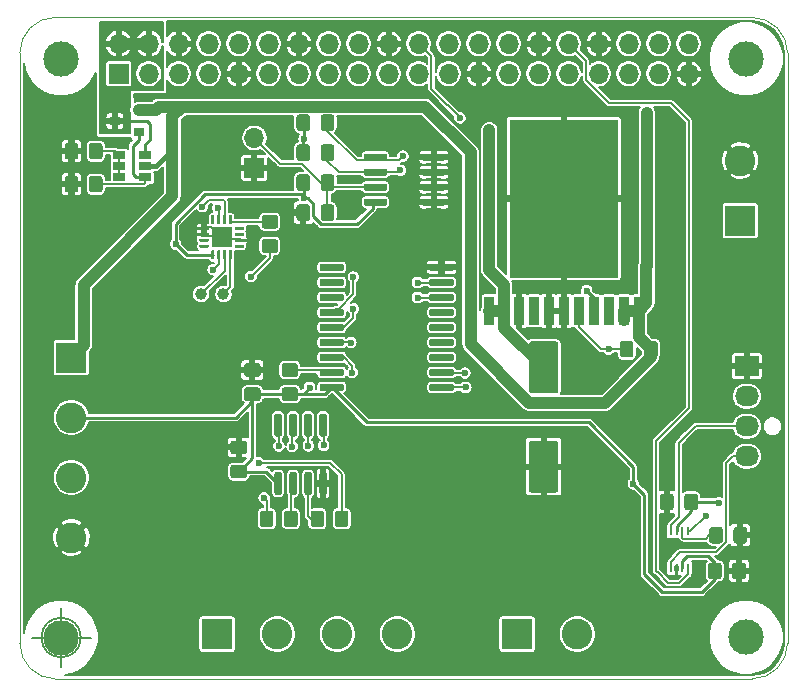
<source format=gbr>
G04 #@! TF.GenerationSoftware,KiCad,Pcbnew,(5.1.5-0-10_14)*
G04 #@! TF.CreationDate,2020-08-15T14:14:15-04:00*
G04 #@! TF.ProjectId,Mimosa-Power-Hat,4d696d6f-7361-42d5-906f-7765722d4861,rev?*
G04 #@! TF.SameCoordinates,PX4e3d4c0PY6c12040*
G04 #@! TF.FileFunction,Copper,L1,Top*
G04 #@! TF.FilePolarity,Positive*
%FSLAX46Y46*%
G04 Gerber Fmt 4.6, Leading zero omitted, Abs format (unit mm)*
G04 Created by KiCad (PCBNEW (5.1.5-0-10_14)) date 2020-08-15 14:14:15*
%MOMM*%
%LPD*%
G04 APERTURE LIST*
%ADD10C,0.150000*%
%ADD11C,0.100000*%
%ADD12C,2.600000*%
%ADD13R,2.600000X2.600000*%
%ADD14C,1.000000*%
%ADD15R,0.250000X0.750000*%
%ADD16R,1.800000X1.800000*%
%ADD17O,2.030000X1.730000*%
%ADD18R,2.030000X1.730000*%
%ADD19R,9.126000X13.370000*%
%ADD20R,0.860000X2.410000*%
%ADD21O,1.700000X1.700000*%
%ADD22R,1.700000X1.700000*%
%ADD23R,0.900000X0.800000*%
%ADD24R,1.060000X0.650000*%
%ADD25C,3.000000*%
%ADD26C,0.600000*%
%ADD27C,0.250000*%
%ADD28C,1.000000*%
%ADD29C,0.600000*%
%ADD30C,0.400000*%
%ADD31C,0.200000*%
G04 APERTURE END LIST*
D10*
X1666666Y0D02*
G75*
G03X1666666Y0I-1666666J0D01*
G01*
X-2500000Y0D02*
X2500000Y0D01*
X0Y2500000D02*
X0Y-2500000D01*
D11*
X-3493644Y49502389D02*
X-3493644Y-497611D01*
X-3493644Y49502389D02*
G75*
G02X-493644Y52502389I3000000J0D01*
G01*
X58506356Y52502389D02*
X-493644Y52502389D01*
X58506356Y52502389D02*
G75*
G02X61506356Y49502389I0J-3000000D01*
G01*
X61506351Y-502847D02*
X61506356Y49502389D01*
X-493644Y-3497611D02*
G75*
G02X-3493644Y-497611I0J3000000D01*
G01*
X-493644Y-3497611D02*
X58506356Y-3497611D01*
X61506351Y-502847D02*
G75*
G02X58506356Y-3497611I-2999995J5236D01*
G01*
G04 #@! TA.AperFunction,SMDPad,CuDef*
G36*
X41884504Y16668796D02*
G01*
X41908773Y16665196D01*
X41932571Y16659235D01*
X41955671Y16650970D01*
X41977849Y16640480D01*
X41998893Y16627867D01*
X42018598Y16613253D01*
X42036777Y16596777D01*
X42053253Y16578598D01*
X42067867Y16558893D01*
X42080480Y16537849D01*
X42090970Y16515671D01*
X42099235Y16492571D01*
X42105196Y16468773D01*
X42108796Y16444504D01*
X42110000Y16420000D01*
X42110000Y12520000D01*
X42108796Y12495496D01*
X42105196Y12471227D01*
X42099235Y12447429D01*
X42090970Y12424329D01*
X42080480Y12402151D01*
X42067867Y12381107D01*
X42053253Y12361402D01*
X42036777Y12343223D01*
X42018598Y12326747D01*
X41998893Y12312133D01*
X41977849Y12299520D01*
X41955671Y12289030D01*
X41932571Y12280765D01*
X41908773Y12274804D01*
X41884504Y12271204D01*
X41860000Y12270000D01*
X39860000Y12270000D01*
X39835496Y12271204D01*
X39811227Y12274804D01*
X39787429Y12280765D01*
X39764329Y12289030D01*
X39742151Y12299520D01*
X39721107Y12312133D01*
X39701402Y12326747D01*
X39683223Y12343223D01*
X39666747Y12361402D01*
X39652133Y12381107D01*
X39639520Y12402151D01*
X39629030Y12424329D01*
X39620765Y12447429D01*
X39614804Y12471227D01*
X39611204Y12495496D01*
X39610000Y12520000D01*
X39610000Y16420000D01*
X39611204Y16444504D01*
X39614804Y16468773D01*
X39620765Y16492571D01*
X39629030Y16515671D01*
X39639520Y16537849D01*
X39652133Y16558893D01*
X39666747Y16578598D01*
X39683223Y16596777D01*
X39701402Y16613253D01*
X39721107Y16627867D01*
X39742151Y16640480D01*
X39764329Y16650970D01*
X39787429Y16659235D01*
X39811227Y16665196D01*
X39835496Y16668796D01*
X39860000Y16670000D01*
X41860000Y16670000D01*
X41884504Y16668796D01*
G37*
G04 #@! TD.AperFunction*
G04 #@! TA.AperFunction,SMDPad,CuDef*
G36*
X41884504Y25068796D02*
G01*
X41908773Y25065196D01*
X41932571Y25059235D01*
X41955671Y25050970D01*
X41977849Y25040480D01*
X41998893Y25027867D01*
X42018598Y25013253D01*
X42036777Y24996777D01*
X42053253Y24978598D01*
X42067867Y24958893D01*
X42080480Y24937849D01*
X42090970Y24915671D01*
X42099235Y24892571D01*
X42105196Y24868773D01*
X42108796Y24844504D01*
X42110000Y24820000D01*
X42110000Y20920000D01*
X42108796Y20895496D01*
X42105196Y20871227D01*
X42099235Y20847429D01*
X42090970Y20824329D01*
X42080480Y20802151D01*
X42067867Y20781107D01*
X42053253Y20761402D01*
X42036777Y20743223D01*
X42018598Y20726747D01*
X41998893Y20712133D01*
X41977849Y20699520D01*
X41955671Y20689030D01*
X41932571Y20680765D01*
X41908773Y20674804D01*
X41884504Y20671204D01*
X41860000Y20670000D01*
X39860000Y20670000D01*
X39835496Y20671204D01*
X39811227Y20674804D01*
X39787429Y20680765D01*
X39764329Y20689030D01*
X39742151Y20699520D01*
X39721107Y20712133D01*
X39701402Y20726747D01*
X39683223Y20743223D01*
X39666747Y20761402D01*
X39652133Y20781107D01*
X39639520Y20802151D01*
X39629030Y20824329D01*
X39620765Y20847429D01*
X39614804Y20871227D01*
X39611204Y20895496D01*
X39610000Y20920000D01*
X39610000Y24820000D01*
X39611204Y24844504D01*
X39614804Y24868773D01*
X39620765Y24892571D01*
X39629030Y24915671D01*
X39639520Y24937849D01*
X39652133Y24958893D01*
X39666747Y24978598D01*
X39683223Y24996777D01*
X39701402Y25013253D01*
X39721107Y25027867D01*
X39742151Y25040480D01*
X39764329Y25050970D01*
X39787429Y25059235D01*
X39811227Y25065196D01*
X39835496Y25068796D01*
X39860000Y25070000D01*
X41860000Y25070000D01*
X41884504Y25068796D01*
G37*
G04 #@! TD.AperFunction*
G04 #@! TA.AperFunction,SMDPad,CuDef*
G36*
X27449703Y37165278D02*
G01*
X27464264Y37163118D01*
X27478543Y37159541D01*
X27492403Y37154582D01*
X27505710Y37148288D01*
X27518336Y37140720D01*
X27530159Y37131952D01*
X27541066Y37122066D01*
X27550952Y37111159D01*
X27559720Y37099336D01*
X27567288Y37086710D01*
X27573582Y37073403D01*
X27578541Y37059543D01*
X27582118Y37045264D01*
X27584278Y37030703D01*
X27585000Y37016000D01*
X27585000Y36716000D01*
X27584278Y36701297D01*
X27582118Y36686736D01*
X27578541Y36672457D01*
X27573582Y36658597D01*
X27567288Y36645290D01*
X27559720Y36632664D01*
X27550952Y36620841D01*
X27541066Y36609934D01*
X27530159Y36600048D01*
X27518336Y36591280D01*
X27505710Y36583712D01*
X27492403Y36577418D01*
X27478543Y36572459D01*
X27464264Y36568882D01*
X27449703Y36566722D01*
X27435000Y36566000D01*
X25785000Y36566000D01*
X25770297Y36566722D01*
X25755736Y36568882D01*
X25741457Y36572459D01*
X25727597Y36577418D01*
X25714290Y36583712D01*
X25701664Y36591280D01*
X25689841Y36600048D01*
X25678934Y36609934D01*
X25669048Y36620841D01*
X25660280Y36632664D01*
X25652712Y36645290D01*
X25646418Y36658597D01*
X25641459Y36672457D01*
X25637882Y36686736D01*
X25635722Y36701297D01*
X25635000Y36716000D01*
X25635000Y37016000D01*
X25635722Y37030703D01*
X25637882Y37045264D01*
X25641459Y37059543D01*
X25646418Y37073403D01*
X25652712Y37086710D01*
X25660280Y37099336D01*
X25669048Y37111159D01*
X25678934Y37122066D01*
X25689841Y37131952D01*
X25701664Y37140720D01*
X25714290Y37148288D01*
X25727597Y37154582D01*
X25741457Y37159541D01*
X25755736Y37163118D01*
X25770297Y37165278D01*
X25785000Y37166000D01*
X27435000Y37166000D01*
X27449703Y37165278D01*
G37*
G04 #@! TD.AperFunction*
G04 #@! TA.AperFunction,SMDPad,CuDef*
G36*
X27449703Y38435278D02*
G01*
X27464264Y38433118D01*
X27478543Y38429541D01*
X27492403Y38424582D01*
X27505710Y38418288D01*
X27518336Y38410720D01*
X27530159Y38401952D01*
X27541066Y38392066D01*
X27550952Y38381159D01*
X27559720Y38369336D01*
X27567288Y38356710D01*
X27573582Y38343403D01*
X27578541Y38329543D01*
X27582118Y38315264D01*
X27584278Y38300703D01*
X27585000Y38286000D01*
X27585000Y37986000D01*
X27584278Y37971297D01*
X27582118Y37956736D01*
X27578541Y37942457D01*
X27573582Y37928597D01*
X27567288Y37915290D01*
X27559720Y37902664D01*
X27550952Y37890841D01*
X27541066Y37879934D01*
X27530159Y37870048D01*
X27518336Y37861280D01*
X27505710Y37853712D01*
X27492403Y37847418D01*
X27478543Y37842459D01*
X27464264Y37838882D01*
X27449703Y37836722D01*
X27435000Y37836000D01*
X25785000Y37836000D01*
X25770297Y37836722D01*
X25755736Y37838882D01*
X25741457Y37842459D01*
X25727597Y37847418D01*
X25714290Y37853712D01*
X25701664Y37861280D01*
X25689841Y37870048D01*
X25678934Y37879934D01*
X25669048Y37890841D01*
X25660280Y37902664D01*
X25652712Y37915290D01*
X25646418Y37928597D01*
X25641459Y37942457D01*
X25637882Y37956736D01*
X25635722Y37971297D01*
X25635000Y37986000D01*
X25635000Y38286000D01*
X25635722Y38300703D01*
X25637882Y38315264D01*
X25641459Y38329543D01*
X25646418Y38343403D01*
X25652712Y38356710D01*
X25660280Y38369336D01*
X25669048Y38381159D01*
X25678934Y38392066D01*
X25689841Y38401952D01*
X25701664Y38410720D01*
X25714290Y38418288D01*
X25727597Y38424582D01*
X25741457Y38429541D01*
X25755736Y38433118D01*
X25770297Y38435278D01*
X25785000Y38436000D01*
X27435000Y38436000D01*
X27449703Y38435278D01*
G37*
G04 #@! TD.AperFunction*
G04 #@! TA.AperFunction,SMDPad,CuDef*
G36*
X27449703Y39705278D02*
G01*
X27464264Y39703118D01*
X27478543Y39699541D01*
X27492403Y39694582D01*
X27505710Y39688288D01*
X27518336Y39680720D01*
X27530159Y39671952D01*
X27541066Y39662066D01*
X27550952Y39651159D01*
X27559720Y39639336D01*
X27567288Y39626710D01*
X27573582Y39613403D01*
X27578541Y39599543D01*
X27582118Y39585264D01*
X27584278Y39570703D01*
X27585000Y39556000D01*
X27585000Y39256000D01*
X27584278Y39241297D01*
X27582118Y39226736D01*
X27578541Y39212457D01*
X27573582Y39198597D01*
X27567288Y39185290D01*
X27559720Y39172664D01*
X27550952Y39160841D01*
X27541066Y39149934D01*
X27530159Y39140048D01*
X27518336Y39131280D01*
X27505710Y39123712D01*
X27492403Y39117418D01*
X27478543Y39112459D01*
X27464264Y39108882D01*
X27449703Y39106722D01*
X27435000Y39106000D01*
X25785000Y39106000D01*
X25770297Y39106722D01*
X25755736Y39108882D01*
X25741457Y39112459D01*
X25727597Y39117418D01*
X25714290Y39123712D01*
X25701664Y39131280D01*
X25689841Y39140048D01*
X25678934Y39149934D01*
X25669048Y39160841D01*
X25660280Y39172664D01*
X25652712Y39185290D01*
X25646418Y39198597D01*
X25641459Y39212457D01*
X25637882Y39226736D01*
X25635722Y39241297D01*
X25635000Y39256000D01*
X25635000Y39556000D01*
X25635722Y39570703D01*
X25637882Y39585264D01*
X25641459Y39599543D01*
X25646418Y39613403D01*
X25652712Y39626710D01*
X25660280Y39639336D01*
X25669048Y39651159D01*
X25678934Y39662066D01*
X25689841Y39671952D01*
X25701664Y39680720D01*
X25714290Y39688288D01*
X25727597Y39694582D01*
X25741457Y39699541D01*
X25755736Y39703118D01*
X25770297Y39705278D01*
X25785000Y39706000D01*
X27435000Y39706000D01*
X27449703Y39705278D01*
G37*
G04 #@! TD.AperFunction*
G04 #@! TA.AperFunction,SMDPad,CuDef*
G36*
X27449703Y40975278D02*
G01*
X27464264Y40973118D01*
X27478543Y40969541D01*
X27492403Y40964582D01*
X27505710Y40958288D01*
X27518336Y40950720D01*
X27530159Y40941952D01*
X27541066Y40932066D01*
X27550952Y40921159D01*
X27559720Y40909336D01*
X27567288Y40896710D01*
X27573582Y40883403D01*
X27578541Y40869543D01*
X27582118Y40855264D01*
X27584278Y40840703D01*
X27585000Y40826000D01*
X27585000Y40526000D01*
X27584278Y40511297D01*
X27582118Y40496736D01*
X27578541Y40482457D01*
X27573582Y40468597D01*
X27567288Y40455290D01*
X27559720Y40442664D01*
X27550952Y40430841D01*
X27541066Y40419934D01*
X27530159Y40410048D01*
X27518336Y40401280D01*
X27505710Y40393712D01*
X27492403Y40387418D01*
X27478543Y40382459D01*
X27464264Y40378882D01*
X27449703Y40376722D01*
X27435000Y40376000D01*
X25785000Y40376000D01*
X25770297Y40376722D01*
X25755736Y40378882D01*
X25741457Y40382459D01*
X25727597Y40387418D01*
X25714290Y40393712D01*
X25701664Y40401280D01*
X25689841Y40410048D01*
X25678934Y40419934D01*
X25669048Y40430841D01*
X25660280Y40442664D01*
X25652712Y40455290D01*
X25646418Y40468597D01*
X25641459Y40482457D01*
X25637882Y40496736D01*
X25635722Y40511297D01*
X25635000Y40526000D01*
X25635000Y40826000D01*
X25635722Y40840703D01*
X25637882Y40855264D01*
X25641459Y40869543D01*
X25646418Y40883403D01*
X25652712Y40896710D01*
X25660280Y40909336D01*
X25669048Y40921159D01*
X25678934Y40932066D01*
X25689841Y40941952D01*
X25701664Y40950720D01*
X25714290Y40958288D01*
X25727597Y40964582D01*
X25741457Y40969541D01*
X25755736Y40973118D01*
X25770297Y40975278D01*
X25785000Y40976000D01*
X27435000Y40976000D01*
X27449703Y40975278D01*
G37*
G04 #@! TD.AperFunction*
G04 #@! TA.AperFunction,SMDPad,CuDef*
G36*
X32399703Y40975278D02*
G01*
X32414264Y40973118D01*
X32428543Y40969541D01*
X32442403Y40964582D01*
X32455710Y40958288D01*
X32468336Y40950720D01*
X32480159Y40941952D01*
X32491066Y40932066D01*
X32500952Y40921159D01*
X32509720Y40909336D01*
X32517288Y40896710D01*
X32523582Y40883403D01*
X32528541Y40869543D01*
X32532118Y40855264D01*
X32534278Y40840703D01*
X32535000Y40826000D01*
X32535000Y40526000D01*
X32534278Y40511297D01*
X32532118Y40496736D01*
X32528541Y40482457D01*
X32523582Y40468597D01*
X32517288Y40455290D01*
X32509720Y40442664D01*
X32500952Y40430841D01*
X32491066Y40419934D01*
X32480159Y40410048D01*
X32468336Y40401280D01*
X32455710Y40393712D01*
X32442403Y40387418D01*
X32428543Y40382459D01*
X32414264Y40378882D01*
X32399703Y40376722D01*
X32385000Y40376000D01*
X30735000Y40376000D01*
X30720297Y40376722D01*
X30705736Y40378882D01*
X30691457Y40382459D01*
X30677597Y40387418D01*
X30664290Y40393712D01*
X30651664Y40401280D01*
X30639841Y40410048D01*
X30628934Y40419934D01*
X30619048Y40430841D01*
X30610280Y40442664D01*
X30602712Y40455290D01*
X30596418Y40468597D01*
X30591459Y40482457D01*
X30587882Y40496736D01*
X30585722Y40511297D01*
X30585000Y40526000D01*
X30585000Y40826000D01*
X30585722Y40840703D01*
X30587882Y40855264D01*
X30591459Y40869543D01*
X30596418Y40883403D01*
X30602712Y40896710D01*
X30610280Y40909336D01*
X30619048Y40921159D01*
X30628934Y40932066D01*
X30639841Y40941952D01*
X30651664Y40950720D01*
X30664290Y40958288D01*
X30677597Y40964582D01*
X30691457Y40969541D01*
X30705736Y40973118D01*
X30720297Y40975278D01*
X30735000Y40976000D01*
X32385000Y40976000D01*
X32399703Y40975278D01*
G37*
G04 #@! TD.AperFunction*
G04 #@! TA.AperFunction,SMDPad,CuDef*
G36*
X32399703Y39705278D02*
G01*
X32414264Y39703118D01*
X32428543Y39699541D01*
X32442403Y39694582D01*
X32455710Y39688288D01*
X32468336Y39680720D01*
X32480159Y39671952D01*
X32491066Y39662066D01*
X32500952Y39651159D01*
X32509720Y39639336D01*
X32517288Y39626710D01*
X32523582Y39613403D01*
X32528541Y39599543D01*
X32532118Y39585264D01*
X32534278Y39570703D01*
X32535000Y39556000D01*
X32535000Y39256000D01*
X32534278Y39241297D01*
X32532118Y39226736D01*
X32528541Y39212457D01*
X32523582Y39198597D01*
X32517288Y39185290D01*
X32509720Y39172664D01*
X32500952Y39160841D01*
X32491066Y39149934D01*
X32480159Y39140048D01*
X32468336Y39131280D01*
X32455710Y39123712D01*
X32442403Y39117418D01*
X32428543Y39112459D01*
X32414264Y39108882D01*
X32399703Y39106722D01*
X32385000Y39106000D01*
X30735000Y39106000D01*
X30720297Y39106722D01*
X30705736Y39108882D01*
X30691457Y39112459D01*
X30677597Y39117418D01*
X30664290Y39123712D01*
X30651664Y39131280D01*
X30639841Y39140048D01*
X30628934Y39149934D01*
X30619048Y39160841D01*
X30610280Y39172664D01*
X30602712Y39185290D01*
X30596418Y39198597D01*
X30591459Y39212457D01*
X30587882Y39226736D01*
X30585722Y39241297D01*
X30585000Y39256000D01*
X30585000Y39556000D01*
X30585722Y39570703D01*
X30587882Y39585264D01*
X30591459Y39599543D01*
X30596418Y39613403D01*
X30602712Y39626710D01*
X30610280Y39639336D01*
X30619048Y39651159D01*
X30628934Y39662066D01*
X30639841Y39671952D01*
X30651664Y39680720D01*
X30664290Y39688288D01*
X30677597Y39694582D01*
X30691457Y39699541D01*
X30705736Y39703118D01*
X30720297Y39705278D01*
X30735000Y39706000D01*
X32385000Y39706000D01*
X32399703Y39705278D01*
G37*
G04 #@! TD.AperFunction*
G04 #@! TA.AperFunction,SMDPad,CuDef*
G36*
X32399703Y38435278D02*
G01*
X32414264Y38433118D01*
X32428543Y38429541D01*
X32442403Y38424582D01*
X32455710Y38418288D01*
X32468336Y38410720D01*
X32480159Y38401952D01*
X32491066Y38392066D01*
X32500952Y38381159D01*
X32509720Y38369336D01*
X32517288Y38356710D01*
X32523582Y38343403D01*
X32528541Y38329543D01*
X32532118Y38315264D01*
X32534278Y38300703D01*
X32535000Y38286000D01*
X32535000Y37986000D01*
X32534278Y37971297D01*
X32532118Y37956736D01*
X32528541Y37942457D01*
X32523582Y37928597D01*
X32517288Y37915290D01*
X32509720Y37902664D01*
X32500952Y37890841D01*
X32491066Y37879934D01*
X32480159Y37870048D01*
X32468336Y37861280D01*
X32455710Y37853712D01*
X32442403Y37847418D01*
X32428543Y37842459D01*
X32414264Y37838882D01*
X32399703Y37836722D01*
X32385000Y37836000D01*
X30735000Y37836000D01*
X30720297Y37836722D01*
X30705736Y37838882D01*
X30691457Y37842459D01*
X30677597Y37847418D01*
X30664290Y37853712D01*
X30651664Y37861280D01*
X30639841Y37870048D01*
X30628934Y37879934D01*
X30619048Y37890841D01*
X30610280Y37902664D01*
X30602712Y37915290D01*
X30596418Y37928597D01*
X30591459Y37942457D01*
X30587882Y37956736D01*
X30585722Y37971297D01*
X30585000Y37986000D01*
X30585000Y38286000D01*
X30585722Y38300703D01*
X30587882Y38315264D01*
X30591459Y38329543D01*
X30596418Y38343403D01*
X30602712Y38356710D01*
X30610280Y38369336D01*
X30619048Y38381159D01*
X30628934Y38392066D01*
X30639841Y38401952D01*
X30651664Y38410720D01*
X30664290Y38418288D01*
X30677597Y38424582D01*
X30691457Y38429541D01*
X30705736Y38433118D01*
X30720297Y38435278D01*
X30735000Y38436000D01*
X32385000Y38436000D01*
X32399703Y38435278D01*
G37*
G04 #@! TD.AperFunction*
G04 #@! TA.AperFunction,SMDPad,CuDef*
G36*
X32399703Y37165278D02*
G01*
X32414264Y37163118D01*
X32428543Y37159541D01*
X32442403Y37154582D01*
X32455710Y37148288D01*
X32468336Y37140720D01*
X32480159Y37131952D01*
X32491066Y37122066D01*
X32500952Y37111159D01*
X32509720Y37099336D01*
X32517288Y37086710D01*
X32523582Y37073403D01*
X32528541Y37059543D01*
X32532118Y37045264D01*
X32534278Y37030703D01*
X32535000Y37016000D01*
X32535000Y36716000D01*
X32534278Y36701297D01*
X32532118Y36686736D01*
X32528541Y36672457D01*
X32523582Y36658597D01*
X32517288Y36645290D01*
X32509720Y36632664D01*
X32500952Y36620841D01*
X32491066Y36609934D01*
X32480159Y36600048D01*
X32468336Y36591280D01*
X32455710Y36583712D01*
X32442403Y36577418D01*
X32428543Y36572459D01*
X32414264Y36568882D01*
X32399703Y36566722D01*
X32385000Y36566000D01*
X30735000Y36566000D01*
X30720297Y36566722D01*
X30705736Y36568882D01*
X30691457Y36572459D01*
X30677597Y36577418D01*
X30664290Y36583712D01*
X30651664Y36591280D01*
X30639841Y36600048D01*
X30628934Y36609934D01*
X30619048Y36620841D01*
X30610280Y36632664D01*
X30602712Y36645290D01*
X30596418Y36658597D01*
X30591459Y36672457D01*
X30587882Y36686736D01*
X30585722Y36701297D01*
X30585000Y36716000D01*
X30585000Y37016000D01*
X30585722Y37030703D01*
X30587882Y37045264D01*
X30591459Y37059543D01*
X30596418Y37073403D01*
X30602712Y37086710D01*
X30610280Y37099336D01*
X30619048Y37111159D01*
X30628934Y37122066D01*
X30639841Y37131952D01*
X30651664Y37140720D01*
X30664290Y37148288D01*
X30677597Y37154582D01*
X30691457Y37159541D01*
X30705736Y37163118D01*
X30720297Y37165278D01*
X30735000Y37166000D01*
X32385000Y37166000D01*
X32399703Y37165278D01*
G37*
G04 #@! TD.AperFunction*
D12*
X865600Y8468800D03*
X865600Y13548800D03*
X865600Y18628800D03*
D13*
X865600Y23708800D03*
D12*
X57492360Y40376280D03*
D13*
X57492360Y35296280D03*
D12*
X43690000Y290000D03*
D13*
X38610000Y290000D03*
D12*
X28450000Y290000D03*
X23370000Y290000D03*
X18290000Y290000D03*
D13*
X13210000Y290000D03*
D14*
X11843400Y29068200D03*
X13743400Y29068200D03*
D15*
X51609020Y8979940D03*
X52109020Y8979940D03*
X52609020Y8979940D03*
X53109020Y8979940D03*
X53109020Y5879940D03*
X52609020Y5879940D03*
X52109020Y5879940D03*
X51609020Y5879940D03*
G04 #@! TA.AperFunction,SMDPad,CuDef*
D11*
G36*
X55803405Y9358096D02*
G01*
X55827673Y9354496D01*
X55851472Y9348535D01*
X55874571Y9340270D01*
X55896750Y9329780D01*
X55917793Y9317168D01*
X55937499Y9302553D01*
X55955677Y9286077D01*
X55972153Y9267899D01*
X55986768Y9248193D01*
X55999380Y9227150D01*
X56009870Y9204971D01*
X56018135Y9181872D01*
X56024096Y9158073D01*
X56027696Y9133805D01*
X56028900Y9109301D01*
X56028900Y8209299D01*
X56027696Y8184795D01*
X56024096Y8160527D01*
X56018135Y8136728D01*
X56009870Y8113629D01*
X55999380Y8091450D01*
X55986768Y8070407D01*
X55972153Y8050701D01*
X55955677Y8032523D01*
X55937499Y8016047D01*
X55917793Y8001432D01*
X55896750Y7988820D01*
X55874571Y7978330D01*
X55851472Y7970065D01*
X55827673Y7964104D01*
X55803405Y7960504D01*
X55778901Y7959300D01*
X55128899Y7959300D01*
X55104395Y7960504D01*
X55080127Y7964104D01*
X55056328Y7970065D01*
X55033229Y7978330D01*
X55011050Y7988820D01*
X54990007Y8001432D01*
X54970301Y8016047D01*
X54952123Y8032523D01*
X54935647Y8050701D01*
X54921032Y8070407D01*
X54908420Y8091450D01*
X54897930Y8113629D01*
X54889665Y8136728D01*
X54883704Y8160527D01*
X54880104Y8184795D01*
X54878900Y8209299D01*
X54878900Y9109301D01*
X54880104Y9133805D01*
X54883704Y9158073D01*
X54889665Y9181872D01*
X54897930Y9204971D01*
X54908420Y9227150D01*
X54921032Y9248193D01*
X54935647Y9267899D01*
X54952123Y9286077D01*
X54970301Y9302553D01*
X54990007Y9317168D01*
X55011050Y9329780D01*
X55033229Y9340270D01*
X55056328Y9348535D01*
X55080127Y9354496D01*
X55104395Y9358096D01*
X55128899Y9359300D01*
X55778901Y9359300D01*
X55803405Y9358096D01*
G37*
G04 #@! TD.AperFunction*
G04 #@! TA.AperFunction,SMDPad,CuDef*
G36*
X57853405Y9358096D02*
G01*
X57877673Y9354496D01*
X57901472Y9348535D01*
X57924571Y9340270D01*
X57946750Y9329780D01*
X57967793Y9317168D01*
X57987499Y9302553D01*
X58005677Y9286077D01*
X58022153Y9267899D01*
X58036768Y9248193D01*
X58049380Y9227150D01*
X58059870Y9204971D01*
X58068135Y9181872D01*
X58074096Y9158073D01*
X58077696Y9133805D01*
X58078900Y9109301D01*
X58078900Y8209299D01*
X58077696Y8184795D01*
X58074096Y8160527D01*
X58068135Y8136728D01*
X58059870Y8113629D01*
X58049380Y8091450D01*
X58036768Y8070407D01*
X58022153Y8050701D01*
X58005677Y8032523D01*
X57987499Y8016047D01*
X57967793Y8001432D01*
X57946750Y7988820D01*
X57924571Y7978330D01*
X57901472Y7970065D01*
X57877673Y7964104D01*
X57853405Y7960504D01*
X57828901Y7959300D01*
X57178899Y7959300D01*
X57154395Y7960504D01*
X57130127Y7964104D01*
X57106328Y7970065D01*
X57083229Y7978330D01*
X57061050Y7988820D01*
X57040007Y8001432D01*
X57020301Y8016047D01*
X57002123Y8032523D01*
X56985647Y8050701D01*
X56971032Y8070407D01*
X56958420Y8091450D01*
X56947930Y8113629D01*
X56939665Y8136728D01*
X56933704Y8160527D01*
X56930104Y8184795D01*
X56928900Y8209299D01*
X56928900Y9109301D01*
X56930104Y9133805D01*
X56933704Y9158073D01*
X56939665Y9181872D01*
X56947930Y9204971D01*
X56958420Y9227150D01*
X56971032Y9248193D01*
X56985647Y9267899D01*
X57002123Y9286077D01*
X57020301Y9302553D01*
X57040007Y9317168D01*
X57061050Y9329780D01*
X57083229Y9340270D01*
X57106328Y9348535D01*
X57130127Y9354496D01*
X57154395Y9358096D01*
X57178899Y9359300D01*
X57828901Y9359300D01*
X57853405Y9358096D01*
G37*
G04 #@! TD.AperFunction*
G04 #@! TA.AperFunction,SMDPad,CuDef*
G36*
X51640345Y12192736D02*
G01*
X51664613Y12189136D01*
X51688412Y12183175D01*
X51711511Y12174910D01*
X51733690Y12164420D01*
X51754733Y12151808D01*
X51774439Y12137193D01*
X51792617Y12120717D01*
X51809093Y12102539D01*
X51823708Y12082833D01*
X51836320Y12061790D01*
X51846810Y12039611D01*
X51855075Y12016512D01*
X51861036Y11992713D01*
X51864636Y11968445D01*
X51865840Y11943941D01*
X51865840Y11043939D01*
X51864636Y11019435D01*
X51861036Y10995167D01*
X51855075Y10971368D01*
X51846810Y10948269D01*
X51836320Y10926090D01*
X51823708Y10905047D01*
X51809093Y10885341D01*
X51792617Y10867163D01*
X51774439Y10850687D01*
X51754733Y10836072D01*
X51733690Y10823460D01*
X51711511Y10812970D01*
X51688412Y10804705D01*
X51664613Y10798744D01*
X51640345Y10795144D01*
X51615841Y10793940D01*
X50965839Y10793940D01*
X50941335Y10795144D01*
X50917067Y10798744D01*
X50893268Y10804705D01*
X50870169Y10812970D01*
X50847990Y10823460D01*
X50826947Y10836072D01*
X50807241Y10850687D01*
X50789063Y10867163D01*
X50772587Y10885341D01*
X50757972Y10905047D01*
X50745360Y10926090D01*
X50734870Y10948269D01*
X50726605Y10971368D01*
X50720644Y10995167D01*
X50717044Y11019435D01*
X50715840Y11043939D01*
X50715840Y11943941D01*
X50717044Y11968445D01*
X50720644Y11992713D01*
X50726605Y12016512D01*
X50734870Y12039611D01*
X50745360Y12061790D01*
X50757972Y12082833D01*
X50772587Y12102539D01*
X50789063Y12120717D01*
X50807241Y12137193D01*
X50826947Y12151808D01*
X50847990Y12164420D01*
X50870169Y12174910D01*
X50893268Y12183175D01*
X50917067Y12189136D01*
X50941335Y12192736D01*
X50965839Y12193940D01*
X51615841Y12193940D01*
X51640345Y12192736D01*
G37*
G04 #@! TD.AperFunction*
G04 #@! TA.AperFunction,SMDPad,CuDef*
G36*
X53690345Y12192736D02*
G01*
X53714613Y12189136D01*
X53738412Y12183175D01*
X53761511Y12174910D01*
X53783690Y12164420D01*
X53804733Y12151808D01*
X53824439Y12137193D01*
X53842617Y12120717D01*
X53859093Y12102539D01*
X53873708Y12082833D01*
X53886320Y12061790D01*
X53896810Y12039611D01*
X53905075Y12016512D01*
X53911036Y11992713D01*
X53914636Y11968445D01*
X53915840Y11943941D01*
X53915840Y11043939D01*
X53914636Y11019435D01*
X53911036Y10995167D01*
X53905075Y10971368D01*
X53896810Y10948269D01*
X53886320Y10926090D01*
X53873708Y10905047D01*
X53859093Y10885341D01*
X53842617Y10867163D01*
X53824439Y10850687D01*
X53804733Y10836072D01*
X53783690Y10823460D01*
X53761511Y10812970D01*
X53738412Y10804705D01*
X53714613Y10798744D01*
X53690345Y10795144D01*
X53665841Y10793940D01*
X53015839Y10793940D01*
X52991335Y10795144D01*
X52967067Y10798744D01*
X52943268Y10804705D01*
X52920169Y10812970D01*
X52897990Y10823460D01*
X52876947Y10836072D01*
X52857241Y10850687D01*
X52839063Y10867163D01*
X52822587Y10885341D01*
X52807972Y10905047D01*
X52795360Y10926090D01*
X52784870Y10948269D01*
X52776605Y10971368D01*
X52770644Y10995167D01*
X52767044Y11019435D01*
X52765840Y11043939D01*
X52765840Y11943941D01*
X52767044Y11968445D01*
X52770644Y11992713D01*
X52776605Y12016512D01*
X52784870Y12039611D01*
X52795360Y12061790D01*
X52807972Y12082833D01*
X52822587Y12102539D01*
X52839063Y12120717D01*
X52857241Y12137193D01*
X52876947Y12151808D01*
X52897990Y12164420D01*
X52920169Y12174910D01*
X52943268Y12183175D01*
X52967067Y12189136D01*
X52991335Y12192736D01*
X53015839Y12193940D01*
X53665841Y12193940D01*
X53690345Y12192736D01*
G37*
G04 #@! TD.AperFunction*
G04 #@! TA.AperFunction,SMDPad,CuDef*
G36*
X55696725Y6338036D02*
G01*
X55720993Y6334436D01*
X55744792Y6328475D01*
X55767891Y6320210D01*
X55790070Y6309720D01*
X55811113Y6297108D01*
X55830819Y6282493D01*
X55848997Y6266017D01*
X55865473Y6247839D01*
X55880088Y6228133D01*
X55892700Y6207090D01*
X55903190Y6184911D01*
X55911455Y6161812D01*
X55917416Y6138013D01*
X55921016Y6113745D01*
X55922220Y6089241D01*
X55922220Y5189239D01*
X55921016Y5164735D01*
X55917416Y5140467D01*
X55911455Y5116668D01*
X55903190Y5093569D01*
X55892700Y5071390D01*
X55880088Y5050347D01*
X55865473Y5030641D01*
X55848997Y5012463D01*
X55830819Y4995987D01*
X55811113Y4981372D01*
X55790070Y4968760D01*
X55767891Y4958270D01*
X55744792Y4950005D01*
X55720993Y4944044D01*
X55696725Y4940444D01*
X55672221Y4939240D01*
X55022219Y4939240D01*
X54997715Y4940444D01*
X54973447Y4944044D01*
X54949648Y4950005D01*
X54926549Y4958270D01*
X54904370Y4968760D01*
X54883327Y4981372D01*
X54863621Y4995987D01*
X54845443Y5012463D01*
X54828967Y5030641D01*
X54814352Y5050347D01*
X54801740Y5071390D01*
X54791250Y5093569D01*
X54782985Y5116668D01*
X54777024Y5140467D01*
X54773424Y5164735D01*
X54772220Y5189239D01*
X54772220Y6089241D01*
X54773424Y6113745D01*
X54777024Y6138013D01*
X54782985Y6161812D01*
X54791250Y6184911D01*
X54801740Y6207090D01*
X54814352Y6228133D01*
X54828967Y6247839D01*
X54845443Y6266017D01*
X54863621Y6282493D01*
X54883327Y6297108D01*
X54904370Y6309720D01*
X54926549Y6320210D01*
X54949648Y6328475D01*
X54973447Y6334436D01*
X54997715Y6338036D01*
X55022219Y6339240D01*
X55672221Y6339240D01*
X55696725Y6338036D01*
G37*
G04 #@! TD.AperFunction*
G04 #@! TA.AperFunction,SMDPad,CuDef*
G36*
X57746725Y6338036D02*
G01*
X57770993Y6334436D01*
X57794792Y6328475D01*
X57817891Y6320210D01*
X57840070Y6309720D01*
X57861113Y6297108D01*
X57880819Y6282493D01*
X57898997Y6266017D01*
X57915473Y6247839D01*
X57930088Y6228133D01*
X57942700Y6207090D01*
X57953190Y6184911D01*
X57961455Y6161812D01*
X57967416Y6138013D01*
X57971016Y6113745D01*
X57972220Y6089241D01*
X57972220Y5189239D01*
X57971016Y5164735D01*
X57967416Y5140467D01*
X57961455Y5116668D01*
X57953190Y5093569D01*
X57942700Y5071390D01*
X57930088Y5050347D01*
X57915473Y5030641D01*
X57898997Y5012463D01*
X57880819Y4995987D01*
X57861113Y4981372D01*
X57840070Y4968760D01*
X57817891Y4958270D01*
X57794792Y4950005D01*
X57770993Y4944044D01*
X57746725Y4940444D01*
X57722221Y4939240D01*
X57072219Y4939240D01*
X57047715Y4940444D01*
X57023447Y4944044D01*
X56999648Y4950005D01*
X56976549Y4958270D01*
X56954370Y4968760D01*
X56933327Y4981372D01*
X56913621Y4995987D01*
X56895443Y5012463D01*
X56878967Y5030641D01*
X56864352Y5050347D01*
X56851740Y5071390D01*
X56841250Y5093569D01*
X56832985Y5116668D01*
X56827024Y5140467D01*
X56823424Y5164735D01*
X56822220Y5189239D01*
X56822220Y6089241D01*
X56823424Y6113745D01*
X56827024Y6138013D01*
X56832985Y6161812D01*
X56841250Y6184911D01*
X56851740Y6207090D01*
X56864352Y6228133D01*
X56878967Y6247839D01*
X56895443Y6266017D01*
X56913621Y6282493D01*
X56933327Y6297108D01*
X56954370Y6309720D01*
X56976549Y6320210D01*
X56999648Y6328475D01*
X57023447Y6334436D01*
X57047715Y6338036D01*
X57072219Y6339240D01*
X57722221Y6339240D01*
X57746725Y6338036D01*
G37*
G04 #@! TD.AperFunction*
G04 #@! TA.AperFunction,SMDPad,CuDef*
G36*
X20853005Y36675796D02*
G01*
X20877273Y36672196D01*
X20901072Y36666235D01*
X20924171Y36657970D01*
X20946350Y36647480D01*
X20967393Y36634868D01*
X20987099Y36620253D01*
X21005277Y36603777D01*
X21021753Y36585599D01*
X21036368Y36565893D01*
X21048980Y36544850D01*
X21059470Y36522671D01*
X21067735Y36499572D01*
X21073696Y36475773D01*
X21077296Y36451505D01*
X21078500Y36427001D01*
X21078500Y35526999D01*
X21077296Y35502495D01*
X21073696Y35478227D01*
X21067735Y35454428D01*
X21059470Y35431329D01*
X21048980Y35409150D01*
X21036368Y35388107D01*
X21021753Y35368401D01*
X21005277Y35350223D01*
X20987099Y35333747D01*
X20967393Y35319132D01*
X20946350Y35306520D01*
X20924171Y35296030D01*
X20901072Y35287765D01*
X20877273Y35281804D01*
X20853005Y35278204D01*
X20828501Y35277000D01*
X20178499Y35277000D01*
X20153995Y35278204D01*
X20129727Y35281804D01*
X20105928Y35287765D01*
X20082829Y35296030D01*
X20060650Y35306520D01*
X20039607Y35319132D01*
X20019901Y35333747D01*
X20001723Y35350223D01*
X19985247Y35368401D01*
X19970632Y35388107D01*
X19958020Y35409150D01*
X19947530Y35431329D01*
X19939265Y35454428D01*
X19933304Y35478227D01*
X19929704Y35502495D01*
X19928500Y35526999D01*
X19928500Y36427001D01*
X19929704Y36451505D01*
X19933304Y36475773D01*
X19939265Y36499572D01*
X19947530Y36522671D01*
X19958020Y36544850D01*
X19970632Y36565893D01*
X19985247Y36585599D01*
X20001723Y36603777D01*
X20019901Y36620253D01*
X20039607Y36634868D01*
X20060650Y36647480D01*
X20082829Y36657970D01*
X20105928Y36666235D01*
X20129727Y36672196D01*
X20153995Y36675796D01*
X20178499Y36677000D01*
X20828501Y36677000D01*
X20853005Y36675796D01*
G37*
G04 #@! TD.AperFunction*
G04 #@! TA.AperFunction,SMDPad,CuDef*
G36*
X22903005Y36675796D02*
G01*
X22927273Y36672196D01*
X22951072Y36666235D01*
X22974171Y36657970D01*
X22996350Y36647480D01*
X23017393Y36634868D01*
X23037099Y36620253D01*
X23055277Y36603777D01*
X23071753Y36585599D01*
X23086368Y36565893D01*
X23098980Y36544850D01*
X23109470Y36522671D01*
X23117735Y36499572D01*
X23123696Y36475773D01*
X23127296Y36451505D01*
X23128500Y36427001D01*
X23128500Y35526999D01*
X23127296Y35502495D01*
X23123696Y35478227D01*
X23117735Y35454428D01*
X23109470Y35431329D01*
X23098980Y35409150D01*
X23086368Y35388107D01*
X23071753Y35368401D01*
X23055277Y35350223D01*
X23037099Y35333747D01*
X23017393Y35319132D01*
X22996350Y35306520D01*
X22974171Y35296030D01*
X22951072Y35287765D01*
X22927273Y35281804D01*
X22903005Y35278204D01*
X22878501Y35277000D01*
X22228499Y35277000D01*
X22203995Y35278204D01*
X22179727Y35281804D01*
X22155928Y35287765D01*
X22132829Y35296030D01*
X22110650Y35306520D01*
X22089607Y35319132D01*
X22069901Y35333747D01*
X22051723Y35350223D01*
X22035247Y35368401D01*
X22020632Y35388107D01*
X22008020Y35409150D01*
X21997530Y35431329D01*
X21989265Y35454428D01*
X21983304Y35478227D01*
X21979704Y35502495D01*
X21978500Y35526999D01*
X21978500Y36427001D01*
X21979704Y36451505D01*
X21983304Y36475773D01*
X21989265Y36499572D01*
X21997530Y36522671D01*
X22008020Y36544850D01*
X22020632Y36565893D01*
X22035247Y36585599D01*
X22051723Y36603777D01*
X22069901Y36620253D01*
X22089607Y36634868D01*
X22110650Y36647480D01*
X22132829Y36657970D01*
X22155928Y36666235D01*
X22179727Y36672196D01*
X22203995Y36675796D01*
X22228499Y36677000D01*
X22878501Y36677000D01*
X22903005Y36675796D01*
G37*
G04 #@! TD.AperFunction*
G04 #@! TA.AperFunction,SMDPad,CuDef*
G36*
X18533443Y18958958D02*
G01*
X18548004Y18956798D01*
X18562283Y18953221D01*
X18576143Y18948262D01*
X18589450Y18941968D01*
X18602076Y18934400D01*
X18613899Y18925632D01*
X18624806Y18915746D01*
X18634692Y18904839D01*
X18643460Y18893016D01*
X18651028Y18880390D01*
X18657322Y18867083D01*
X18662281Y18853223D01*
X18665858Y18838944D01*
X18668018Y18824383D01*
X18668740Y18809680D01*
X18668740Y17159680D01*
X18668018Y17144977D01*
X18665858Y17130416D01*
X18662281Y17116137D01*
X18657322Y17102277D01*
X18651028Y17088970D01*
X18643460Y17076344D01*
X18634692Y17064521D01*
X18624806Y17053614D01*
X18613899Y17043728D01*
X18602076Y17034960D01*
X18589450Y17027392D01*
X18576143Y17021098D01*
X18562283Y17016139D01*
X18548004Y17012562D01*
X18533443Y17010402D01*
X18518740Y17009680D01*
X18218740Y17009680D01*
X18204037Y17010402D01*
X18189476Y17012562D01*
X18175197Y17016139D01*
X18161337Y17021098D01*
X18148030Y17027392D01*
X18135404Y17034960D01*
X18123581Y17043728D01*
X18112674Y17053614D01*
X18102788Y17064521D01*
X18094020Y17076344D01*
X18086452Y17088970D01*
X18080158Y17102277D01*
X18075199Y17116137D01*
X18071622Y17130416D01*
X18069462Y17144977D01*
X18068740Y17159680D01*
X18068740Y18809680D01*
X18069462Y18824383D01*
X18071622Y18838944D01*
X18075199Y18853223D01*
X18080158Y18867083D01*
X18086452Y18880390D01*
X18094020Y18893016D01*
X18102788Y18904839D01*
X18112674Y18915746D01*
X18123581Y18925632D01*
X18135404Y18934400D01*
X18148030Y18941968D01*
X18161337Y18948262D01*
X18175197Y18953221D01*
X18189476Y18956798D01*
X18204037Y18958958D01*
X18218740Y18959680D01*
X18518740Y18959680D01*
X18533443Y18958958D01*
G37*
G04 #@! TD.AperFunction*
G04 #@! TA.AperFunction,SMDPad,CuDef*
G36*
X19803443Y18958958D02*
G01*
X19818004Y18956798D01*
X19832283Y18953221D01*
X19846143Y18948262D01*
X19859450Y18941968D01*
X19872076Y18934400D01*
X19883899Y18925632D01*
X19894806Y18915746D01*
X19904692Y18904839D01*
X19913460Y18893016D01*
X19921028Y18880390D01*
X19927322Y18867083D01*
X19932281Y18853223D01*
X19935858Y18838944D01*
X19938018Y18824383D01*
X19938740Y18809680D01*
X19938740Y17159680D01*
X19938018Y17144977D01*
X19935858Y17130416D01*
X19932281Y17116137D01*
X19927322Y17102277D01*
X19921028Y17088970D01*
X19913460Y17076344D01*
X19904692Y17064521D01*
X19894806Y17053614D01*
X19883899Y17043728D01*
X19872076Y17034960D01*
X19859450Y17027392D01*
X19846143Y17021098D01*
X19832283Y17016139D01*
X19818004Y17012562D01*
X19803443Y17010402D01*
X19788740Y17009680D01*
X19488740Y17009680D01*
X19474037Y17010402D01*
X19459476Y17012562D01*
X19445197Y17016139D01*
X19431337Y17021098D01*
X19418030Y17027392D01*
X19405404Y17034960D01*
X19393581Y17043728D01*
X19382674Y17053614D01*
X19372788Y17064521D01*
X19364020Y17076344D01*
X19356452Y17088970D01*
X19350158Y17102277D01*
X19345199Y17116137D01*
X19341622Y17130416D01*
X19339462Y17144977D01*
X19338740Y17159680D01*
X19338740Y18809680D01*
X19339462Y18824383D01*
X19341622Y18838944D01*
X19345199Y18853223D01*
X19350158Y18867083D01*
X19356452Y18880390D01*
X19364020Y18893016D01*
X19372788Y18904839D01*
X19382674Y18915746D01*
X19393581Y18925632D01*
X19405404Y18934400D01*
X19418030Y18941968D01*
X19431337Y18948262D01*
X19445197Y18953221D01*
X19459476Y18956798D01*
X19474037Y18958958D01*
X19488740Y18959680D01*
X19788740Y18959680D01*
X19803443Y18958958D01*
G37*
G04 #@! TD.AperFunction*
G04 #@! TA.AperFunction,SMDPad,CuDef*
G36*
X21073443Y18958958D02*
G01*
X21088004Y18956798D01*
X21102283Y18953221D01*
X21116143Y18948262D01*
X21129450Y18941968D01*
X21142076Y18934400D01*
X21153899Y18925632D01*
X21164806Y18915746D01*
X21174692Y18904839D01*
X21183460Y18893016D01*
X21191028Y18880390D01*
X21197322Y18867083D01*
X21202281Y18853223D01*
X21205858Y18838944D01*
X21208018Y18824383D01*
X21208740Y18809680D01*
X21208740Y17159680D01*
X21208018Y17144977D01*
X21205858Y17130416D01*
X21202281Y17116137D01*
X21197322Y17102277D01*
X21191028Y17088970D01*
X21183460Y17076344D01*
X21174692Y17064521D01*
X21164806Y17053614D01*
X21153899Y17043728D01*
X21142076Y17034960D01*
X21129450Y17027392D01*
X21116143Y17021098D01*
X21102283Y17016139D01*
X21088004Y17012562D01*
X21073443Y17010402D01*
X21058740Y17009680D01*
X20758740Y17009680D01*
X20744037Y17010402D01*
X20729476Y17012562D01*
X20715197Y17016139D01*
X20701337Y17021098D01*
X20688030Y17027392D01*
X20675404Y17034960D01*
X20663581Y17043728D01*
X20652674Y17053614D01*
X20642788Y17064521D01*
X20634020Y17076344D01*
X20626452Y17088970D01*
X20620158Y17102277D01*
X20615199Y17116137D01*
X20611622Y17130416D01*
X20609462Y17144977D01*
X20608740Y17159680D01*
X20608740Y18809680D01*
X20609462Y18824383D01*
X20611622Y18838944D01*
X20615199Y18853223D01*
X20620158Y18867083D01*
X20626452Y18880390D01*
X20634020Y18893016D01*
X20642788Y18904839D01*
X20652674Y18915746D01*
X20663581Y18925632D01*
X20675404Y18934400D01*
X20688030Y18941968D01*
X20701337Y18948262D01*
X20715197Y18953221D01*
X20729476Y18956798D01*
X20744037Y18958958D01*
X20758740Y18959680D01*
X21058740Y18959680D01*
X21073443Y18958958D01*
G37*
G04 #@! TD.AperFunction*
G04 #@! TA.AperFunction,SMDPad,CuDef*
G36*
X22343443Y18958958D02*
G01*
X22358004Y18956798D01*
X22372283Y18953221D01*
X22386143Y18948262D01*
X22399450Y18941968D01*
X22412076Y18934400D01*
X22423899Y18925632D01*
X22434806Y18915746D01*
X22444692Y18904839D01*
X22453460Y18893016D01*
X22461028Y18880390D01*
X22467322Y18867083D01*
X22472281Y18853223D01*
X22475858Y18838944D01*
X22478018Y18824383D01*
X22478740Y18809680D01*
X22478740Y17159680D01*
X22478018Y17144977D01*
X22475858Y17130416D01*
X22472281Y17116137D01*
X22467322Y17102277D01*
X22461028Y17088970D01*
X22453460Y17076344D01*
X22444692Y17064521D01*
X22434806Y17053614D01*
X22423899Y17043728D01*
X22412076Y17034960D01*
X22399450Y17027392D01*
X22386143Y17021098D01*
X22372283Y17016139D01*
X22358004Y17012562D01*
X22343443Y17010402D01*
X22328740Y17009680D01*
X22028740Y17009680D01*
X22014037Y17010402D01*
X21999476Y17012562D01*
X21985197Y17016139D01*
X21971337Y17021098D01*
X21958030Y17027392D01*
X21945404Y17034960D01*
X21933581Y17043728D01*
X21922674Y17053614D01*
X21912788Y17064521D01*
X21904020Y17076344D01*
X21896452Y17088970D01*
X21890158Y17102277D01*
X21885199Y17116137D01*
X21881622Y17130416D01*
X21879462Y17144977D01*
X21878740Y17159680D01*
X21878740Y18809680D01*
X21879462Y18824383D01*
X21881622Y18838944D01*
X21885199Y18853223D01*
X21890158Y18867083D01*
X21896452Y18880390D01*
X21904020Y18893016D01*
X21912788Y18904839D01*
X21922674Y18915746D01*
X21933581Y18925632D01*
X21945404Y18934400D01*
X21958030Y18941968D01*
X21971337Y18948262D01*
X21985197Y18953221D01*
X21999476Y18956798D01*
X22014037Y18958958D01*
X22028740Y18959680D01*
X22328740Y18959680D01*
X22343443Y18958958D01*
G37*
G04 #@! TD.AperFunction*
G04 #@! TA.AperFunction,SMDPad,CuDef*
G36*
X22343443Y14008958D02*
G01*
X22358004Y14006798D01*
X22372283Y14003221D01*
X22386143Y13998262D01*
X22399450Y13991968D01*
X22412076Y13984400D01*
X22423899Y13975632D01*
X22434806Y13965746D01*
X22444692Y13954839D01*
X22453460Y13943016D01*
X22461028Y13930390D01*
X22467322Y13917083D01*
X22472281Y13903223D01*
X22475858Y13888944D01*
X22478018Y13874383D01*
X22478740Y13859680D01*
X22478740Y12209680D01*
X22478018Y12194977D01*
X22475858Y12180416D01*
X22472281Y12166137D01*
X22467322Y12152277D01*
X22461028Y12138970D01*
X22453460Y12126344D01*
X22444692Y12114521D01*
X22434806Y12103614D01*
X22423899Y12093728D01*
X22412076Y12084960D01*
X22399450Y12077392D01*
X22386143Y12071098D01*
X22372283Y12066139D01*
X22358004Y12062562D01*
X22343443Y12060402D01*
X22328740Y12059680D01*
X22028740Y12059680D01*
X22014037Y12060402D01*
X21999476Y12062562D01*
X21985197Y12066139D01*
X21971337Y12071098D01*
X21958030Y12077392D01*
X21945404Y12084960D01*
X21933581Y12093728D01*
X21922674Y12103614D01*
X21912788Y12114521D01*
X21904020Y12126344D01*
X21896452Y12138970D01*
X21890158Y12152277D01*
X21885199Y12166137D01*
X21881622Y12180416D01*
X21879462Y12194977D01*
X21878740Y12209680D01*
X21878740Y13859680D01*
X21879462Y13874383D01*
X21881622Y13888944D01*
X21885199Y13903223D01*
X21890158Y13917083D01*
X21896452Y13930390D01*
X21904020Y13943016D01*
X21912788Y13954839D01*
X21922674Y13965746D01*
X21933581Y13975632D01*
X21945404Y13984400D01*
X21958030Y13991968D01*
X21971337Y13998262D01*
X21985197Y14003221D01*
X21999476Y14006798D01*
X22014037Y14008958D01*
X22028740Y14009680D01*
X22328740Y14009680D01*
X22343443Y14008958D01*
G37*
G04 #@! TD.AperFunction*
G04 #@! TA.AperFunction,SMDPad,CuDef*
G36*
X21073443Y14008958D02*
G01*
X21088004Y14006798D01*
X21102283Y14003221D01*
X21116143Y13998262D01*
X21129450Y13991968D01*
X21142076Y13984400D01*
X21153899Y13975632D01*
X21164806Y13965746D01*
X21174692Y13954839D01*
X21183460Y13943016D01*
X21191028Y13930390D01*
X21197322Y13917083D01*
X21202281Y13903223D01*
X21205858Y13888944D01*
X21208018Y13874383D01*
X21208740Y13859680D01*
X21208740Y12209680D01*
X21208018Y12194977D01*
X21205858Y12180416D01*
X21202281Y12166137D01*
X21197322Y12152277D01*
X21191028Y12138970D01*
X21183460Y12126344D01*
X21174692Y12114521D01*
X21164806Y12103614D01*
X21153899Y12093728D01*
X21142076Y12084960D01*
X21129450Y12077392D01*
X21116143Y12071098D01*
X21102283Y12066139D01*
X21088004Y12062562D01*
X21073443Y12060402D01*
X21058740Y12059680D01*
X20758740Y12059680D01*
X20744037Y12060402D01*
X20729476Y12062562D01*
X20715197Y12066139D01*
X20701337Y12071098D01*
X20688030Y12077392D01*
X20675404Y12084960D01*
X20663581Y12093728D01*
X20652674Y12103614D01*
X20642788Y12114521D01*
X20634020Y12126344D01*
X20626452Y12138970D01*
X20620158Y12152277D01*
X20615199Y12166137D01*
X20611622Y12180416D01*
X20609462Y12194977D01*
X20608740Y12209680D01*
X20608740Y13859680D01*
X20609462Y13874383D01*
X20611622Y13888944D01*
X20615199Y13903223D01*
X20620158Y13917083D01*
X20626452Y13930390D01*
X20634020Y13943016D01*
X20642788Y13954839D01*
X20652674Y13965746D01*
X20663581Y13975632D01*
X20675404Y13984400D01*
X20688030Y13991968D01*
X20701337Y13998262D01*
X20715197Y14003221D01*
X20729476Y14006798D01*
X20744037Y14008958D01*
X20758740Y14009680D01*
X21058740Y14009680D01*
X21073443Y14008958D01*
G37*
G04 #@! TD.AperFunction*
G04 #@! TA.AperFunction,SMDPad,CuDef*
G36*
X19803443Y14008958D02*
G01*
X19818004Y14006798D01*
X19832283Y14003221D01*
X19846143Y13998262D01*
X19859450Y13991968D01*
X19872076Y13984400D01*
X19883899Y13975632D01*
X19894806Y13965746D01*
X19904692Y13954839D01*
X19913460Y13943016D01*
X19921028Y13930390D01*
X19927322Y13917083D01*
X19932281Y13903223D01*
X19935858Y13888944D01*
X19938018Y13874383D01*
X19938740Y13859680D01*
X19938740Y12209680D01*
X19938018Y12194977D01*
X19935858Y12180416D01*
X19932281Y12166137D01*
X19927322Y12152277D01*
X19921028Y12138970D01*
X19913460Y12126344D01*
X19904692Y12114521D01*
X19894806Y12103614D01*
X19883899Y12093728D01*
X19872076Y12084960D01*
X19859450Y12077392D01*
X19846143Y12071098D01*
X19832283Y12066139D01*
X19818004Y12062562D01*
X19803443Y12060402D01*
X19788740Y12059680D01*
X19488740Y12059680D01*
X19474037Y12060402D01*
X19459476Y12062562D01*
X19445197Y12066139D01*
X19431337Y12071098D01*
X19418030Y12077392D01*
X19405404Y12084960D01*
X19393581Y12093728D01*
X19382674Y12103614D01*
X19372788Y12114521D01*
X19364020Y12126344D01*
X19356452Y12138970D01*
X19350158Y12152277D01*
X19345199Y12166137D01*
X19341622Y12180416D01*
X19339462Y12194977D01*
X19338740Y12209680D01*
X19338740Y13859680D01*
X19339462Y13874383D01*
X19341622Y13888944D01*
X19345199Y13903223D01*
X19350158Y13917083D01*
X19356452Y13930390D01*
X19364020Y13943016D01*
X19372788Y13954839D01*
X19382674Y13965746D01*
X19393581Y13975632D01*
X19405404Y13984400D01*
X19418030Y13991968D01*
X19431337Y13998262D01*
X19445197Y14003221D01*
X19459476Y14006798D01*
X19474037Y14008958D01*
X19488740Y14009680D01*
X19788740Y14009680D01*
X19803443Y14008958D01*
G37*
G04 #@! TD.AperFunction*
G04 #@! TA.AperFunction,SMDPad,CuDef*
G36*
X18533443Y14008958D02*
G01*
X18548004Y14006798D01*
X18562283Y14003221D01*
X18576143Y13998262D01*
X18589450Y13991968D01*
X18602076Y13984400D01*
X18613899Y13975632D01*
X18624806Y13965746D01*
X18634692Y13954839D01*
X18643460Y13943016D01*
X18651028Y13930390D01*
X18657322Y13917083D01*
X18662281Y13903223D01*
X18665858Y13888944D01*
X18668018Y13874383D01*
X18668740Y13859680D01*
X18668740Y12209680D01*
X18668018Y12194977D01*
X18665858Y12180416D01*
X18662281Y12166137D01*
X18657322Y12152277D01*
X18651028Y12138970D01*
X18643460Y12126344D01*
X18634692Y12114521D01*
X18624806Y12103614D01*
X18613899Y12093728D01*
X18602076Y12084960D01*
X18589450Y12077392D01*
X18576143Y12071098D01*
X18562283Y12066139D01*
X18548004Y12062562D01*
X18533443Y12060402D01*
X18518740Y12059680D01*
X18218740Y12059680D01*
X18204037Y12060402D01*
X18189476Y12062562D01*
X18175197Y12066139D01*
X18161337Y12071098D01*
X18148030Y12077392D01*
X18135404Y12084960D01*
X18123581Y12093728D01*
X18112674Y12103614D01*
X18102788Y12114521D01*
X18094020Y12126344D01*
X18086452Y12138970D01*
X18080158Y12152277D01*
X18075199Y12166137D01*
X18071622Y12180416D01*
X18069462Y12194977D01*
X18068740Y12209680D01*
X18068740Y13859680D01*
X18069462Y13874383D01*
X18071622Y13888944D01*
X18075199Y13903223D01*
X18080158Y13917083D01*
X18086452Y13930390D01*
X18094020Y13943016D01*
X18102788Y13954839D01*
X18112674Y13965746D01*
X18123581Y13975632D01*
X18135404Y13984400D01*
X18148030Y13991968D01*
X18161337Y13998262D01*
X18175197Y14003221D01*
X18189476Y14006798D01*
X18204037Y14008958D01*
X18218740Y14009680D01*
X18518740Y14009680D01*
X18533443Y14008958D01*
G37*
G04 #@! TD.AperFunction*
G04 #@! TA.AperFunction,SMDPad,CuDef*
G36*
X22903005Y39215796D02*
G01*
X22927273Y39212196D01*
X22951072Y39206235D01*
X22974171Y39197970D01*
X22996350Y39187480D01*
X23017393Y39174868D01*
X23037099Y39160253D01*
X23055277Y39143777D01*
X23071753Y39125599D01*
X23086368Y39105893D01*
X23098980Y39084850D01*
X23109470Y39062671D01*
X23117735Y39039572D01*
X23123696Y39015773D01*
X23127296Y38991505D01*
X23128500Y38967001D01*
X23128500Y38066999D01*
X23127296Y38042495D01*
X23123696Y38018227D01*
X23117735Y37994428D01*
X23109470Y37971329D01*
X23098980Y37949150D01*
X23086368Y37928107D01*
X23071753Y37908401D01*
X23055277Y37890223D01*
X23037099Y37873747D01*
X23017393Y37859132D01*
X22996350Y37846520D01*
X22974171Y37836030D01*
X22951072Y37827765D01*
X22927273Y37821804D01*
X22903005Y37818204D01*
X22878501Y37817000D01*
X22228499Y37817000D01*
X22203995Y37818204D01*
X22179727Y37821804D01*
X22155928Y37827765D01*
X22132829Y37836030D01*
X22110650Y37846520D01*
X22089607Y37859132D01*
X22069901Y37873747D01*
X22051723Y37890223D01*
X22035247Y37908401D01*
X22020632Y37928107D01*
X22008020Y37949150D01*
X21997530Y37971329D01*
X21989265Y37994428D01*
X21983304Y38018227D01*
X21979704Y38042495D01*
X21978500Y38066999D01*
X21978500Y38967001D01*
X21979704Y38991505D01*
X21983304Y39015773D01*
X21989265Y39039572D01*
X21997530Y39062671D01*
X22008020Y39084850D01*
X22020632Y39105893D01*
X22035247Y39125599D01*
X22051723Y39143777D01*
X22069901Y39160253D01*
X22089607Y39174868D01*
X22110650Y39187480D01*
X22132829Y39197970D01*
X22155928Y39206235D01*
X22179727Y39212196D01*
X22203995Y39215796D01*
X22228499Y39217000D01*
X22878501Y39217000D01*
X22903005Y39215796D01*
G37*
G04 #@! TD.AperFunction*
G04 #@! TA.AperFunction,SMDPad,CuDef*
G36*
X20853005Y39215796D02*
G01*
X20877273Y39212196D01*
X20901072Y39206235D01*
X20924171Y39197970D01*
X20946350Y39187480D01*
X20967393Y39174868D01*
X20987099Y39160253D01*
X21005277Y39143777D01*
X21021753Y39125599D01*
X21036368Y39105893D01*
X21048980Y39084850D01*
X21059470Y39062671D01*
X21067735Y39039572D01*
X21073696Y39015773D01*
X21077296Y38991505D01*
X21078500Y38967001D01*
X21078500Y38066999D01*
X21077296Y38042495D01*
X21073696Y38018227D01*
X21067735Y37994428D01*
X21059470Y37971329D01*
X21048980Y37949150D01*
X21036368Y37928107D01*
X21021753Y37908401D01*
X21005277Y37890223D01*
X20987099Y37873747D01*
X20967393Y37859132D01*
X20946350Y37846520D01*
X20924171Y37836030D01*
X20901072Y37827765D01*
X20877273Y37821804D01*
X20853005Y37818204D01*
X20828501Y37817000D01*
X20178499Y37817000D01*
X20153995Y37818204D01*
X20129727Y37821804D01*
X20105928Y37827765D01*
X20082829Y37836030D01*
X20060650Y37846520D01*
X20039607Y37859132D01*
X20019901Y37873747D01*
X20001723Y37890223D01*
X19985247Y37908401D01*
X19970632Y37928107D01*
X19958020Y37949150D01*
X19947530Y37971329D01*
X19939265Y37994428D01*
X19933304Y38018227D01*
X19929704Y38042495D01*
X19928500Y38066999D01*
X19928500Y38967001D01*
X19929704Y38991505D01*
X19933304Y39015773D01*
X19939265Y39039572D01*
X19947530Y39062671D01*
X19958020Y39084850D01*
X19970632Y39105893D01*
X19985247Y39125599D01*
X20001723Y39143777D01*
X20019901Y39160253D01*
X20039607Y39174868D01*
X20060650Y39187480D01*
X20082829Y39197970D01*
X20105928Y39206235D01*
X20129727Y39212196D01*
X20153995Y39215796D01*
X20178499Y39217000D01*
X20828501Y39217000D01*
X20853005Y39215796D01*
G37*
G04 #@! TD.AperFunction*
G04 #@! TA.AperFunction,SMDPad,CuDef*
G36*
X1231505Y39088796D02*
G01*
X1255773Y39085196D01*
X1279572Y39079235D01*
X1302671Y39070970D01*
X1324850Y39060480D01*
X1345893Y39047868D01*
X1365599Y39033253D01*
X1383777Y39016777D01*
X1400253Y38998599D01*
X1414868Y38978893D01*
X1427480Y38957850D01*
X1437970Y38935671D01*
X1446235Y38912572D01*
X1452196Y38888773D01*
X1455796Y38864505D01*
X1457000Y38840001D01*
X1457000Y37939999D01*
X1455796Y37915495D01*
X1452196Y37891227D01*
X1446235Y37867428D01*
X1437970Y37844329D01*
X1427480Y37822150D01*
X1414868Y37801107D01*
X1400253Y37781401D01*
X1383777Y37763223D01*
X1365599Y37746747D01*
X1345893Y37732132D01*
X1324850Y37719520D01*
X1302671Y37709030D01*
X1279572Y37700765D01*
X1255773Y37694804D01*
X1231505Y37691204D01*
X1207001Y37690000D01*
X556999Y37690000D01*
X532495Y37691204D01*
X508227Y37694804D01*
X484428Y37700765D01*
X461329Y37709030D01*
X439150Y37719520D01*
X418107Y37732132D01*
X398401Y37746747D01*
X380223Y37763223D01*
X363747Y37781401D01*
X349132Y37801107D01*
X336520Y37822150D01*
X326030Y37844329D01*
X317765Y37867428D01*
X311804Y37891227D01*
X308204Y37915495D01*
X307000Y37939999D01*
X307000Y38840001D01*
X308204Y38864505D01*
X311804Y38888773D01*
X317765Y38912572D01*
X326030Y38935671D01*
X336520Y38957850D01*
X349132Y38978893D01*
X363747Y38998599D01*
X380223Y39016777D01*
X398401Y39033253D01*
X418107Y39047868D01*
X439150Y39060480D01*
X461329Y39070970D01*
X484428Y39079235D01*
X508227Y39085196D01*
X532495Y39088796D01*
X556999Y39090000D01*
X1207001Y39090000D01*
X1231505Y39088796D01*
G37*
G04 #@! TD.AperFunction*
G04 #@! TA.AperFunction,SMDPad,CuDef*
G36*
X3281505Y39088796D02*
G01*
X3305773Y39085196D01*
X3329572Y39079235D01*
X3352671Y39070970D01*
X3374850Y39060480D01*
X3395893Y39047868D01*
X3415599Y39033253D01*
X3433777Y39016777D01*
X3450253Y38998599D01*
X3464868Y38978893D01*
X3477480Y38957850D01*
X3487970Y38935671D01*
X3496235Y38912572D01*
X3502196Y38888773D01*
X3505796Y38864505D01*
X3507000Y38840001D01*
X3507000Y37939999D01*
X3505796Y37915495D01*
X3502196Y37891227D01*
X3496235Y37867428D01*
X3487970Y37844329D01*
X3477480Y37822150D01*
X3464868Y37801107D01*
X3450253Y37781401D01*
X3433777Y37763223D01*
X3415599Y37746747D01*
X3395893Y37732132D01*
X3374850Y37719520D01*
X3352671Y37709030D01*
X3329572Y37700765D01*
X3305773Y37694804D01*
X3281505Y37691204D01*
X3257001Y37690000D01*
X2606999Y37690000D01*
X2582495Y37691204D01*
X2558227Y37694804D01*
X2534428Y37700765D01*
X2511329Y37709030D01*
X2489150Y37719520D01*
X2468107Y37732132D01*
X2448401Y37746747D01*
X2430223Y37763223D01*
X2413747Y37781401D01*
X2399132Y37801107D01*
X2386520Y37822150D01*
X2376030Y37844329D01*
X2367765Y37867428D01*
X2361804Y37891227D01*
X2358204Y37915495D01*
X2357000Y37939999D01*
X2357000Y38840001D01*
X2358204Y38864505D01*
X2361804Y38888773D01*
X2367765Y38912572D01*
X2376030Y38935671D01*
X2386520Y38957850D01*
X2399132Y38978893D01*
X2413747Y38998599D01*
X2430223Y39016777D01*
X2448401Y39033253D01*
X2468107Y39047868D01*
X2489150Y39060480D01*
X2511329Y39070970D01*
X2534428Y39079235D01*
X2558227Y39085196D01*
X2582495Y39088796D01*
X2606999Y39090000D01*
X3257001Y39090000D01*
X3281505Y39088796D01*
G37*
G04 #@! TD.AperFunction*
G04 #@! TA.AperFunction,SMDPad,CuDef*
G36*
X1231505Y41882796D02*
G01*
X1255773Y41879196D01*
X1279572Y41873235D01*
X1302671Y41864970D01*
X1324850Y41854480D01*
X1345893Y41841868D01*
X1365599Y41827253D01*
X1383777Y41810777D01*
X1400253Y41792599D01*
X1414868Y41772893D01*
X1427480Y41751850D01*
X1437970Y41729671D01*
X1446235Y41706572D01*
X1452196Y41682773D01*
X1455796Y41658505D01*
X1457000Y41634001D01*
X1457000Y40733999D01*
X1455796Y40709495D01*
X1452196Y40685227D01*
X1446235Y40661428D01*
X1437970Y40638329D01*
X1427480Y40616150D01*
X1414868Y40595107D01*
X1400253Y40575401D01*
X1383777Y40557223D01*
X1365599Y40540747D01*
X1345893Y40526132D01*
X1324850Y40513520D01*
X1302671Y40503030D01*
X1279572Y40494765D01*
X1255773Y40488804D01*
X1231505Y40485204D01*
X1207001Y40484000D01*
X556999Y40484000D01*
X532495Y40485204D01*
X508227Y40488804D01*
X484428Y40494765D01*
X461329Y40503030D01*
X439150Y40513520D01*
X418107Y40526132D01*
X398401Y40540747D01*
X380223Y40557223D01*
X363747Y40575401D01*
X349132Y40595107D01*
X336520Y40616150D01*
X326030Y40638329D01*
X317765Y40661428D01*
X311804Y40685227D01*
X308204Y40709495D01*
X307000Y40733999D01*
X307000Y41634001D01*
X308204Y41658505D01*
X311804Y41682773D01*
X317765Y41706572D01*
X326030Y41729671D01*
X336520Y41751850D01*
X349132Y41772893D01*
X363747Y41792599D01*
X380223Y41810777D01*
X398401Y41827253D01*
X418107Y41841868D01*
X439150Y41854480D01*
X461329Y41864970D01*
X484428Y41873235D01*
X508227Y41879196D01*
X532495Y41882796D01*
X556999Y41884000D01*
X1207001Y41884000D01*
X1231505Y41882796D01*
G37*
G04 #@! TD.AperFunction*
G04 #@! TA.AperFunction,SMDPad,CuDef*
G36*
X3281505Y41882796D02*
G01*
X3305773Y41879196D01*
X3329572Y41873235D01*
X3352671Y41864970D01*
X3374850Y41854480D01*
X3395893Y41841868D01*
X3415599Y41827253D01*
X3433777Y41810777D01*
X3450253Y41792599D01*
X3464868Y41772893D01*
X3477480Y41751850D01*
X3487970Y41729671D01*
X3496235Y41706572D01*
X3502196Y41682773D01*
X3505796Y41658505D01*
X3507000Y41634001D01*
X3507000Y40733999D01*
X3505796Y40709495D01*
X3502196Y40685227D01*
X3496235Y40661428D01*
X3487970Y40638329D01*
X3477480Y40616150D01*
X3464868Y40595107D01*
X3450253Y40575401D01*
X3433777Y40557223D01*
X3415599Y40540747D01*
X3395893Y40526132D01*
X3374850Y40513520D01*
X3352671Y40503030D01*
X3329572Y40494765D01*
X3305773Y40488804D01*
X3281505Y40485204D01*
X3257001Y40484000D01*
X2606999Y40484000D01*
X2582495Y40485204D01*
X2558227Y40488804D01*
X2534428Y40494765D01*
X2511329Y40503030D01*
X2489150Y40513520D01*
X2468107Y40526132D01*
X2448401Y40540747D01*
X2430223Y40557223D01*
X2413747Y40575401D01*
X2399132Y40595107D01*
X2386520Y40616150D01*
X2376030Y40638329D01*
X2367765Y40661428D01*
X2361804Y40685227D01*
X2358204Y40709495D01*
X2357000Y40733999D01*
X2357000Y41634001D01*
X2358204Y41658505D01*
X2361804Y41682773D01*
X2367765Y41706572D01*
X2376030Y41729671D01*
X2386520Y41751850D01*
X2399132Y41772893D01*
X2413747Y41792599D01*
X2430223Y41810777D01*
X2448401Y41827253D01*
X2468107Y41841868D01*
X2489150Y41854480D01*
X2511329Y41864970D01*
X2534428Y41873235D01*
X2558227Y41879196D01*
X2582495Y41882796D01*
X2606999Y41884000D01*
X3257001Y41884000D01*
X3281505Y41882796D01*
G37*
G04 #@! TD.AperFunction*
G04 #@! TA.AperFunction,SMDPad,CuDef*
G36*
X19844005Y21174796D02*
G01*
X19868273Y21171196D01*
X19892072Y21165235D01*
X19915171Y21156970D01*
X19937350Y21146480D01*
X19958393Y21133868D01*
X19978099Y21119253D01*
X19996277Y21102777D01*
X20012753Y21084599D01*
X20027368Y21064893D01*
X20039980Y21043850D01*
X20050470Y21021671D01*
X20058735Y20998572D01*
X20064696Y20974773D01*
X20068296Y20950505D01*
X20069500Y20926001D01*
X20069500Y20275999D01*
X20068296Y20251495D01*
X20064696Y20227227D01*
X20058735Y20203428D01*
X20050470Y20180329D01*
X20039980Y20158150D01*
X20027368Y20137107D01*
X20012753Y20117401D01*
X19996277Y20099223D01*
X19978099Y20082747D01*
X19958393Y20068132D01*
X19937350Y20055520D01*
X19915171Y20045030D01*
X19892072Y20036765D01*
X19868273Y20030804D01*
X19844005Y20027204D01*
X19819501Y20026000D01*
X18919499Y20026000D01*
X18894995Y20027204D01*
X18870727Y20030804D01*
X18846928Y20036765D01*
X18823829Y20045030D01*
X18801650Y20055520D01*
X18780607Y20068132D01*
X18760901Y20082747D01*
X18742723Y20099223D01*
X18726247Y20117401D01*
X18711632Y20137107D01*
X18699020Y20158150D01*
X18688530Y20180329D01*
X18680265Y20203428D01*
X18674304Y20227227D01*
X18670704Y20251495D01*
X18669500Y20275999D01*
X18669500Y20926001D01*
X18670704Y20950505D01*
X18674304Y20974773D01*
X18680265Y20998572D01*
X18688530Y21021671D01*
X18699020Y21043850D01*
X18711632Y21064893D01*
X18726247Y21084599D01*
X18742723Y21102777D01*
X18760901Y21119253D01*
X18780607Y21133868D01*
X18801650Y21146480D01*
X18823829Y21156970D01*
X18846928Y21165235D01*
X18870727Y21171196D01*
X18894995Y21174796D01*
X18919499Y21176000D01*
X19819501Y21176000D01*
X19844005Y21174796D01*
G37*
G04 #@! TD.AperFunction*
G04 #@! TA.AperFunction,SMDPad,CuDef*
G36*
X19844005Y23224796D02*
G01*
X19868273Y23221196D01*
X19892072Y23215235D01*
X19915171Y23206970D01*
X19937350Y23196480D01*
X19958393Y23183868D01*
X19978099Y23169253D01*
X19996277Y23152777D01*
X20012753Y23134599D01*
X20027368Y23114893D01*
X20039980Y23093850D01*
X20050470Y23071671D01*
X20058735Y23048572D01*
X20064696Y23024773D01*
X20068296Y23000505D01*
X20069500Y22976001D01*
X20069500Y22325999D01*
X20068296Y22301495D01*
X20064696Y22277227D01*
X20058735Y22253428D01*
X20050470Y22230329D01*
X20039980Y22208150D01*
X20027368Y22187107D01*
X20012753Y22167401D01*
X19996277Y22149223D01*
X19978099Y22132747D01*
X19958393Y22118132D01*
X19937350Y22105520D01*
X19915171Y22095030D01*
X19892072Y22086765D01*
X19868273Y22080804D01*
X19844005Y22077204D01*
X19819501Y22076000D01*
X18919499Y22076000D01*
X18894995Y22077204D01*
X18870727Y22080804D01*
X18846928Y22086765D01*
X18823829Y22095030D01*
X18801650Y22105520D01*
X18780607Y22118132D01*
X18760901Y22132747D01*
X18742723Y22149223D01*
X18726247Y22167401D01*
X18711632Y22187107D01*
X18699020Y22208150D01*
X18688530Y22230329D01*
X18680265Y22253428D01*
X18674304Y22277227D01*
X18670704Y22301495D01*
X18669500Y22325999D01*
X18669500Y22976001D01*
X18670704Y23000505D01*
X18674304Y23024773D01*
X18680265Y23048572D01*
X18688530Y23071671D01*
X18699020Y23093850D01*
X18711632Y23114893D01*
X18726247Y23134599D01*
X18742723Y23152777D01*
X18760901Y23169253D01*
X18780607Y23183868D01*
X18801650Y23196480D01*
X18823829Y23206970D01*
X18846928Y23215235D01*
X18870727Y23221196D01*
X18894995Y23224796D01*
X18919499Y23226000D01*
X19819501Y23226000D01*
X19844005Y23224796D01*
G37*
G04 #@! TD.AperFunction*
G04 #@! TA.AperFunction,SMDPad,CuDef*
G36*
X48234505Y25118796D02*
G01*
X48258773Y25115196D01*
X48282572Y25109235D01*
X48305671Y25100970D01*
X48327850Y25090480D01*
X48348893Y25077868D01*
X48368599Y25063253D01*
X48386777Y25046777D01*
X48403253Y25028599D01*
X48417868Y25008893D01*
X48430480Y24987850D01*
X48440970Y24965671D01*
X48449235Y24942572D01*
X48455196Y24918773D01*
X48458796Y24894505D01*
X48460000Y24870001D01*
X48460000Y23969999D01*
X48458796Y23945495D01*
X48455196Y23921227D01*
X48449235Y23897428D01*
X48440970Y23874329D01*
X48430480Y23852150D01*
X48417868Y23831107D01*
X48403253Y23811401D01*
X48386777Y23793223D01*
X48368599Y23776747D01*
X48348893Y23762132D01*
X48327850Y23749520D01*
X48305671Y23739030D01*
X48282572Y23730765D01*
X48258773Y23724804D01*
X48234505Y23721204D01*
X48210001Y23720000D01*
X47559999Y23720000D01*
X47535495Y23721204D01*
X47511227Y23724804D01*
X47487428Y23730765D01*
X47464329Y23739030D01*
X47442150Y23749520D01*
X47421107Y23762132D01*
X47401401Y23776747D01*
X47383223Y23793223D01*
X47366747Y23811401D01*
X47352132Y23831107D01*
X47339520Y23852150D01*
X47329030Y23874329D01*
X47320765Y23897428D01*
X47314804Y23921227D01*
X47311204Y23945495D01*
X47310000Y23969999D01*
X47310000Y24870001D01*
X47311204Y24894505D01*
X47314804Y24918773D01*
X47320765Y24942572D01*
X47329030Y24965671D01*
X47339520Y24987850D01*
X47352132Y25008893D01*
X47366747Y25028599D01*
X47383223Y25046777D01*
X47401401Y25063253D01*
X47421107Y25077868D01*
X47442150Y25090480D01*
X47464329Y25100970D01*
X47487428Y25109235D01*
X47511227Y25115196D01*
X47535495Y25118796D01*
X47559999Y25120000D01*
X48210001Y25120000D01*
X48234505Y25118796D01*
G37*
G04 #@! TD.AperFunction*
G04 #@! TA.AperFunction,SMDPad,CuDef*
G36*
X50284505Y25118796D02*
G01*
X50308773Y25115196D01*
X50332572Y25109235D01*
X50355671Y25100970D01*
X50377850Y25090480D01*
X50398893Y25077868D01*
X50418599Y25063253D01*
X50436777Y25046777D01*
X50453253Y25028599D01*
X50467868Y25008893D01*
X50480480Y24987850D01*
X50490970Y24965671D01*
X50499235Y24942572D01*
X50505196Y24918773D01*
X50508796Y24894505D01*
X50510000Y24870001D01*
X50510000Y23969999D01*
X50508796Y23945495D01*
X50505196Y23921227D01*
X50499235Y23897428D01*
X50490970Y23874329D01*
X50480480Y23852150D01*
X50467868Y23831107D01*
X50453253Y23811401D01*
X50436777Y23793223D01*
X50418599Y23776747D01*
X50398893Y23762132D01*
X50377850Y23749520D01*
X50355671Y23739030D01*
X50332572Y23730765D01*
X50308773Y23724804D01*
X50284505Y23721204D01*
X50260001Y23720000D01*
X49609999Y23720000D01*
X49585495Y23721204D01*
X49561227Y23724804D01*
X49537428Y23730765D01*
X49514329Y23739030D01*
X49492150Y23749520D01*
X49471107Y23762132D01*
X49451401Y23776747D01*
X49433223Y23793223D01*
X49416747Y23811401D01*
X49402132Y23831107D01*
X49389520Y23852150D01*
X49379030Y23874329D01*
X49370765Y23897428D01*
X49364804Y23921227D01*
X49361204Y23945495D01*
X49360000Y23969999D01*
X49360000Y24870001D01*
X49361204Y24894505D01*
X49364804Y24918773D01*
X49370765Y24942572D01*
X49379030Y24965671D01*
X49389520Y24987850D01*
X49402132Y25008893D01*
X49416747Y25028599D01*
X49433223Y25046777D01*
X49451401Y25063253D01*
X49471107Y25077868D01*
X49492150Y25090480D01*
X49514329Y25100970D01*
X49537428Y25109235D01*
X49561227Y25115196D01*
X49585495Y25118796D01*
X49609999Y25120000D01*
X50260001Y25120000D01*
X50284505Y25118796D01*
G37*
G04 #@! TD.AperFunction*
G04 #@! TA.AperFunction,SMDPad,CuDef*
G36*
X22903005Y41755796D02*
G01*
X22927273Y41752196D01*
X22951072Y41746235D01*
X22974171Y41737970D01*
X22996350Y41727480D01*
X23017393Y41714868D01*
X23037099Y41700253D01*
X23055277Y41683777D01*
X23071753Y41665599D01*
X23086368Y41645893D01*
X23098980Y41624850D01*
X23109470Y41602671D01*
X23117735Y41579572D01*
X23123696Y41555773D01*
X23127296Y41531505D01*
X23128500Y41507001D01*
X23128500Y40606999D01*
X23127296Y40582495D01*
X23123696Y40558227D01*
X23117735Y40534428D01*
X23109470Y40511329D01*
X23098980Y40489150D01*
X23086368Y40468107D01*
X23071753Y40448401D01*
X23055277Y40430223D01*
X23037099Y40413747D01*
X23017393Y40399132D01*
X22996350Y40386520D01*
X22974171Y40376030D01*
X22951072Y40367765D01*
X22927273Y40361804D01*
X22903005Y40358204D01*
X22878501Y40357000D01*
X22228499Y40357000D01*
X22203995Y40358204D01*
X22179727Y40361804D01*
X22155928Y40367765D01*
X22132829Y40376030D01*
X22110650Y40386520D01*
X22089607Y40399132D01*
X22069901Y40413747D01*
X22051723Y40430223D01*
X22035247Y40448401D01*
X22020632Y40468107D01*
X22008020Y40489150D01*
X21997530Y40511329D01*
X21989265Y40534428D01*
X21983304Y40558227D01*
X21979704Y40582495D01*
X21978500Y40606999D01*
X21978500Y41507001D01*
X21979704Y41531505D01*
X21983304Y41555773D01*
X21989265Y41579572D01*
X21997530Y41602671D01*
X22008020Y41624850D01*
X22020632Y41645893D01*
X22035247Y41665599D01*
X22051723Y41683777D01*
X22069901Y41700253D01*
X22089607Y41714868D01*
X22110650Y41727480D01*
X22132829Y41737970D01*
X22155928Y41746235D01*
X22179727Y41752196D01*
X22203995Y41755796D01*
X22228499Y41757000D01*
X22878501Y41757000D01*
X22903005Y41755796D01*
G37*
G04 #@! TD.AperFunction*
G04 #@! TA.AperFunction,SMDPad,CuDef*
G36*
X20853005Y41755796D02*
G01*
X20877273Y41752196D01*
X20901072Y41746235D01*
X20924171Y41737970D01*
X20946350Y41727480D01*
X20967393Y41714868D01*
X20987099Y41700253D01*
X21005277Y41683777D01*
X21021753Y41665599D01*
X21036368Y41645893D01*
X21048980Y41624850D01*
X21059470Y41602671D01*
X21067735Y41579572D01*
X21073696Y41555773D01*
X21077296Y41531505D01*
X21078500Y41507001D01*
X21078500Y40606999D01*
X21077296Y40582495D01*
X21073696Y40558227D01*
X21067735Y40534428D01*
X21059470Y40511329D01*
X21048980Y40489150D01*
X21036368Y40468107D01*
X21021753Y40448401D01*
X21005277Y40430223D01*
X20987099Y40413747D01*
X20967393Y40399132D01*
X20946350Y40386520D01*
X20924171Y40376030D01*
X20901072Y40367765D01*
X20877273Y40361804D01*
X20853005Y40358204D01*
X20828501Y40357000D01*
X20178499Y40357000D01*
X20153995Y40358204D01*
X20129727Y40361804D01*
X20105928Y40367765D01*
X20082829Y40376030D01*
X20060650Y40386520D01*
X20039607Y40399132D01*
X20019901Y40413747D01*
X20001723Y40430223D01*
X19985247Y40448401D01*
X19970632Y40468107D01*
X19958020Y40489150D01*
X19947530Y40511329D01*
X19939265Y40534428D01*
X19933304Y40558227D01*
X19929704Y40582495D01*
X19928500Y40606999D01*
X19928500Y41507001D01*
X19929704Y41531505D01*
X19933304Y41555773D01*
X19939265Y41579572D01*
X19947530Y41602671D01*
X19958020Y41624850D01*
X19970632Y41645893D01*
X19985247Y41665599D01*
X20001723Y41683777D01*
X20019901Y41700253D01*
X20039607Y41714868D01*
X20060650Y41727480D01*
X20082829Y41737970D01*
X20105928Y41746235D01*
X20129727Y41752196D01*
X20153995Y41755796D01*
X20178499Y41757000D01*
X20828501Y41757000D01*
X20853005Y41755796D01*
G37*
G04 #@! TD.AperFunction*
G04 #@! TA.AperFunction,SMDPad,CuDef*
G36*
X18154905Y35772396D02*
G01*
X18179173Y35768796D01*
X18202972Y35762835D01*
X18226071Y35754570D01*
X18248250Y35744080D01*
X18269293Y35731468D01*
X18288999Y35716853D01*
X18307177Y35700377D01*
X18323653Y35682199D01*
X18338268Y35662493D01*
X18350880Y35641450D01*
X18361370Y35619271D01*
X18369635Y35596172D01*
X18375596Y35572373D01*
X18379196Y35548105D01*
X18380400Y35523601D01*
X18380400Y34873599D01*
X18379196Y34849095D01*
X18375596Y34824827D01*
X18369635Y34801028D01*
X18361370Y34777929D01*
X18350880Y34755750D01*
X18338268Y34734707D01*
X18323653Y34715001D01*
X18307177Y34696823D01*
X18288999Y34680347D01*
X18269293Y34665732D01*
X18248250Y34653120D01*
X18226071Y34642630D01*
X18202972Y34634365D01*
X18179173Y34628404D01*
X18154905Y34624804D01*
X18130401Y34623600D01*
X17230399Y34623600D01*
X17205895Y34624804D01*
X17181627Y34628404D01*
X17157828Y34634365D01*
X17134729Y34642630D01*
X17112550Y34653120D01*
X17091507Y34665732D01*
X17071801Y34680347D01*
X17053623Y34696823D01*
X17037147Y34715001D01*
X17022532Y34734707D01*
X17009920Y34755750D01*
X16999430Y34777929D01*
X16991165Y34801028D01*
X16985204Y34824827D01*
X16981604Y34849095D01*
X16980400Y34873599D01*
X16980400Y35523601D01*
X16981604Y35548105D01*
X16985204Y35572373D01*
X16991165Y35596172D01*
X16999430Y35619271D01*
X17009920Y35641450D01*
X17022532Y35662493D01*
X17037147Y35682199D01*
X17053623Y35700377D01*
X17071801Y35716853D01*
X17091507Y35731468D01*
X17112550Y35744080D01*
X17134729Y35754570D01*
X17157828Y35762835D01*
X17181627Y35768796D01*
X17205895Y35772396D01*
X17230399Y35773600D01*
X18130401Y35773600D01*
X18154905Y35772396D01*
G37*
G04 #@! TD.AperFunction*
G04 #@! TA.AperFunction,SMDPad,CuDef*
G36*
X18154905Y33722396D02*
G01*
X18179173Y33718796D01*
X18202972Y33712835D01*
X18226071Y33704570D01*
X18248250Y33694080D01*
X18269293Y33681468D01*
X18288999Y33666853D01*
X18307177Y33650377D01*
X18323653Y33632199D01*
X18338268Y33612493D01*
X18350880Y33591450D01*
X18361370Y33569271D01*
X18369635Y33546172D01*
X18375596Y33522373D01*
X18379196Y33498105D01*
X18380400Y33473601D01*
X18380400Y32823599D01*
X18379196Y32799095D01*
X18375596Y32774827D01*
X18369635Y32751028D01*
X18361370Y32727929D01*
X18350880Y32705750D01*
X18338268Y32684707D01*
X18323653Y32665001D01*
X18307177Y32646823D01*
X18288999Y32630347D01*
X18269293Y32615732D01*
X18248250Y32603120D01*
X18226071Y32592630D01*
X18202972Y32584365D01*
X18179173Y32578404D01*
X18154905Y32574804D01*
X18130401Y32573600D01*
X17230399Y32573600D01*
X17205895Y32574804D01*
X17181627Y32578404D01*
X17157828Y32584365D01*
X17134729Y32592630D01*
X17112550Y32603120D01*
X17091507Y32615732D01*
X17071801Y32630347D01*
X17053623Y32646823D01*
X17037147Y32665001D01*
X17022532Y32684707D01*
X17009920Y32705750D01*
X16999430Y32727929D01*
X16991165Y32751028D01*
X16985204Y32774827D01*
X16981604Y32799095D01*
X16980400Y32823599D01*
X16980400Y33473601D01*
X16981604Y33498105D01*
X16985204Y33522373D01*
X16991165Y33546172D01*
X16999430Y33569271D01*
X17009920Y33591450D01*
X17022532Y33612493D01*
X17037147Y33632199D01*
X17053623Y33650377D01*
X17071801Y33666853D01*
X17091507Y33681468D01*
X17112550Y33694080D01*
X17134729Y33704570D01*
X17157828Y33712835D01*
X17181627Y33718796D01*
X17205895Y33722396D01*
X17230399Y33723600D01*
X18130401Y33723600D01*
X18154905Y33722396D01*
G37*
G04 #@! TD.AperFunction*
G04 #@! TA.AperFunction,SMDPad,CuDef*
G36*
X22903005Y44295796D02*
G01*
X22927273Y44292196D01*
X22951072Y44286235D01*
X22974171Y44277970D01*
X22996350Y44267480D01*
X23017393Y44254868D01*
X23037099Y44240253D01*
X23055277Y44223777D01*
X23071753Y44205599D01*
X23086368Y44185893D01*
X23098980Y44164850D01*
X23109470Y44142671D01*
X23117735Y44119572D01*
X23123696Y44095773D01*
X23127296Y44071505D01*
X23128500Y44047001D01*
X23128500Y43146999D01*
X23127296Y43122495D01*
X23123696Y43098227D01*
X23117735Y43074428D01*
X23109470Y43051329D01*
X23098980Y43029150D01*
X23086368Y43008107D01*
X23071753Y42988401D01*
X23055277Y42970223D01*
X23037099Y42953747D01*
X23017393Y42939132D01*
X22996350Y42926520D01*
X22974171Y42916030D01*
X22951072Y42907765D01*
X22927273Y42901804D01*
X22903005Y42898204D01*
X22878501Y42897000D01*
X22228499Y42897000D01*
X22203995Y42898204D01*
X22179727Y42901804D01*
X22155928Y42907765D01*
X22132829Y42916030D01*
X22110650Y42926520D01*
X22089607Y42939132D01*
X22069901Y42953747D01*
X22051723Y42970223D01*
X22035247Y42988401D01*
X22020632Y43008107D01*
X22008020Y43029150D01*
X21997530Y43051329D01*
X21989265Y43074428D01*
X21983304Y43098227D01*
X21979704Y43122495D01*
X21978500Y43146999D01*
X21978500Y44047001D01*
X21979704Y44071505D01*
X21983304Y44095773D01*
X21989265Y44119572D01*
X21997530Y44142671D01*
X22008020Y44164850D01*
X22020632Y44185893D01*
X22035247Y44205599D01*
X22051723Y44223777D01*
X22069901Y44240253D01*
X22089607Y44254868D01*
X22110650Y44267480D01*
X22132829Y44277970D01*
X22155928Y44286235D01*
X22179727Y44292196D01*
X22203995Y44295796D01*
X22228499Y44297000D01*
X22878501Y44297000D01*
X22903005Y44295796D01*
G37*
G04 #@! TD.AperFunction*
G04 #@! TA.AperFunction,SMDPad,CuDef*
G36*
X20853005Y44295796D02*
G01*
X20877273Y44292196D01*
X20901072Y44286235D01*
X20924171Y44277970D01*
X20946350Y44267480D01*
X20967393Y44254868D01*
X20987099Y44240253D01*
X21005277Y44223777D01*
X21021753Y44205599D01*
X21036368Y44185893D01*
X21048980Y44164850D01*
X21059470Y44142671D01*
X21067735Y44119572D01*
X21073696Y44095773D01*
X21077296Y44071505D01*
X21078500Y44047001D01*
X21078500Y43146999D01*
X21077296Y43122495D01*
X21073696Y43098227D01*
X21067735Y43074428D01*
X21059470Y43051329D01*
X21048980Y43029150D01*
X21036368Y43008107D01*
X21021753Y42988401D01*
X21005277Y42970223D01*
X20987099Y42953747D01*
X20967393Y42939132D01*
X20946350Y42926520D01*
X20924171Y42916030D01*
X20901072Y42907765D01*
X20877273Y42901804D01*
X20853005Y42898204D01*
X20828501Y42897000D01*
X20178499Y42897000D01*
X20153995Y42898204D01*
X20129727Y42901804D01*
X20105928Y42907765D01*
X20082829Y42916030D01*
X20060650Y42926520D01*
X20039607Y42939132D01*
X20019901Y42953747D01*
X20001723Y42970223D01*
X19985247Y42988401D01*
X19970632Y43008107D01*
X19958020Y43029150D01*
X19947530Y43051329D01*
X19939265Y43074428D01*
X19933304Y43098227D01*
X19929704Y43122495D01*
X19928500Y43146999D01*
X19928500Y44047001D01*
X19929704Y44071505D01*
X19933304Y44095773D01*
X19939265Y44119572D01*
X19947530Y44142671D01*
X19958020Y44164850D01*
X19970632Y44185893D01*
X19985247Y44205599D01*
X20001723Y44223777D01*
X20019901Y44240253D01*
X20039607Y44254868D01*
X20060650Y44267480D01*
X20082829Y44277970D01*
X20105928Y44286235D01*
X20129727Y44292196D01*
X20153995Y44295796D01*
X20178499Y44297000D01*
X20828501Y44297000D01*
X20853005Y44295796D01*
G37*
G04 #@! TD.AperFunction*
G04 #@! TA.AperFunction,SMDPad,CuDef*
G36*
X24100725Y10742396D02*
G01*
X24124993Y10738796D01*
X24148792Y10732835D01*
X24171891Y10724570D01*
X24194070Y10714080D01*
X24215113Y10701468D01*
X24234819Y10686853D01*
X24252997Y10670377D01*
X24269473Y10652199D01*
X24284088Y10632493D01*
X24296700Y10611450D01*
X24307190Y10589271D01*
X24315455Y10566172D01*
X24321416Y10542373D01*
X24325016Y10518105D01*
X24326220Y10493601D01*
X24326220Y9593599D01*
X24325016Y9569095D01*
X24321416Y9544827D01*
X24315455Y9521028D01*
X24307190Y9497929D01*
X24296700Y9475750D01*
X24284088Y9454707D01*
X24269473Y9435001D01*
X24252997Y9416823D01*
X24234819Y9400347D01*
X24215113Y9385732D01*
X24194070Y9373120D01*
X24171891Y9362630D01*
X24148792Y9354365D01*
X24124993Y9348404D01*
X24100725Y9344804D01*
X24076221Y9343600D01*
X23426219Y9343600D01*
X23401715Y9344804D01*
X23377447Y9348404D01*
X23353648Y9354365D01*
X23330549Y9362630D01*
X23308370Y9373120D01*
X23287327Y9385732D01*
X23267621Y9400347D01*
X23249443Y9416823D01*
X23232967Y9435001D01*
X23218352Y9454707D01*
X23205740Y9475750D01*
X23195250Y9497929D01*
X23186985Y9521028D01*
X23181024Y9544827D01*
X23177424Y9569095D01*
X23176220Y9593599D01*
X23176220Y10493601D01*
X23177424Y10518105D01*
X23181024Y10542373D01*
X23186985Y10566172D01*
X23195250Y10589271D01*
X23205740Y10611450D01*
X23218352Y10632493D01*
X23232967Y10652199D01*
X23249443Y10670377D01*
X23267621Y10686853D01*
X23287327Y10701468D01*
X23308370Y10714080D01*
X23330549Y10724570D01*
X23353648Y10732835D01*
X23377447Y10738796D01*
X23401715Y10742396D01*
X23426219Y10743600D01*
X24076221Y10743600D01*
X24100725Y10742396D01*
G37*
G04 #@! TD.AperFunction*
G04 #@! TA.AperFunction,SMDPad,CuDef*
G36*
X22050725Y10742396D02*
G01*
X22074993Y10738796D01*
X22098792Y10732835D01*
X22121891Y10724570D01*
X22144070Y10714080D01*
X22165113Y10701468D01*
X22184819Y10686853D01*
X22202997Y10670377D01*
X22219473Y10652199D01*
X22234088Y10632493D01*
X22246700Y10611450D01*
X22257190Y10589271D01*
X22265455Y10566172D01*
X22271416Y10542373D01*
X22275016Y10518105D01*
X22276220Y10493601D01*
X22276220Y9593599D01*
X22275016Y9569095D01*
X22271416Y9544827D01*
X22265455Y9521028D01*
X22257190Y9497929D01*
X22246700Y9475750D01*
X22234088Y9454707D01*
X22219473Y9435001D01*
X22202997Y9416823D01*
X22184819Y9400347D01*
X22165113Y9385732D01*
X22144070Y9373120D01*
X22121891Y9362630D01*
X22098792Y9354365D01*
X22074993Y9348404D01*
X22050725Y9344804D01*
X22026221Y9343600D01*
X21376219Y9343600D01*
X21351715Y9344804D01*
X21327447Y9348404D01*
X21303648Y9354365D01*
X21280549Y9362630D01*
X21258370Y9373120D01*
X21237327Y9385732D01*
X21217621Y9400347D01*
X21199443Y9416823D01*
X21182967Y9435001D01*
X21168352Y9454707D01*
X21155740Y9475750D01*
X21145250Y9497929D01*
X21136985Y9521028D01*
X21131024Y9544827D01*
X21127424Y9569095D01*
X21126220Y9593599D01*
X21126220Y10493601D01*
X21127424Y10518105D01*
X21131024Y10542373D01*
X21136985Y10566172D01*
X21145250Y10589271D01*
X21155740Y10611450D01*
X21168352Y10632493D01*
X21182967Y10652199D01*
X21199443Y10670377D01*
X21217621Y10686853D01*
X21237327Y10701468D01*
X21258370Y10714080D01*
X21280549Y10724570D01*
X21303648Y10732835D01*
X21327447Y10738796D01*
X21351715Y10742396D01*
X21376219Y10743600D01*
X22026221Y10743600D01*
X22050725Y10742396D01*
G37*
G04 #@! TD.AperFunction*
G04 #@! TA.AperFunction,SMDPad,CuDef*
G36*
X17756745Y10742396D02*
G01*
X17781013Y10738796D01*
X17804812Y10732835D01*
X17827911Y10724570D01*
X17850090Y10714080D01*
X17871133Y10701468D01*
X17890839Y10686853D01*
X17909017Y10670377D01*
X17925493Y10652199D01*
X17940108Y10632493D01*
X17952720Y10611450D01*
X17963210Y10589271D01*
X17971475Y10566172D01*
X17977436Y10542373D01*
X17981036Y10518105D01*
X17982240Y10493601D01*
X17982240Y9593599D01*
X17981036Y9569095D01*
X17977436Y9544827D01*
X17971475Y9521028D01*
X17963210Y9497929D01*
X17952720Y9475750D01*
X17940108Y9454707D01*
X17925493Y9435001D01*
X17909017Y9416823D01*
X17890839Y9400347D01*
X17871133Y9385732D01*
X17850090Y9373120D01*
X17827911Y9362630D01*
X17804812Y9354365D01*
X17781013Y9348404D01*
X17756745Y9344804D01*
X17732241Y9343600D01*
X17082239Y9343600D01*
X17057735Y9344804D01*
X17033467Y9348404D01*
X17009668Y9354365D01*
X16986569Y9362630D01*
X16964390Y9373120D01*
X16943347Y9385732D01*
X16923641Y9400347D01*
X16905463Y9416823D01*
X16888987Y9435001D01*
X16874372Y9454707D01*
X16861760Y9475750D01*
X16851270Y9497929D01*
X16843005Y9521028D01*
X16837044Y9544827D01*
X16833444Y9569095D01*
X16832240Y9593599D01*
X16832240Y10493601D01*
X16833444Y10518105D01*
X16837044Y10542373D01*
X16843005Y10566172D01*
X16851270Y10589271D01*
X16861760Y10611450D01*
X16874372Y10632493D01*
X16888987Y10652199D01*
X16905463Y10670377D01*
X16923641Y10686853D01*
X16943347Y10701468D01*
X16964390Y10714080D01*
X16986569Y10724570D01*
X17009668Y10732835D01*
X17033467Y10738796D01*
X17057735Y10742396D01*
X17082239Y10743600D01*
X17732241Y10743600D01*
X17756745Y10742396D01*
G37*
G04 #@! TD.AperFunction*
G04 #@! TA.AperFunction,SMDPad,CuDef*
G36*
X19806745Y10742396D02*
G01*
X19831013Y10738796D01*
X19854812Y10732835D01*
X19877911Y10724570D01*
X19900090Y10714080D01*
X19921133Y10701468D01*
X19940839Y10686853D01*
X19959017Y10670377D01*
X19975493Y10652199D01*
X19990108Y10632493D01*
X20002720Y10611450D01*
X20013210Y10589271D01*
X20021475Y10566172D01*
X20027436Y10542373D01*
X20031036Y10518105D01*
X20032240Y10493601D01*
X20032240Y9593599D01*
X20031036Y9569095D01*
X20027436Y9544827D01*
X20021475Y9521028D01*
X20013210Y9497929D01*
X20002720Y9475750D01*
X19990108Y9454707D01*
X19975493Y9435001D01*
X19959017Y9416823D01*
X19940839Y9400347D01*
X19921133Y9385732D01*
X19900090Y9373120D01*
X19877911Y9362630D01*
X19854812Y9354365D01*
X19831013Y9348404D01*
X19806745Y9344804D01*
X19782241Y9343600D01*
X19132239Y9343600D01*
X19107735Y9344804D01*
X19083467Y9348404D01*
X19059668Y9354365D01*
X19036569Y9362630D01*
X19014390Y9373120D01*
X18993347Y9385732D01*
X18973641Y9400347D01*
X18955463Y9416823D01*
X18938987Y9435001D01*
X18924372Y9454707D01*
X18911760Y9475750D01*
X18901270Y9497929D01*
X18893005Y9521028D01*
X18887044Y9544827D01*
X18883444Y9569095D01*
X18882240Y9593599D01*
X18882240Y10493601D01*
X18883444Y10518105D01*
X18887044Y10542373D01*
X18893005Y10566172D01*
X18901270Y10589271D01*
X18911760Y10611450D01*
X18924372Y10632493D01*
X18938987Y10652199D01*
X18955463Y10670377D01*
X18973641Y10686853D01*
X18993347Y10701468D01*
X19014390Y10714080D01*
X19036569Y10724570D01*
X19059668Y10732835D01*
X19083467Y10738796D01*
X19107735Y10742396D01*
X19132239Y10743600D01*
X19782241Y10743600D01*
X19806745Y10742396D01*
G37*
G04 #@! TD.AperFunction*
G04 #@! TA.AperFunction,SMDPad,CuDef*
G36*
X16669005Y21174796D02*
G01*
X16693273Y21171196D01*
X16717072Y21165235D01*
X16740171Y21156970D01*
X16762350Y21146480D01*
X16783393Y21133868D01*
X16803099Y21119253D01*
X16821277Y21102777D01*
X16837753Y21084599D01*
X16852368Y21064893D01*
X16864980Y21043850D01*
X16875470Y21021671D01*
X16883735Y20998572D01*
X16889696Y20974773D01*
X16893296Y20950505D01*
X16894500Y20926001D01*
X16894500Y20275999D01*
X16893296Y20251495D01*
X16889696Y20227227D01*
X16883735Y20203428D01*
X16875470Y20180329D01*
X16864980Y20158150D01*
X16852368Y20137107D01*
X16837753Y20117401D01*
X16821277Y20099223D01*
X16803099Y20082747D01*
X16783393Y20068132D01*
X16762350Y20055520D01*
X16740171Y20045030D01*
X16717072Y20036765D01*
X16693273Y20030804D01*
X16669005Y20027204D01*
X16644501Y20026000D01*
X15744499Y20026000D01*
X15719995Y20027204D01*
X15695727Y20030804D01*
X15671928Y20036765D01*
X15648829Y20045030D01*
X15626650Y20055520D01*
X15605607Y20068132D01*
X15585901Y20082747D01*
X15567723Y20099223D01*
X15551247Y20117401D01*
X15536632Y20137107D01*
X15524020Y20158150D01*
X15513530Y20180329D01*
X15505265Y20203428D01*
X15499304Y20227227D01*
X15495704Y20251495D01*
X15494500Y20275999D01*
X15494500Y20926001D01*
X15495704Y20950505D01*
X15499304Y20974773D01*
X15505265Y20998572D01*
X15513530Y21021671D01*
X15524020Y21043850D01*
X15536632Y21064893D01*
X15551247Y21084599D01*
X15567723Y21102777D01*
X15585901Y21119253D01*
X15605607Y21133868D01*
X15626650Y21146480D01*
X15648829Y21156970D01*
X15671928Y21165235D01*
X15695727Y21171196D01*
X15719995Y21174796D01*
X15744499Y21176000D01*
X16644501Y21176000D01*
X16669005Y21174796D01*
G37*
G04 #@! TD.AperFunction*
G04 #@! TA.AperFunction,SMDPad,CuDef*
G36*
X16669005Y23224796D02*
G01*
X16693273Y23221196D01*
X16717072Y23215235D01*
X16740171Y23206970D01*
X16762350Y23196480D01*
X16783393Y23183868D01*
X16803099Y23169253D01*
X16821277Y23152777D01*
X16837753Y23134599D01*
X16852368Y23114893D01*
X16864980Y23093850D01*
X16875470Y23071671D01*
X16883735Y23048572D01*
X16889696Y23024773D01*
X16893296Y23000505D01*
X16894500Y22976001D01*
X16894500Y22325999D01*
X16893296Y22301495D01*
X16889696Y22277227D01*
X16883735Y22253428D01*
X16875470Y22230329D01*
X16864980Y22208150D01*
X16852368Y22187107D01*
X16837753Y22167401D01*
X16821277Y22149223D01*
X16803099Y22132747D01*
X16783393Y22118132D01*
X16762350Y22105520D01*
X16740171Y22095030D01*
X16717072Y22086765D01*
X16693273Y22080804D01*
X16669005Y22077204D01*
X16644501Y22076000D01*
X15744499Y22076000D01*
X15719995Y22077204D01*
X15695727Y22080804D01*
X15671928Y22086765D01*
X15648829Y22095030D01*
X15626650Y22105520D01*
X15605607Y22118132D01*
X15585901Y22132747D01*
X15567723Y22149223D01*
X15551247Y22167401D01*
X15536632Y22187107D01*
X15524020Y22208150D01*
X15513530Y22230329D01*
X15505265Y22253428D01*
X15499304Y22277227D01*
X15495704Y22301495D01*
X15494500Y22325999D01*
X15494500Y22976001D01*
X15495704Y23000505D01*
X15499304Y23024773D01*
X15505265Y23048572D01*
X15513530Y23071671D01*
X15524020Y23093850D01*
X15536632Y23114893D01*
X15551247Y23134599D01*
X15567723Y23152777D01*
X15585901Y23169253D01*
X15605607Y23183868D01*
X15626650Y23196480D01*
X15648829Y23206970D01*
X15671928Y23215235D01*
X15695727Y23221196D01*
X15719995Y23224796D01*
X15744499Y23226000D01*
X16644501Y23226000D01*
X16669005Y23224796D01*
G37*
G04 #@! TD.AperFunction*
G04 #@! TA.AperFunction,SMDPad,CuDef*
G36*
X15510765Y16674136D02*
G01*
X15535033Y16670536D01*
X15558832Y16664575D01*
X15581931Y16656310D01*
X15604110Y16645820D01*
X15625153Y16633208D01*
X15644859Y16618593D01*
X15663037Y16602117D01*
X15679513Y16583939D01*
X15694128Y16564233D01*
X15706740Y16543190D01*
X15717230Y16521011D01*
X15725495Y16497912D01*
X15731456Y16474113D01*
X15735056Y16449845D01*
X15736260Y16425341D01*
X15736260Y15775339D01*
X15735056Y15750835D01*
X15731456Y15726567D01*
X15725495Y15702768D01*
X15717230Y15679669D01*
X15706740Y15657490D01*
X15694128Y15636447D01*
X15679513Y15616741D01*
X15663037Y15598563D01*
X15644859Y15582087D01*
X15625153Y15567472D01*
X15604110Y15554860D01*
X15581931Y15544370D01*
X15558832Y15536105D01*
X15535033Y15530144D01*
X15510765Y15526544D01*
X15486261Y15525340D01*
X14586259Y15525340D01*
X14561755Y15526544D01*
X14537487Y15530144D01*
X14513688Y15536105D01*
X14490589Y15544370D01*
X14468410Y15554860D01*
X14447367Y15567472D01*
X14427661Y15582087D01*
X14409483Y15598563D01*
X14393007Y15616741D01*
X14378392Y15636447D01*
X14365780Y15657490D01*
X14355290Y15679669D01*
X14347025Y15702768D01*
X14341064Y15726567D01*
X14337464Y15750835D01*
X14336260Y15775339D01*
X14336260Y16425341D01*
X14337464Y16449845D01*
X14341064Y16474113D01*
X14347025Y16497912D01*
X14355290Y16521011D01*
X14365780Y16543190D01*
X14378392Y16564233D01*
X14393007Y16583939D01*
X14409483Y16602117D01*
X14427661Y16618593D01*
X14447367Y16633208D01*
X14468410Y16645820D01*
X14490589Y16656310D01*
X14513688Y16664575D01*
X14537487Y16670536D01*
X14561755Y16674136D01*
X14586259Y16675340D01*
X15486261Y16675340D01*
X15510765Y16674136D01*
G37*
G04 #@! TD.AperFunction*
G04 #@! TA.AperFunction,SMDPad,CuDef*
G36*
X15510765Y14624136D02*
G01*
X15535033Y14620536D01*
X15558832Y14614575D01*
X15581931Y14606310D01*
X15604110Y14595820D01*
X15625153Y14583208D01*
X15644859Y14568593D01*
X15663037Y14552117D01*
X15679513Y14533939D01*
X15694128Y14514233D01*
X15706740Y14493190D01*
X15717230Y14471011D01*
X15725495Y14447912D01*
X15731456Y14424113D01*
X15735056Y14399845D01*
X15736260Y14375341D01*
X15736260Y13725339D01*
X15735056Y13700835D01*
X15731456Y13676567D01*
X15725495Y13652768D01*
X15717230Y13629669D01*
X15706740Y13607490D01*
X15694128Y13586447D01*
X15679513Y13566741D01*
X15663037Y13548563D01*
X15644859Y13532087D01*
X15625153Y13517472D01*
X15604110Y13504860D01*
X15581931Y13494370D01*
X15558832Y13486105D01*
X15535033Y13480144D01*
X15510765Y13476544D01*
X15486261Y13475340D01*
X14586259Y13475340D01*
X14561755Y13476544D01*
X14537487Y13480144D01*
X14513688Y13486105D01*
X14490589Y13494370D01*
X14468410Y13504860D01*
X14447367Y13517472D01*
X14427661Y13532087D01*
X14409483Y13548563D01*
X14393007Y13566741D01*
X14378392Y13586447D01*
X14365780Y13607490D01*
X14355290Y13629669D01*
X14347025Y13652768D01*
X14341064Y13676567D01*
X14337464Y13700835D01*
X14336260Y13725339D01*
X14336260Y14375341D01*
X14337464Y14399845D01*
X14341064Y14424113D01*
X14347025Y14447912D01*
X14355290Y14471011D01*
X14365780Y14493190D01*
X14378392Y14514233D01*
X14393007Y14533939D01*
X14409483Y14552117D01*
X14427661Y14568593D01*
X14447367Y14583208D01*
X14468410Y14595820D01*
X14490589Y14606310D01*
X14513688Y14614575D01*
X14537487Y14620536D01*
X14561755Y14624136D01*
X14586259Y14625340D01*
X15486261Y14625340D01*
X15510765Y14624136D01*
G37*
G04 #@! TD.AperFunction*
G04 #@! TA.AperFunction,SMDPad,CuDef*
G36*
X23800703Y21480778D02*
G01*
X23815264Y21478618D01*
X23829543Y21475041D01*
X23843403Y21470082D01*
X23856710Y21463788D01*
X23869336Y21456220D01*
X23881159Y21447452D01*
X23892066Y21437566D01*
X23901952Y21426659D01*
X23910720Y21414836D01*
X23918288Y21402210D01*
X23924582Y21388903D01*
X23929541Y21375043D01*
X23933118Y21360764D01*
X23935278Y21346203D01*
X23936000Y21331500D01*
X23936000Y21031500D01*
X23935278Y21016797D01*
X23933118Y21002236D01*
X23929541Y20987957D01*
X23924582Y20974097D01*
X23918288Y20960790D01*
X23910720Y20948164D01*
X23901952Y20936341D01*
X23892066Y20925434D01*
X23881159Y20915548D01*
X23869336Y20906780D01*
X23856710Y20899212D01*
X23843403Y20892918D01*
X23829543Y20887959D01*
X23815264Y20884382D01*
X23800703Y20882222D01*
X23786000Y20881500D01*
X22036000Y20881500D01*
X22021297Y20882222D01*
X22006736Y20884382D01*
X21992457Y20887959D01*
X21978597Y20892918D01*
X21965290Y20899212D01*
X21952664Y20906780D01*
X21940841Y20915548D01*
X21929934Y20925434D01*
X21920048Y20936341D01*
X21911280Y20948164D01*
X21903712Y20960790D01*
X21897418Y20974097D01*
X21892459Y20987957D01*
X21888882Y21002236D01*
X21886722Y21016797D01*
X21886000Y21031500D01*
X21886000Y21331500D01*
X21886722Y21346203D01*
X21888882Y21360764D01*
X21892459Y21375043D01*
X21897418Y21388903D01*
X21903712Y21402210D01*
X21911280Y21414836D01*
X21920048Y21426659D01*
X21929934Y21437566D01*
X21940841Y21447452D01*
X21952664Y21456220D01*
X21965290Y21463788D01*
X21978597Y21470082D01*
X21992457Y21475041D01*
X22006736Y21478618D01*
X22021297Y21480778D01*
X22036000Y21481500D01*
X23786000Y21481500D01*
X23800703Y21480778D01*
G37*
G04 #@! TD.AperFunction*
G04 #@! TA.AperFunction,SMDPad,CuDef*
G36*
X23800703Y22750778D02*
G01*
X23815264Y22748618D01*
X23829543Y22745041D01*
X23843403Y22740082D01*
X23856710Y22733788D01*
X23869336Y22726220D01*
X23881159Y22717452D01*
X23892066Y22707566D01*
X23901952Y22696659D01*
X23910720Y22684836D01*
X23918288Y22672210D01*
X23924582Y22658903D01*
X23929541Y22645043D01*
X23933118Y22630764D01*
X23935278Y22616203D01*
X23936000Y22601500D01*
X23936000Y22301500D01*
X23935278Y22286797D01*
X23933118Y22272236D01*
X23929541Y22257957D01*
X23924582Y22244097D01*
X23918288Y22230790D01*
X23910720Y22218164D01*
X23901952Y22206341D01*
X23892066Y22195434D01*
X23881159Y22185548D01*
X23869336Y22176780D01*
X23856710Y22169212D01*
X23843403Y22162918D01*
X23829543Y22157959D01*
X23815264Y22154382D01*
X23800703Y22152222D01*
X23786000Y22151500D01*
X22036000Y22151500D01*
X22021297Y22152222D01*
X22006736Y22154382D01*
X21992457Y22157959D01*
X21978597Y22162918D01*
X21965290Y22169212D01*
X21952664Y22176780D01*
X21940841Y22185548D01*
X21929934Y22195434D01*
X21920048Y22206341D01*
X21911280Y22218164D01*
X21903712Y22230790D01*
X21897418Y22244097D01*
X21892459Y22257957D01*
X21888882Y22272236D01*
X21886722Y22286797D01*
X21886000Y22301500D01*
X21886000Y22601500D01*
X21886722Y22616203D01*
X21888882Y22630764D01*
X21892459Y22645043D01*
X21897418Y22658903D01*
X21903712Y22672210D01*
X21911280Y22684836D01*
X21920048Y22696659D01*
X21929934Y22707566D01*
X21940841Y22717452D01*
X21952664Y22726220D01*
X21965290Y22733788D01*
X21978597Y22740082D01*
X21992457Y22745041D01*
X22006736Y22748618D01*
X22021297Y22750778D01*
X22036000Y22751500D01*
X23786000Y22751500D01*
X23800703Y22750778D01*
G37*
G04 #@! TD.AperFunction*
G04 #@! TA.AperFunction,SMDPad,CuDef*
G36*
X23800703Y24020778D02*
G01*
X23815264Y24018618D01*
X23829543Y24015041D01*
X23843403Y24010082D01*
X23856710Y24003788D01*
X23869336Y23996220D01*
X23881159Y23987452D01*
X23892066Y23977566D01*
X23901952Y23966659D01*
X23910720Y23954836D01*
X23918288Y23942210D01*
X23924582Y23928903D01*
X23929541Y23915043D01*
X23933118Y23900764D01*
X23935278Y23886203D01*
X23936000Y23871500D01*
X23936000Y23571500D01*
X23935278Y23556797D01*
X23933118Y23542236D01*
X23929541Y23527957D01*
X23924582Y23514097D01*
X23918288Y23500790D01*
X23910720Y23488164D01*
X23901952Y23476341D01*
X23892066Y23465434D01*
X23881159Y23455548D01*
X23869336Y23446780D01*
X23856710Y23439212D01*
X23843403Y23432918D01*
X23829543Y23427959D01*
X23815264Y23424382D01*
X23800703Y23422222D01*
X23786000Y23421500D01*
X22036000Y23421500D01*
X22021297Y23422222D01*
X22006736Y23424382D01*
X21992457Y23427959D01*
X21978597Y23432918D01*
X21965290Y23439212D01*
X21952664Y23446780D01*
X21940841Y23455548D01*
X21929934Y23465434D01*
X21920048Y23476341D01*
X21911280Y23488164D01*
X21903712Y23500790D01*
X21897418Y23514097D01*
X21892459Y23527957D01*
X21888882Y23542236D01*
X21886722Y23556797D01*
X21886000Y23571500D01*
X21886000Y23871500D01*
X21886722Y23886203D01*
X21888882Y23900764D01*
X21892459Y23915043D01*
X21897418Y23928903D01*
X21903712Y23942210D01*
X21911280Y23954836D01*
X21920048Y23966659D01*
X21929934Y23977566D01*
X21940841Y23987452D01*
X21952664Y23996220D01*
X21965290Y24003788D01*
X21978597Y24010082D01*
X21992457Y24015041D01*
X22006736Y24018618D01*
X22021297Y24020778D01*
X22036000Y24021500D01*
X23786000Y24021500D01*
X23800703Y24020778D01*
G37*
G04 #@! TD.AperFunction*
G04 #@! TA.AperFunction,SMDPad,CuDef*
G36*
X23800703Y25290778D02*
G01*
X23815264Y25288618D01*
X23829543Y25285041D01*
X23843403Y25280082D01*
X23856710Y25273788D01*
X23869336Y25266220D01*
X23881159Y25257452D01*
X23892066Y25247566D01*
X23901952Y25236659D01*
X23910720Y25224836D01*
X23918288Y25212210D01*
X23924582Y25198903D01*
X23929541Y25185043D01*
X23933118Y25170764D01*
X23935278Y25156203D01*
X23936000Y25141500D01*
X23936000Y24841500D01*
X23935278Y24826797D01*
X23933118Y24812236D01*
X23929541Y24797957D01*
X23924582Y24784097D01*
X23918288Y24770790D01*
X23910720Y24758164D01*
X23901952Y24746341D01*
X23892066Y24735434D01*
X23881159Y24725548D01*
X23869336Y24716780D01*
X23856710Y24709212D01*
X23843403Y24702918D01*
X23829543Y24697959D01*
X23815264Y24694382D01*
X23800703Y24692222D01*
X23786000Y24691500D01*
X22036000Y24691500D01*
X22021297Y24692222D01*
X22006736Y24694382D01*
X21992457Y24697959D01*
X21978597Y24702918D01*
X21965290Y24709212D01*
X21952664Y24716780D01*
X21940841Y24725548D01*
X21929934Y24735434D01*
X21920048Y24746341D01*
X21911280Y24758164D01*
X21903712Y24770790D01*
X21897418Y24784097D01*
X21892459Y24797957D01*
X21888882Y24812236D01*
X21886722Y24826797D01*
X21886000Y24841500D01*
X21886000Y25141500D01*
X21886722Y25156203D01*
X21888882Y25170764D01*
X21892459Y25185043D01*
X21897418Y25198903D01*
X21903712Y25212210D01*
X21911280Y25224836D01*
X21920048Y25236659D01*
X21929934Y25247566D01*
X21940841Y25257452D01*
X21952664Y25266220D01*
X21965290Y25273788D01*
X21978597Y25280082D01*
X21992457Y25285041D01*
X22006736Y25288618D01*
X22021297Y25290778D01*
X22036000Y25291500D01*
X23786000Y25291500D01*
X23800703Y25290778D01*
G37*
G04 #@! TD.AperFunction*
G04 #@! TA.AperFunction,SMDPad,CuDef*
G36*
X23800703Y26560778D02*
G01*
X23815264Y26558618D01*
X23829543Y26555041D01*
X23843403Y26550082D01*
X23856710Y26543788D01*
X23869336Y26536220D01*
X23881159Y26527452D01*
X23892066Y26517566D01*
X23901952Y26506659D01*
X23910720Y26494836D01*
X23918288Y26482210D01*
X23924582Y26468903D01*
X23929541Y26455043D01*
X23933118Y26440764D01*
X23935278Y26426203D01*
X23936000Y26411500D01*
X23936000Y26111500D01*
X23935278Y26096797D01*
X23933118Y26082236D01*
X23929541Y26067957D01*
X23924582Y26054097D01*
X23918288Y26040790D01*
X23910720Y26028164D01*
X23901952Y26016341D01*
X23892066Y26005434D01*
X23881159Y25995548D01*
X23869336Y25986780D01*
X23856710Y25979212D01*
X23843403Y25972918D01*
X23829543Y25967959D01*
X23815264Y25964382D01*
X23800703Y25962222D01*
X23786000Y25961500D01*
X22036000Y25961500D01*
X22021297Y25962222D01*
X22006736Y25964382D01*
X21992457Y25967959D01*
X21978597Y25972918D01*
X21965290Y25979212D01*
X21952664Y25986780D01*
X21940841Y25995548D01*
X21929934Y26005434D01*
X21920048Y26016341D01*
X21911280Y26028164D01*
X21903712Y26040790D01*
X21897418Y26054097D01*
X21892459Y26067957D01*
X21888882Y26082236D01*
X21886722Y26096797D01*
X21886000Y26111500D01*
X21886000Y26411500D01*
X21886722Y26426203D01*
X21888882Y26440764D01*
X21892459Y26455043D01*
X21897418Y26468903D01*
X21903712Y26482210D01*
X21911280Y26494836D01*
X21920048Y26506659D01*
X21929934Y26517566D01*
X21940841Y26527452D01*
X21952664Y26536220D01*
X21965290Y26543788D01*
X21978597Y26550082D01*
X21992457Y26555041D01*
X22006736Y26558618D01*
X22021297Y26560778D01*
X22036000Y26561500D01*
X23786000Y26561500D01*
X23800703Y26560778D01*
G37*
G04 #@! TD.AperFunction*
G04 #@! TA.AperFunction,SMDPad,CuDef*
G36*
X23800703Y27830778D02*
G01*
X23815264Y27828618D01*
X23829543Y27825041D01*
X23843403Y27820082D01*
X23856710Y27813788D01*
X23869336Y27806220D01*
X23881159Y27797452D01*
X23892066Y27787566D01*
X23901952Y27776659D01*
X23910720Y27764836D01*
X23918288Y27752210D01*
X23924582Y27738903D01*
X23929541Y27725043D01*
X23933118Y27710764D01*
X23935278Y27696203D01*
X23936000Y27681500D01*
X23936000Y27381500D01*
X23935278Y27366797D01*
X23933118Y27352236D01*
X23929541Y27337957D01*
X23924582Y27324097D01*
X23918288Y27310790D01*
X23910720Y27298164D01*
X23901952Y27286341D01*
X23892066Y27275434D01*
X23881159Y27265548D01*
X23869336Y27256780D01*
X23856710Y27249212D01*
X23843403Y27242918D01*
X23829543Y27237959D01*
X23815264Y27234382D01*
X23800703Y27232222D01*
X23786000Y27231500D01*
X22036000Y27231500D01*
X22021297Y27232222D01*
X22006736Y27234382D01*
X21992457Y27237959D01*
X21978597Y27242918D01*
X21965290Y27249212D01*
X21952664Y27256780D01*
X21940841Y27265548D01*
X21929934Y27275434D01*
X21920048Y27286341D01*
X21911280Y27298164D01*
X21903712Y27310790D01*
X21897418Y27324097D01*
X21892459Y27337957D01*
X21888882Y27352236D01*
X21886722Y27366797D01*
X21886000Y27381500D01*
X21886000Y27681500D01*
X21886722Y27696203D01*
X21888882Y27710764D01*
X21892459Y27725043D01*
X21897418Y27738903D01*
X21903712Y27752210D01*
X21911280Y27764836D01*
X21920048Y27776659D01*
X21929934Y27787566D01*
X21940841Y27797452D01*
X21952664Y27806220D01*
X21965290Y27813788D01*
X21978597Y27820082D01*
X21992457Y27825041D01*
X22006736Y27828618D01*
X22021297Y27830778D01*
X22036000Y27831500D01*
X23786000Y27831500D01*
X23800703Y27830778D01*
G37*
G04 #@! TD.AperFunction*
G04 #@! TA.AperFunction,SMDPad,CuDef*
G36*
X23800703Y29100778D02*
G01*
X23815264Y29098618D01*
X23829543Y29095041D01*
X23843403Y29090082D01*
X23856710Y29083788D01*
X23869336Y29076220D01*
X23881159Y29067452D01*
X23892066Y29057566D01*
X23901952Y29046659D01*
X23910720Y29034836D01*
X23918288Y29022210D01*
X23924582Y29008903D01*
X23929541Y28995043D01*
X23933118Y28980764D01*
X23935278Y28966203D01*
X23936000Y28951500D01*
X23936000Y28651500D01*
X23935278Y28636797D01*
X23933118Y28622236D01*
X23929541Y28607957D01*
X23924582Y28594097D01*
X23918288Y28580790D01*
X23910720Y28568164D01*
X23901952Y28556341D01*
X23892066Y28545434D01*
X23881159Y28535548D01*
X23869336Y28526780D01*
X23856710Y28519212D01*
X23843403Y28512918D01*
X23829543Y28507959D01*
X23815264Y28504382D01*
X23800703Y28502222D01*
X23786000Y28501500D01*
X22036000Y28501500D01*
X22021297Y28502222D01*
X22006736Y28504382D01*
X21992457Y28507959D01*
X21978597Y28512918D01*
X21965290Y28519212D01*
X21952664Y28526780D01*
X21940841Y28535548D01*
X21929934Y28545434D01*
X21920048Y28556341D01*
X21911280Y28568164D01*
X21903712Y28580790D01*
X21897418Y28594097D01*
X21892459Y28607957D01*
X21888882Y28622236D01*
X21886722Y28636797D01*
X21886000Y28651500D01*
X21886000Y28951500D01*
X21886722Y28966203D01*
X21888882Y28980764D01*
X21892459Y28995043D01*
X21897418Y29008903D01*
X21903712Y29022210D01*
X21911280Y29034836D01*
X21920048Y29046659D01*
X21929934Y29057566D01*
X21940841Y29067452D01*
X21952664Y29076220D01*
X21965290Y29083788D01*
X21978597Y29090082D01*
X21992457Y29095041D01*
X22006736Y29098618D01*
X22021297Y29100778D01*
X22036000Y29101500D01*
X23786000Y29101500D01*
X23800703Y29100778D01*
G37*
G04 #@! TD.AperFunction*
G04 #@! TA.AperFunction,SMDPad,CuDef*
G36*
X23800703Y30370778D02*
G01*
X23815264Y30368618D01*
X23829543Y30365041D01*
X23843403Y30360082D01*
X23856710Y30353788D01*
X23869336Y30346220D01*
X23881159Y30337452D01*
X23892066Y30327566D01*
X23901952Y30316659D01*
X23910720Y30304836D01*
X23918288Y30292210D01*
X23924582Y30278903D01*
X23929541Y30265043D01*
X23933118Y30250764D01*
X23935278Y30236203D01*
X23936000Y30221500D01*
X23936000Y29921500D01*
X23935278Y29906797D01*
X23933118Y29892236D01*
X23929541Y29877957D01*
X23924582Y29864097D01*
X23918288Y29850790D01*
X23910720Y29838164D01*
X23901952Y29826341D01*
X23892066Y29815434D01*
X23881159Y29805548D01*
X23869336Y29796780D01*
X23856710Y29789212D01*
X23843403Y29782918D01*
X23829543Y29777959D01*
X23815264Y29774382D01*
X23800703Y29772222D01*
X23786000Y29771500D01*
X22036000Y29771500D01*
X22021297Y29772222D01*
X22006736Y29774382D01*
X21992457Y29777959D01*
X21978597Y29782918D01*
X21965290Y29789212D01*
X21952664Y29796780D01*
X21940841Y29805548D01*
X21929934Y29815434D01*
X21920048Y29826341D01*
X21911280Y29838164D01*
X21903712Y29850790D01*
X21897418Y29864097D01*
X21892459Y29877957D01*
X21888882Y29892236D01*
X21886722Y29906797D01*
X21886000Y29921500D01*
X21886000Y30221500D01*
X21886722Y30236203D01*
X21888882Y30250764D01*
X21892459Y30265043D01*
X21897418Y30278903D01*
X21903712Y30292210D01*
X21911280Y30304836D01*
X21920048Y30316659D01*
X21929934Y30327566D01*
X21940841Y30337452D01*
X21952664Y30346220D01*
X21965290Y30353788D01*
X21978597Y30360082D01*
X21992457Y30365041D01*
X22006736Y30368618D01*
X22021297Y30370778D01*
X22036000Y30371500D01*
X23786000Y30371500D01*
X23800703Y30370778D01*
G37*
G04 #@! TD.AperFunction*
G04 #@! TA.AperFunction,SMDPad,CuDef*
G36*
X23800703Y31640778D02*
G01*
X23815264Y31638618D01*
X23829543Y31635041D01*
X23843403Y31630082D01*
X23856710Y31623788D01*
X23869336Y31616220D01*
X23881159Y31607452D01*
X23892066Y31597566D01*
X23901952Y31586659D01*
X23910720Y31574836D01*
X23918288Y31562210D01*
X23924582Y31548903D01*
X23929541Y31535043D01*
X23933118Y31520764D01*
X23935278Y31506203D01*
X23936000Y31491500D01*
X23936000Y31191500D01*
X23935278Y31176797D01*
X23933118Y31162236D01*
X23929541Y31147957D01*
X23924582Y31134097D01*
X23918288Y31120790D01*
X23910720Y31108164D01*
X23901952Y31096341D01*
X23892066Y31085434D01*
X23881159Y31075548D01*
X23869336Y31066780D01*
X23856710Y31059212D01*
X23843403Y31052918D01*
X23829543Y31047959D01*
X23815264Y31044382D01*
X23800703Y31042222D01*
X23786000Y31041500D01*
X22036000Y31041500D01*
X22021297Y31042222D01*
X22006736Y31044382D01*
X21992457Y31047959D01*
X21978597Y31052918D01*
X21965290Y31059212D01*
X21952664Y31066780D01*
X21940841Y31075548D01*
X21929934Y31085434D01*
X21920048Y31096341D01*
X21911280Y31108164D01*
X21903712Y31120790D01*
X21897418Y31134097D01*
X21892459Y31147957D01*
X21888882Y31162236D01*
X21886722Y31176797D01*
X21886000Y31191500D01*
X21886000Y31491500D01*
X21886722Y31506203D01*
X21888882Y31520764D01*
X21892459Y31535043D01*
X21897418Y31548903D01*
X21903712Y31562210D01*
X21911280Y31574836D01*
X21920048Y31586659D01*
X21929934Y31597566D01*
X21940841Y31607452D01*
X21952664Y31616220D01*
X21965290Y31623788D01*
X21978597Y31630082D01*
X21992457Y31635041D01*
X22006736Y31638618D01*
X22021297Y31640778D01*
X22036000Y31641500D01*
X23786000Y31641500D01*
X23800703Y31640778D01*
G37*
G04 #@! TD.AperFunction*
G04 #@! TA.AperFunction,SMDPad,CuDef*
G36*
X33100703Y31640778D02*
G01*
X33115264Y31638618D01*
X33129543Y31635041D01*
X33143403Y31630082D01*
X33156710Y31623788D01*
X33169336Y31616220D01*
X33181159Y31607452D01*
X33192066Y31597566D01*
X33201952Y31586659D01*
X33210720Y31574836D01*
X33218288Y31562210D01*
X33224582Y31548903D01*
X33229541Y31535043D01*
X33233118Y31520764D01*
X33235278Y31506203D01*
X33236000Y31491500D01*
X33236000Y31191500D01*
X33235278Y31176797D01*
X33233118Y31162236D01*
X33229541Y31147957D01*
X33224582Y31134097D01*
X33218288Y31120790D01*
X33210720Y31108164D01*
X33201952Y31096341D01*
X33192066Y31085434D01*
X33181159Y31075548D01*
X33169336Y31066780D01*
X33156710Y31059212D01*
X33143403Y31052918D01*
X33129543Y31047959D01*
X33115264Y31044382D01*
X33100703Y31042222D01*
X33086000Y31041500D01*
X31336000Y31041500D01*
X31321297Y31042222D01*
X31306736Y31044382D01*
X31292457Y31047959D01*
X31278597Y31052918D01*
X31265290Y31059212D01*
X31252664Y31066780D01*
X31240841Y31075548D01*
X31229934Y31085434D01*
X31220048Y31096341D01*
X31211280Y31108164D01*
X31203712Y31120790D01*
X31197418Y31134097D01*
X31192459Y31147957D01*
X31188882Y31162236D01*
X31186722Y31176797D01*
X31186000Y31191500D01*
X31186000Y31491500D01*
X31186722Y31506203D01*
X31188882Y31520764D01*
X31192459Y31535043D01*
X31197418Y31548903D01*
X31203712Y31562210D01*
X31211280Y31574836D01*
X31220048Y31586659D01*
X31229934Y31597566D01*
X31240841Y31607452D01*
X31252664Y31616220D01*
X31265290Y31623788D01*
X31278597Y31630082D01*
X31292457Y31635041D01*
X31306736Y31638618D01*
X31321297Y31640778D01*
X31336000Y31641500D01*
X33086000Y31641500D01*
X33100703Y31640778D01*
G37*
G04 #@! TD.AperFunction*
G04 #@! TA.AperFunction,SMDPad,CuDef*
G36*
X33100703Y30370778D02*
G01*
X33115264Y30368618D01*
X33129543Y30365041D01*
X33143403Y30360082D01*
X33156710Y30353788D01*
X33169336Y30346220D01*
X33181159Y30337452D01*
X33192066Y30327566D01*
X33201952Y30316659D01*
X33210720Y30304836D01*
X33218288Y30292210D01*
X33224582Y30278903D01*
X33229541Y30265043D01*
X33233118Y30250764D01*
X33235278Y30236203D01*
X33236000Y30221500D01*
X33236000Y29921500D01*
X33235278Y29906797D01*
X33233118Y29892236D01*
X33229541Y29877957D01*
X33224582Y29864097D01*
X33218288Y29850790D01*
X33210720Y29838164D01*
X33201952Y29826341D01*
X33192066Y29815434D01*
X33181159Y29805548D01*
X33169336Y29796780D01*
X33156710Y29789212D01*
X33143403Y29782918D01*
X33129543Y29777959D01*
X33115264Y29774382D01*
X33100703Y29772222D01*
X33086000Y29771500D01*
X31336000Y29771500D01*
X31321297Y29772222D01*
X31306736Y29774382D01*
X31292457Y29777959D01*
X31278597Y29782918D01*
X31265290Y29789212D01*
X31252664Y29796780D01*
X31240841Y29805548D01*
X31229934Y29815434D01*
X31220048Y29826341D01*
X31211280Y29838164D01*
X31203712Y29850790D01*
X31197418Y29864097D01*
X31192459Y29877957D01*
X31188882Y29892236D01*
X31186722Y29906797D01*
X31186000Y29921500D01*
X31186000Y30221500D01*
X31186722Y30236203D01*
X31188882Y30250764D01*
X31192459Y30265043D01*
X31197418Y30278903D01*
X31203712Y30292210D01*
X31211280Y30304836D01*
X31220048Y30316659D01*
X31229934Y30327566D01*
X31240841Y30337452D01*
X31252664Y30346220D01*
X31265290Y30353788D01*
X31278597Y30360082D01*
X31292457Y30365041D01*
X31306736Y30368618D01*
X31321297Y30370778D01*
X31336000Y30371500D01*
X33086000Y30371500D01*
X33100703Y30370778D01*
G37*
G04 #@! TD.AperFunction*
G04 #@! TA.AperFunction,SMDPad,CuDef*
G36*
X33100703Y29100778D02*
G01*
X33115264Y29098618D01*
X33129543Y29095041D01*
X33143403Y29090082D01*
X33156710Y29083788D01*
X33169336Y29076220D01*
X33181159Y29067452D01*
X33192066Y29057566D01*
X33201952Y29046659D01*
X33210720Y29034836D01*
X33218288Y29022210D01*
X33224582Y29008903D01*
X33229541Y28995043D01*
X33233118Y28980764D01*
X33235278Y28966203D01*
X33236000Y28951500D01*
X33236000Y28651500D01*
X33235278Y28636797D01*
X33233118Y28622236D01*
X33229541Y28607957D01*
X33224582Y28594097D01*
X33218288Y28580790D01*
X33210720Y28568164D01*
X33201952Y28556341D01*
X33192066Y28545434D01*
X33181159Y28535548D01*
X33169336Y28526780D01*
X33156710Y28519212D01*
X33143403Y28512918D01*
X33129543Y28507959D01*
X33115264Y28504382D01*
X33100703Y28502222D01*
X33086000Y28501500D01*
X31336000Y28501500D01*
X31321297Y28502222D01*
X31306736Y28504382D01*
X31292457Y28507959D01*
X31278597Y28512918D01*
X31265290Y28519212D01*
X31252664Y28526780D01*
X31240841Y28535548D01*
X31229934Y28545434D01*
X31220048Y28556341D01*
X31211280Y28568164D01*
X31203712Y28580790D01*
X31197418Y28594097D01*
X31192459Y28607957D01*
X31188882Y28622236D01*
X31186722Y28636797D01*
X31186000Y28651500D01*
X31186000Y28951500D01*
X31186722Y28966203D01*
X31188882Y28980764D01*
X31192459Y28995043D01*
X31197418Y29008903D01*
X31203712Y29022210D01*
X31211280Y29034836D01*
X31220048Y29046659D01*
X31229934Y29057566D01*
X31240841Y29067452D01*
X31252664Y29076220D01*
X31265290Y29083788D01*
X31278597Y29090082D01*
X31292457Y29095041D01*
X31306736Y29098618D01*
X31321297Y29100778D01*
X31336000Y29101500D01*
X33086000Y29101500D01*
X33100703Y29100778D01*
G37*
G04 #@! TD.AperFunction*
G04 #@! TA.AperFunction,SMDPad,CuDef*
G36*
X33100703Y27830778D02*
G01*
X33115264Y27828618D01*
X33129543Y27825041D01*
X33143403Y27820082D01*
X33156710Y27813788D01*
X33169336Y27806220D01*
X33181159Y27797452D01*
X33192066Y27787566D01*
X33201952Y27776659D01*
X33210720Y27764836D01*
X33218288Y27752210D01*
X33224582Y27738903D01*
X33229541Y27725043D01*
X33233118Y27710764D01*
X33235278Y27696203D01*
X33236000Y27681500D01*
X33236000Y27381500D01*
X33235278Y27366797D01*
X33233118Y27352236D01*
X33229541Y27337957D01*
X33224582Y27324097D01*
X33218288Y27310790D01*
X33210720Y27298164D01*
X33201952Y27286341D01*
X33192066Y27275434D01*
X33181159Y27265548D01*
X33169336Y27256780D01*
X33156710Y27249212D01*
X33143403Y27242918D01*
X33129543Y27237959D01*
X33115264Y27234382D01*
X33100703Y27232222D01*
X33086000Y27231500D01*
X31336000Y27231500D01*
X31321297Y27232222D01*
X31306736Y27234382D01*
X31292457Y27237959D01*
X31278597Y27242918D01*
X31265290Y27249212D01*
X31252664Y27256780D01*
X31240841Y27265548D01*
X31229934Y27275434D01*
X31220048Y27286341D01*
X31211280Y27298164D01*
X31203712Y27310790D01*
X31197418Y27324097D01*
X31192459Y27337957D01*
X31188882Y27352236D01*
X31186722Y27366797D01*
X31186000Y27381500D01*
X31186000Y27681500D01*
X31186722Y27696203D01*
X31188882Y27710764D01*
X31192459Y27725043D01*
X31197418Y27738903D01*
X31203712Y27752210D01*
X31211280Y27764836D01*
X31220048Y27776659D01*
X31229934Y27787566D01*
X31240841Y27797452D01*
X31252664Y27806220D01*
X31265290Y27813788D01*
X31278597Y27820082D01*
X31292457Y27825041D01*
X31306736Y27828618D01*
X31321297Y27830778D01*
X31336000Y27831500D01*
X33086000Y27831500D01*
X33100703Y27830778D01*
G37*
G04 #@! TD.AperFunction*
G04 #@! TA.AperFunction,SMDPad,CuDef*
G36*
X33100703Y26560778D02*
G01*
X33115264Y26558618D01*
X33129543Y26555041D01*
X33143403Y26550082D01*
X33156710Y26543788D01*
X33169336Y26536220D01*
X33181159Y26527452D01*
X33192066Y26517566D01*
X33201952Y26506659D01*
X33210720Y26494836D01*
X33218288Y26482210D01*
X33224582Y26468903D01*
X33229541Y26455043D01*
X33233118Y26440764D01*
X33235278Y26426203D01*
X33236000Y26411500D01*
X33236000Y26111500D01*
X33235278Y26096797D01*
X33233118Y26082236D01*
X33229541Y26067957D01*
X33224582Y26054097D01*
X33218288Y26040790D01*
X33210720Y26028164D01*
X33201952Y26016341D01*
X33192066Y26005434D01*
X33181159Y25995548D01*
X33169336Y25986780D01*
X33156710Y25979212D01*
X33143403Y25972918D01*
X33129543Y25967959D01*
X33115264Y25964382D01*
X33100703Y25962222D01*
X33086000Y25961500D01*
X31336000Y25961500D01*
X31321297Y25962222D01*
X31306736Y25964382D01*
X31292457Y25967959D01*
X31278597Y25972918D01*
X31265290Y25979212D01*
X31252664Y25986780D01*
X31240841Y25995548D01*
X31229934Y26005434D01*
X31220048Y26016341D01*
X31211280Y26028164D01*
X31203712Y26040790D01*
X31197418Y26054097D01*
X31192459Y26067957D01*
X31188882Y26082236D01*
X31186722Y26096797D01*
X31186000Y26111500D01*
X31186000Y26411500D01*
X31186722Y26426203D01*
X31188882Y26440764D01*
X31192459Y26455043D01*
X31197418Y26468903D01*
X31203712Y26482210D01*
X31211280Y26494836D01*
X31220048Y26506659D01*
X31229934Y26517566D01*
X31240841Y26527452D01*
X31252664Y26536220D01*
X31265290Y26543788D01*
X31278597Y26550082D01*
X31292457Y26555041D01*
X31306736Y26558618D01*
X31321297Y26560778D01*
X31336000Y26561500D01*
X33086000Y26561500D01*
X33100703Y26560778D01*
G37*
G04 #@! TD.AperFunction*
G04 #@! TA.AperFunction,SMDPad,CuDef*
G36*
X33100703Y25290778D02*
G01*
X33115264Y25288618D01*
X33129543Y25285041D01*
X33143403Y25280082D01*
X33156710Y25273788D01*
X33169336Y25266220D01*
X33181159Y25257452D01*
X33192066Y25247566D01*
X33201952Y25236659D01*
X33210720Y25224836D01*
X33218288Y25212210D01*
X33224582Y25198903D01*
X33229541Y25185043D01*
X33233118Y25170764D01*
X33235278Y25156203D01*
X33236000Y25141500D01*
X33236000Y24841500D01*
X33235278Y24826797D01*
X33233118Y24812236D01*
X33229541Y24797957D01*
X33224582Y24784097D01*
X33218288Y24770790D01*
X33210720Y24758164D01*
X33201952Y24746341D01*
X33192066Y24735434D01*
X33181159Y24725548D01*
X33169336Y24716780D01*
X33156710Y24709212D01*
X33143403Y24702918D01*
X33129543Y24697959D01*
X33115264Y24694382D01*
X33100703Y24692222D01*
X33086000Y24691500D01*
X31336000Y24691500D01*
X31321297Y24692222D01*
X31306736Y24694382D01*
X31292457Y24697959D01*
X31278597Y24702918D01*
X31265290Y24709212D01*
X31252664Y24716780D01*
X31240841Y24725548D01*
X31229934Y24735434D01*
X31220048Y24746341D01*
X31211280Y24758164D01*
X31203712Y24770790D01*
X31197418Y24784097D01*
X31192459Y24797957D01*
X31188882Y24812236D01*
X31186722Y24826797D01*
X31186000Y24841500D01*
X31186000Y25141500D01*
X31186722Y25156203D01*
X31188882Y25170764D01*
X31192459Y25185043D01*
X31197418Y25198903D01*
X31203712Y25212210D01*
X31211280Y25224836D01*
X31220048Y25236659D01*
X31229934Y25247566D01*
X31240841Y25257452D01*
X31252664Y25266220D01*
X31265290Y25273788D01*
X31278597Y25280082D01*
X31292457Y25285041D01*
X31306736Y25288618D01*
X31321297Y25290778D01*
X31336000Y25291500D01*
X33086000Y25291500D01*
X33100703Y25290778D01*
G37*
G04 #@! TD.AperFunction*
G04 #@! TA.AperFunction,SMDPad,CuDef*
G36*
X33100703Y24020778D02*
G01*
X33115264Y24018618D01*
X33129543Y24015041D01*
X33143403Y24010082D01*
X33156710Y24003788D01*
X33169336Y23996220D01*
X33181159Y23987452D01*
X33192066Y23977566D01*
X33201952Y23966659D01*
X33210720Y23954836D01*
X33218288Y23942210D01*
X33224582Y23928903D01*
X33229541Y23915043D01*
X33233118Y23900764D01*
X33235278Y23886203D01*
X33236000Y23871500D01*
X33236000Y23571500D01*
X33235278Y23556797D01*
X33233118Y23542236D01*
X33229541Y23527957D01*
X33224582Y23514097D01*
X33218288Y23500790D01*
X33210720Y23488164D01*
X33201952Y23476341D01*
X33192066Y23465434D01*
X33181159Y23455548D01*
X33169336Y23446780D01*
X33156710Y23439212D01*
X33143403Y23432918D01*
X33129543Y23427959D01*
X33115264Y23424382D01*
X33100703Y23422222D01*
X33086000Y23421500D01*
X31336000Y23421500D01*
X31321297Y23422222D01*
X31306736Y23424382D01*
X31292457Y23427959D01*
X31278597Y23432918D01*
X31265290Y23439212D01*
X31252664Y23446780D01*
X31240841Y23455548D01*
X31229934Y23465434D01*
X31220048Y23476341D01*
X31211280Y23488164D01*
X31203712Y23500790D01*
X31197418Y23514097D01*
X31192459Y23527957D01*
X31188882Y23542236D01*
X31186722Y23556797D01*
X31186000Y23571500D01*
X31186000Y23871500D01*
X31186722Y23886203D01*
X31188882Y23900764D01*
X31192459Y23915043D01*
X31197418Y23928903D01*
X31203712Y23942210D01*
X31211280Y23954836D01*
X31220048Y23966659D01*
X31229934Y23977566D01*
X31240841Y23987452D01*
X31252664Y23996220D01*
X31265290Y24003788D01*
X31278597Y24010082D01*
X31292457Y24015041D01*
X31306736Y24018618D01*
X31321297Y24020778D01*
X31336000Y24021500D01*
X33086000Y24021500D01*
X33100703Y24020778D01*
G37*
G04 #@! TD.AperFunction*
G04 #@! TA.AperFunction,SMDPad,CuDef*
G36*
X33100703Y22750778D02*
G01*
X33115264Y22748618D01*
X33129543Y22745041D01*
X33143403Y22740082D01*
X33156710Y22733788D01*
X33169336Y22726220D01*
X33181159Y22717452D01*
X33192066Y22707566D01*
X33201952Y22696659D01*
X33210720Y22684836D01*
X33218288Y22672210D01*
X33224582Y22658903D01*
X33229541Y22645043D01*
X33233118Y22630764D01*
X33235278Y22616203D01*
X33236000Y22601500D01*
X33236000Y22301500D01*
X33235278Y22286797D01*
X33233118Y22272236D01*
X33229541Y22257957D01*
X33224582Y22244097D01*
X33218288Y22230790D01*
X33210720Y22218164D01*
X33201952Y22206341D01*
X33192066Y22195434D01*
X33181159Y22185548D01*
X33169336Y22176780D01*
X33156710Y22169212D01*
X33143403Y22162918D01*
X33129543Y22157959D01*
X33115264Y22154382D01*
X33100703Y22152222D01*
X33086000Y22151500D01*
X31336000Y22151500D01*
X31321297Y22152222D01*
X31306736Y22154382D01*
X31292457Y22157959D01*
X31278597Y22162918D01*
X31265290Y22169212D01*
X31252664Y22176780D01*
X31240841Y22185548D01*
X31229934Y22195434D01*
X31220048Y22206341D01*
X31211280Y22218164D01*
X31203712Y22230790D01*
X31197418Y22244097D01*
X31192459Y22257957D01*
X31188882Y22272236D01*
X31186722Y22286797D01*
X31186000Y22301500D01*
X31186000Y22601500D01*
X31186722Y22616203D01*
X31188882Y22630764D01*
X31192459Y22645043D01*
X31197418Y22658903D01*
X31203712Y22672210D01*
X31211280Y22684836D01*
X31220048Y22696659D01*
X31229934Y22707566D01*
X31240841Y22717452D01*
X31252664Y22726220D01*
X31265290Y22733788D01*
X31278597Y22740082D01*
X31292457Y22745041D01*
X31306736Y22748618D01*
X31321297Y22750778D01*
X31336000Y22751500D01*
X33086000Y22751500D01*
X33100703Y22750778D01*
G37*
G04 #@! TD.AperFunction*
G04 #@! TA.AperFunction,SMDPad,CuDef*
G36*
X33100703Y21480778D02*
G01*
X33115264Y21478618D01*
X33129543Y21475041D01*
X33143403Y21470082D01*
X33156710Y21463788D01*
X33169336Y21456220D01*
X33181159Y21447452D01*
X33192066Y21437566D01*
X33201952Y21426659D01*
X33210720Y21414836D01*
X33218288Y21402210D01*
X33224582Y21388903D01*
X33229541Y21375043D01*
X33233118Y21360764D01*
X33235278Y21346203D01*
X33236000Y21331500D01*
X33236000Y21031500D01*
X33235278Y21016797D01*
X33233118Y21002236D01*
X33229541Y20987957D01*
X33224582Y20974097D01*
X33218288Y20960790D01*
X33210720Y20948164D01*
X33201952Y20936341D01*
X33192066Y20925434D01*
X33181159Y20915548D01*
X33169336Y20906780D01*
X33156710Y20899212D01*
X33143403Y20892918D01*
X33129543Y20887959D01*
X33115264Y20884382D01*
X33100703Y20882222D01*
X33086000Y20881500D01*
X31336000Y20881500D01*
X31321297Y20882222D01*
X31306736Y20884382D01*
X31292457Y20887959D01*
X31278597Y20892918D01*
X31265290Y20899212D01*
X31252664Y20906780D01*
X31240841Y20915548D01*
X31229934Y20925434D01*
X31220048Y20936341D01*
X31211280Y20948164D01*
X31203712Y20960790D01*
X31197418Y20974097D01*
X31192459Y20987957D01*
X31188882Y21002236D01*
X31186722Y21016797D01*
X31186000Y21031500D01*
X31186000Y21331500D01*
X31186722Y21346203D01*
X31188882Y21360764D01*
X31192459Y21375043D01*
X31197418Y21388903D01*
X31203712Y21402210D01*
X31211280Y21414836D01*
X31220048Y21426659D01*
X31229934Y21437566D01*
X31240841Y21447452D01*
X31252664Y21456220D01*
X31265290Y21463788D01*
X31278597Y21470082D01*
X31292457Y21475041D01*
X31306736Y21478618D01*
X31321297Y21480778D01*
X31336000Y21481500D01*
X33086000Y21481500D01*
X33100703Y21480778D01*
G37*
G04 #@! TD.AperFunction*
D16*
X13591000Y33881500D03*
G04 #@! TA.AperFunction,SMDPad,CuDef*
D11*
G36*
X14409626Y32781199D02*
G01*
X14415693Y32780299D01*
X14421643Y32778809D01*
X14427418Y32776742D01*
X14432962Y32774120D01*
X14438223Y32770967D01*
X14443150Y32767313D01*
X14447694Y32763194D01*
X14451813Y32758650D01*
X14455467Y32753723D01*
X14458620Y32748462D01*
X14461242Y32742918D01*
X14463309Y32737143D01*
X14464799Y32731193D01*
X14465699Y32725126D01*
X14466000Y32719000D01*
X14466000Y32069000D01*
X14465699Y32062874D01*
X14464799Y32056807D01*
X14463309Y32050857D01*
X14461242Y32045082D01*
X14458620Y32039538D01*
X14455467Y32034277D01*
X14451813Y32029350D01*
X14447694Y32024806D01*
X14443150Y32020687D01*
X14438223Y32017033D01*
X14432962Y32013880D01*
X14427418Y32011258D01*
X14421643Y32009191D01*
X14415693Y32007701D01*
X14409626Y32006801D01*
X14403500Y32006500D01*
X14278500Y32006500D01*
X14272374Y32006801D01*
X14266307Y32007701D01*
X14260357Y32009191D01*
X14254582Y32011258D01*
X14249038Y32013880D01*
X14243777Y32017033D01*
X14238850Y32020687D01*
X14234306Y32024806D01*
X14230187Y32029350D01*
X14226533Y32034277D01*
X14223380Y32039538D01*
X14220758Y32045082D01*
X14218691Y32050857D01*
X14217201Y32056807D01*
X14216301Y32062874D01*
X14216000Y32069000D01*
X14216000Y32719000D01*
X14216301Y32725126D01*
X14217201Y32731193D01*
X14218691Y32737143D01*
X14220758Y32742918D01*
X14223380Y32748462D01*
X14226533Y32753723D01*
X14230187Y32758650D01*
X14234306Y32763194D01*
X14238850Y32767313D01*
X14243777Y32770967D01*
X14249038Y32774120D01*
X14254582Y32776742D01*
X14260357Y32778809D01*
X14266307Y32780299D01*
X14272374Y32781199D01*
X14278500Y32781500D01*
X14403500Y32781500D01*
X14409626Y32781199D01*
G37*
G04 #@! TD.AperFunction*
G04 #@! TA.AperFunction,SMDPad,CuDef*
G36*
X13909626Y32781199D02*
G01*
X13915693Y32780299D01*
X13921643Y32778809D01*
X13927418Y32776742D01*
X13932962Y32774120D01*
X13938223Y32770967D01*
X13943150Y32767313D01*
X13947694Y32763194D01*
X13951813Y32758650D01*
X13955467Y32753723D01*
X13958620Y32748462D01*
X13961242Y32742918D01*
X13963309Y32737143D01*
X13964799Y32731193D01*
X13965699Y32725126D01*
X13966000Y32719000D01*
X13966000Y32069000D01*
X13965699Y32062874D01*
X13964799Y32056807D01*
X13963309Y32050857D01*
X13961242Y32045082D01*
X13958620Y32039538D01*
X13955467Y32034277D01*
X13951813Y32029350D01*
X13947694Y32024806D01*
X13943150Y32020687D01*
X13938223Y32017033D01*
X13932962Y32013880D01*
X13927418Y32011258D01*
X13921643Y32009191D01*
X13915693Y32007701D01*
X13909626Y32006801D01*
X13903500Y32006500D01*
X13778500Y32006500D01*
X13772374Y32006801D01*
X13766307Y32007701D01*
X13760357Y32009191D01*
X13754582Y32011258D01*
X13749038Y32013880D01*
X13743777Y32017033D01*
X13738850Y32020687D01*
X13734306Y32024806D01*
X13730187Y32029350D01*
X13726533Y32034277D01*
X13723380Y32039538D01*
X13720758Y32045082D01*
X13718691Y32050857D01*
X13717201Y32056807D01*
X13716301Y32062874D01*
X13716000Y32069000D01*
X13716000Y32719000D01*
X13716301Y32725126D01*
X13717201Y32731193D01*
X13718691Y32737143D01*
X13720758Y32742918D01*
X13723380Y32748462D01*
X13726533Y32753723D01*
X13730187Y32758650D01*
X13734306Y32763194D01*
X13738850Y32767313D01*
X13743777Y32770967D01*
X13749038Y32774120D01*
X13754582Y32776742D01*
X13760357Y32778809D01*
X13766307Y32780299D01*
X13772374Y32781199D01*
X13778500Y32781500D01*
X13903500Y32781500D01*
X13909626Y32781199D01*
G37*
G04 #@! TD.AperFunction*
G04 #@! TA.AperFunction,SMDPad,CuDef*
G36*
X13409626Y32781199D02*
G01*
X13415693Y32780299D01*
X13421643Y32778809D01*
X13427418Y32776742D01*
X13432962Y32774120D01*
X13438223Y32770967D01*
X13443150Y32767313D01*
X13447694Y32763194D01*
X13451813Y32758650D01*
X13455467Y32753723D01*
X13458620Y32748462D01*
X13461242Y32742918D01*
X13463309Y32737143D01*
X13464799Y32731193D01*
X13465699Y32725126D01*
X13466000Y32719000D01*
X13466000Y32069000D01*
X13465699Y32062874D01*
X13464799Y32056807D01*
X13463309Y32050857D01*
X13461242Y32045082D01*
X13458620Y32039538D01*
X13455467Y32034277D01*
X13451813Y32029350D01*
X13447694Y32024806D01*
X13443150Y32020687D01*
X13438223Y32017033D01*
X13432962Y32013880D01*
X13427418Y32011258D01*
X13421643Y32009191D01*
X13415693Y32007701D01*
X13409626Y32006801D01*
X13403500Y32006500D01*
X13278500Y32006500D01*
X13272374Y32006801D01*
X13266307Y32007701D01*
X13260357Y32009191D01*
X13254582Y32011258D01*
X13249038Y32013880D01*
X13243777Y32017033D01*
X13238850Y32020687D01*
X13234306Y32024806D01*
X13230187Y32029350D01*
X13226533Y32034277D01*
X13223380Y32039538D01*
X13220758Y32045082D01*
X13218691Y32050857D01*
X13217201Y32056807D01*
X13216301Y32062874D01*
X13216000Y32069000D01*
X13216000Y32719000D01*
X13216301Y32725126D01*
X13217201Y32731193D01*
X13218691Y32737143D01*
X13220758Y32742918D01*
X13223380Y32748462D01*
X13226533Y32753723D01*
X13230187Y32758650D01*
X13234306Y32763194D01*
X13238850Y32767313D01*
X13243777Y32770967D01*
X13249038Y32774120D01*
X13254582Y32776742D01*
X13260357Y32778809D01*
X13266307Y32780299D01*
X13272374Y32781199D01*
X13278500Y32781500D01*
X13403500Y32781500D01*
X13409626Y32781199D01*
G37*
G04 #@! TD.AperFunction*
G04 #@! TA.AperFunction,SMDPad,CuDef*
G36*
X12909626Y32781199D02*
G01*
X12915693Y32780299D01*
X12921643Y32778809D01*
X12927418Y32776742D01*
X12932962Y32774120D01*
X12938223Y32770967D01*
X12943150Y32767313D01*
X12947694Y32763194D01*
X12951813Y32758650D01*
X12955467Y32753723D01*
X12958620Y32748462D01*
X12961242Y32742918D01*
X12963309Y32737143D01*
X12964799Y32731193D01*
X12965699Y32725126D01*
X12966000Y32719000D01*
X12966000Y32069000D01*
X12965699Y32062874D01*
X12964799Y32056807D01*
X12963309Y32050857D01*
X12961242Y32045082D01*
X12958620Y32039538D01*
X12955467Y32034277D01*
X12951813Y32029350D01*
X12947694Y32024806D01*
X12943150Y32020687D01*
X12938223Y32017033D01*
X12932962Y32013880D01*
X12927418Y32011258D01*
X12921643Y32009191D01*
X12915693Y32007701D01*
X12909626Y32006801D01*
X12903500Y32006500D01*
X12778500Y32006500D01*
X12772374Y32006801D01*
X12766307Y32007701D01*
X12760357Y32009191D01*
X12754582Y32011258D01*
X12749038Y32013880D01*
X12743777Y32017033D01*
X12738850Y32020687D01*
X12734306Y32024806D01*
X12730187Y32029350D01*
X12726533Y32034277D01*
X12723380Y32039538D01*
X12720758Y32045082D01*
X12718691Y32050857D01*
X12717201Y32056807D01*
X12716301Y32062874D01*
X12716000Y32069000D01*
X12716000Y32719000D01*
X12716301Y32725126D01*
X12717201Y32731193D01*
X12718691Y32737143D01*
X12720758Y32742918D01*
X12723380Y32748462D01*
X12726533Y32753723D01*
X12730187Y32758650D01*
X12734306Y32763194D01*
X12738850Y32767313D01*
X12743777Y32770967D01*
X12749038Y32774120D01*
X12754582Y32776742D01*
X12760357Y32778809D01*
X12766307Y32780299D01*
X12772374Y32781199D01*
X12778500Y32781500D01*
X12903500Y32781500D01*
X12909626Y32781199D01*
G37*
G04 #@! TD.AperFunction*
G04 #@! TA.AperFunction,SMDPad,CuDef*
G36*
X12434626Y33256199D02*
G01*
X12440693Y33255299D01*
X12446643Y33253809D01*
X12452418Y33251742D01*
X12457962Y33249120D01*
X12463223Y33245967D01*
X12468150Y33242313D01*
X12472694Y33238194D01*
X12476813Y33233650D01*
X12480467Y33228723D01*
X12483620Y33223462D01*
X12486242Y33217918D01*
X12488309Y33212143D01*
X12489799Y33206193D01*
X12490699Y33200126D01*
X12491000Y33194000D01*
X12491000Y33069000D01*
X12490699Y33062874D01*
X12489799Y33056807D01*
X12488309Y33050857D01*
X12486242Y33045082D01*
X12483620Y33039538D01*
X12480467Y33034277D01*
X12476813Y33029350D01*
X12472694Y33024806D01*
X12468150Y33020687D01*
X12463223Y33017033D01*
X12457962Y33013880D01*
X12452418Y33011258D01*
X12446643Y33009191D01*
X12440693Y33007701D01*
X12434626Y33006801D01*
X12428500Y33006500D01*
X11778500Y33006500D01*
X11772374Y33006801D01*
X11766307Y33007701D01*
X11760357Y33009191D01*
X11754582Y33011258D01*
X11749038Y33013880D01*
X11743777Y33017033D01*
X11738850Y33020687D01*
X11734306Y33024806D01*
X11730187Y33029350D01*
X11726533Y33034277D01*
X11723380Y33039538D01*
X11720758Y33045082D01*
X11718691Y33050857D01*
X11717201Y33056807D01*
X11716301Y33062874D01*
X11716000Y33069000D01*
X11716000Y33194000D01*
X11716301Y33200126D01*
X11717201Y33206193D01*
X11718691Y33212143D01*
X11720758Y33217918D01*
X11723380Y33223462D01*
X11726533Y33228723D01*
X11730187Y33233650D01*
X11734306Y33238194D01*
X11738850Y33242313D01*
X11743777Y33245967D01*
X11749038Y33249120D01*
X11754582Y33251742D01*
X11760357Y33253809D01*
X11766307Y33255299D01*
X11772374Y33256199D01*
X11778500Y33256500D01*
X12428500Y33256500D01*
X12434626Y33256199D01*
G37*
G04 #@! TD.AperFunction*
G04 #@! TA.AperFunction,SMDPad,CuDef*
G36*
X12434626Y33756199D02*
G01*
X12440693Y33755299D01*
X12446643Y33753809D01*
X12452418Y33751742D01*
X12457962Y33749120D01*
X12463223Y33745967D01*
X12468150Y33742313D01*
X12472694Y33738194D01*
X12476813Y33733650D01*
X12480467Y33728723D01*
X12483620Y33723462D01*
X12486242Y33717918D01*
X12488309Y33712143D01*
X12489799Y33706193D01*
X12490699Y33700126D01*
X12491000Y33694000D01*
X12491000Y33569000D01*
X12490699Y33562874D01*
X12489799Y33556807D01*
X12488309Y33550857D01*
X12486242Y33545082D01*
X12483620Y33539538D01*
X12480467Y33534277D01*
X12476813Y33529350D01*
X12472694Y33524806D01*
X12468150Y33520687D01*
X12463223Y33517033D01*
X12457962Y33513880D01*
X12452418Y33511258D01*
X12446643Y33509191D01*
X12440693Y33507701D01*
X12434626Y33506801D01*
X12428500Y33506500D01*
X11778500Y33506500D01*
X11772374Y33506801D01*
X11766307Y33507701D01*
X11760357Y33509191D01*
X11754582Y33511258D01*
X11749038Y33513880D01*
X11743777Y33517033D01*
X11738850Y33520687D01*
X11734306Y33524806D01*
X11730187Y33529350D01*
X11726533Y33534277D01*
X11723380Y33539538D01*
X11720758Y33545082D01*
X11718691Y33550857D01*
X11717201Y33556807D01*
X11716301Y33562874D01*
X11716000Y33569000D01*
X11716000Y33694000D01*
X11716301Y33700126D01*
X11717201Y33706193D01*
X11718691Y33712143D01*
X11720758Y33717918D01*
X11723380Y33723462D01*
X11726533Y33728723D01*
X11730187Y33733650D01*
X11734306Y33738194D01*
X11738850Y33742313D01*
X11743777Y33745967D01*
X11749038Y33749120D01*
X11754582Y33751742D01*
X11760357Y33753809D01*
X11766307Y33755299D01*
X11772374Y33756199D01*
X11778500Y33756500D01*
X12428500Y33756500D01*
X12434626Y33756199D01*
G37*
G04 #@! TD.AperFunction*
G04 #@! TA.AperFunction,SMDPad,CuDef*
G36*
X12434626Y34256199D02*
G01*
X12440693Y34255299D01*
X12446643Y34253809D01*
X12452418Y34251742D01*
X12457962Y34249120D01*
X12463223Y34245967D01*
X12468150Y34242313D01*
X12472694Y34238194D01*
X12476813Y34233650D01*
X12480467Y34228723D01*
X12483620Y34223462D01*
X12486242Y34217918D01*
X12488309Y34212143D01*
X12489799Y34206193D01*
X12490699Y34200126D01*
X12491000Y34194000D01*
X12491000Y34069000D01*
X12490699Y34062874D01*
X12489799Y34056807D01*
X12488309Y34050857D01*
X12486242Y34045082D01*
X12483620Y34039538D01*
X12480467Y34034277D01*
X12476813Y34029350D01*
X12472694Y34024806D01*
X12468150Y34020687D01*
X12463223Y34017033D01*
X12457962Y34013880D01*
X12452418Y34011258D01*
X12446643Y34009191D01*
X12440693Y34007701D01*
X12434626Y34006801D01*
X12428500Y34006500D01*
X11778500Y34006500D01*
X11772374Y34006801D01*
X11766307Y34007701D01*
X11760357Y34009191D01*
X11754582Y34011258D01*
X11749038Y34013880D01*
X11743777Y34017033D01*
X11738850Y34020687D01*
X11734306Y34024806D01*
X11730187Y34029350D01*
X11726533Y34034277D01*
X11723380Y34039538D01*
X11720758Y34045082D01*
X11718691Y34050857D01*
X11717201Y34056807D01*
X11716301Y34062874D01*
X11716000Y34069000D01*
X11716000Y34194000D01*
X11716301Y34200126D01*
X11717201Y34206193D01*
X11718691Y34212143D01*
X11720758Y34217918D01*
X11723380Y34223462D01*
X11726533Y34228723D01*
X11730187Y34233650D01*
X11734306Y34238194D01*
X11738850Y34242313D01*
X11743777Y34245967D01*
X11749038Y34249120D01*
X11754582Y34251742D01*
X11760357Y34253809D01*
X11766307Y34255299D01*
X11772374Y34256199D01*
X11778500Y34256500D01*
X12428500Y34256500D01*
X12434626Y34256199D01*
G37*
G04 #@! TD.AperFunction*
G04 #@! TA.AperFunction,SMDPad,CuDef*
G36*
X12434626Y34756199D02*
G01*
X12440693Y34755299D01*
X12446643Y34753809D01*
X12452418Y34751742D01*
X12457962Y34749120D01*
X12463223Y34745967D01*
X12468150Y34742313D01*
X12472694Y34738194D01*
X12476813Y34733650D01*
X12480467Y34728723D01*
X12483620Y34723462D01*
X12486242Y34717918D01*
X12488309Y34712143D01*
X12489799Y34706193D01*
X12490699Y34700126D01*
X12491000Y34694000D01*
X12491000Y34569000D01*
X12490699Y34562874D01*
X12489799Y34556807D01*
X12488309Y34550857D01*
X12486242Y34545082D01*
X12483620Y34539538D01*
X12480467Y34534277D01*
X12476813Y34529350D01*
X12472694Y34524806D01*
X12468150Y34520687D01*
X12463223Y34517033D01*
X12457962Y34513880D01*
X12452418Y34511258D01*
X12446643Y34509191D01*
X12440693Y34507701D01*
X12434626Y34506801D01*
X12428500Y34506500D01*
X11778500Y34506500D01*
X11772374Y34506801D01*
X11766307Y34507701D01*
X11760357Y34509191D01*
X11754582Y34511258D01*
X11749038Y34513880D01*
X11743777Y34517033D01*
X11738850Y34520687D01*
X11734306Y34524806D01*
X11730187Y34529350D01*
X11726533Y34534277D01*
X11723380Y34539538D01*
X11720758Y34545082D01*
X11718691Y34550857D01*
X11717201Y34556807D01*
X11716301Y34562874D01*
X11716000Y34569000D01*
X11716000Y34694000D01*
X11716301Y34700126D01*
X11717201Y34706193D01*
X11718691Y34712143D01*
X11720758Y34717918D01*
X11723380Y34723462D01*
X11726533Y34728723D01*
X11730187Y34733650D01*
X11734306Y34738194D01*
X11738850Y34742313D01*
X11743777Y34745967D01*
X11749038Y34749120D01*
X11754582Y34751742D01*
X11760357Y34753809D01*
X11766307Y34755299D01*
X11772374Y34756199D01*
X11778500Y34756500D01*
X12428500Y34756500D01*
X12434626Y34756199D01*
G37*
G04 #@! TD.AperFunction*
G04 #@! TA.AperFunction,SMDPad,CuDef*
G36*
X12909626Y35756199D02*
G01*
X12915693Y35755299D01*
X12921643Y35753809D01*
X12927418Y35751742D01*
X12932962Y35749120D01*
X12938223Y35745967D01*
X12943150Y35742313D01*
X12947694Y35738194D01*
X12951813Y35733650D01*
X12955467Y35728723D01*
X12958620Y35723462D01*
X12961242Y35717918D01*
X12963309Y35712143D01*
X12964799Y35706193D01*
X12965699Y35700126D01*
X12966000Y35694000D01*
X12966000Y35044000D01*
X12965699Y35037874D01*
X12964799Y35031807D01*
X12963309Y35025857D01*
X12961242Y35020082D01*
X12958620Y35014538D01*
X12955467Y35009277D01*
X12951813Y35004350D01*
X12947694Y34999806D01*
X12943150Y34995687D01*
X12938223Y34992033D01*
X12932962Y34988880D01*
X12927418Y34986258D01*
X12921643Y34984191D01*
X12915693Y34982701D01*
X12909626Y34981801D01*
X12903500Y34981500D01*
X12778500Y34981500D01*
X12772374Y34981801D01*
X12766307Y34982701D01*
X12760357Y34984191D01*
X12754582Y34986258D01*
X12749038Y34988880D01*
X12743777Y34992033D01*
X12738850Y34995687D01*
X12734306Y34999806D01*
X12730187Y35004350D01*
X12726533Y35009277D01*
X12723380Y35014538D01*
X12720758Y35020082D01*
X12718691Y35025857D01*
X12717201Y35031807D01*
X12716301Y35037874D01*
X12716000Y35044000D01*
X12716000Y35694000D01*
X12716301Y35700126D01*
X12717201Y35706193D01*
X12718691Y35712143D01*
X12720758Y35717918D01*
X12723380Y35723462D01*
X12726533Y35728723D01*
X12730187Y35733650D01*
X12734306Y35738194D01*
X12738850Y35742313D01*
X12743777Y35745967D01*
X12749038Y35749120D01*
X12754582Y35751742D01*
X12760357Y35753809D01*
X12766307Y35755299D01*
X12772374Y35756199D01*
X12778500Y35756500D01*
X12903500Y35756500D01*
X12909626Y35756199D01*
G37*
G04 #@! TD.AperFunction*
G04 #@! TA.AperFunction,SMDPad,CuDef*
G36*
X13409626Y35756199D02*
G01*
X13415693Y35755299D01*
X13421643Y35753809D01*
X13427418Y35751742D01*
X13432962Y35749120D01*
X13438223Y35745967D01*
X13443150Y35742313D01*
X13447694Y35738194D01*
X13451813Y35733650D01*
X13455467Y35728723D01*
X13458620Y35723462D01*
X13461242Y35717918D01*
X13463309Y35712143D01*
X13464799Y35706193D01*
X13465699Y35700126D01*
X13466000Y35694000D01*
X13466000Y35044000D01*
X13465699Y35037874D01*
X13464799Y35031807D01*
X13463309Y35025857D01*
X13461242Y35020082D01*
X13458620Y35014538D01*
X13455467Y35009277D01*
X13451813Y35004350D01*
X13447694Y34999806D01*
X13443150Y34995687D01*
X13438223Y34992033D01*
X13432962Y34988880D01*
X13427418Y34986258D01*
X13421643Y34984191D01*
X13415693Y34982701D01*
X13409626Y34981801D01*
X13403500Y34981500D01*
X13278500Y34981500D01*
X13272374Y34981801D01*
X13266307Y34982701D01*
X13260357Y34984191D01*
X13254582Y34986258D01*
X13249038Y34988880D01*
X13243777Y34992033D01*
X13238850Y34995687D01*
X13234306Y34999806D01*
X13230187Y35004350D01*
X13226533Y35009277D01*
X13223380Y35014538D01*
X13220758Y35020082D01*
X13218691Y35025857D01*
X13217201Y35031807D01*
X13216301Y35037874D01*
X13216000Y35044000D01*
X13216000Y35694000D01*
X13216301Y35700126D01*
X13217201Y35706193D01*
X13218691Y35712143D01*
X13220758Y35717918D01*
X13223380Y35723462D01*
X13226533Y35728723D01*
X13230187Y35733650D01*
X13234306Y35738194D01*
X13238850Y35742313D01*
X13243777Y35745967D01*
X13249038Y35749120D01*
X13254582Y35751742D01*
X13260357Y35753809D01*
X13266307Y35755299D01*
X13272374Y35756199D01*
X13278500Y35756500D01*
X13403500Y35756500D01*
X13409626Y35756199D01*
G37*
G04 #@! TD.AperFunction*
G04 #@! TA.AperFunction,SMDPad,CuDef*
G36*
X13909626Y35756199D02*
G01*
X13915693Y35755299D01*
X13921643Y35753809D01*
X13927418Y35751742D01*
X13932962Y35749120D01*
X13938223Y35745967D01*
X13943150Y35742313D01*
X13947694Y35738194D01*
X13951813Y35733650D01*
X13955467Y35728723D01*
X13958620Y35723462D01*
X13961242Y35717918D01*
X13963309Y35712143D01*
X13964799Y35706193D01*
X13965699Y35700126D01*
X13966000Y35694000D01*
X13966000Y35044000D01*
X13965699Y35037874D01*
X13964799Y35031807D01*
X13963309Y35025857D01*
X13961242Y35020082D01*
X13958620Y35014538D01*
X13955467Y35009277D01*
X13951813Y35004350D01*
X13947694Y34999806D01*
X13943150Y34995687D01*
X13938223Y34992033D01*
X13932962Y34988880D01*
X13927418Y34986258D01*
X13921643Y34984191D01*
X13915693Y34982701D01*
X13909626Y34981801D01*
X13903500Y34981500D01*
X13778500Y34981500D01*
X13772374Y34981801D01*
X13766307Y34982701D01*
X13760357Y34984191D01*
X13754582Y34986258D01*
X13749038Y34988880D01*
X13743777Y34992033D01*
X13738850Y34995687D01*
X13734306Y34999806D01*
X13730187Y35004350D01*
X13726533Y35009277D01*
X13723380Y35014538D01*
X13720758Y35020082D01*
X13718691Y35025857D01*
X13717201Y35031807D01*
X13716301Y35037874D01*
X13716000Y35044000D01*
X13716000Y35694000D01*
X13716301Y35700126D01*
X13717201Y35706193D01*
X13718691Y35712143D01*
X13720758Y35717918D01*
X13723380Y35723462D01*
X13726533Y35728723D01*
X13730187Y35733650D01*
X13734306Y35738194D01*
X13738850Y35742313D01*
X13743777Y35745967D01*
X13749038Y35749120D01*
X13754582Y35751742D01*
X13760357Y35753809D01*
X13766307Y35755299D01*
X13772374Y35756199D01*
X13778500Y35756500D01*
X13903500Y35756500D01*
X13909626Y35756199D01*
G37*
G04 #@! TD.AperFunction*
G04 #@! TA.AperFunction,SMDPad,CuDef*
G36*
X14409626Y35756199D02*
G01*
X14415693Y35755299D01*
X14421643Y35753809D01*
X14427418Y35751742D01*
X14432962Y35749120D01*
X14438223Y35745967D01*
X14443150Y35742313D01*
X14447694Y35738194D01*
X14451813Y35733650D01*
X14455467Y35728723D01*
X14458620Y35723462D01*
X14461242Y35717918D01*
X14463309Y35712143D01*
X14464799Y35706193D01*
X14465699Y35700126D01*
X14466000Y35694000D01*
X14466000Y35044000D01*
X14465699Y35037874D01*
X14464799Y35031807D01*
X14463309Y35025857D01*
X14461242Y35020082D01*
X14458620Y35014538D01*
X14455467Y35009277D01*
X14451813Y35004350D01*
X14447694Y34999806D01*
X14443150Y34995687D01*
X14438223Y34992033D01*
X14432962Y34988880D01*
X14427418Y34986258D01*
X14421643Y34984191D01*
X14415693Y34982701D01*
X14409626Y34981801D01*
X14403500Y34981500D01*
X14278500Y34981500D01*
X14272374Y34981801D01*
X14266307Y34982701D01*
X14260357Y34984191D01*
X14254582Y34986258D01*
X14249038Y34988880D01*
X14243777Y34992033D01*
X14238850Y34995687D01*
X14234306Y34999806D01*
X14230187Y35004350D01*
X14226533Y35009277D01*
X14223380Y35014538D01*
X14220758Y35020082D01*
X14218691Y35025857D01*
X14217201Y35031807D01*
X14216301Y35037874D01*
X14216000Y35044000D01*
X14216000Y35694000D01*
X14216301Y35700126D01*
X14217201Y35706193D01*
X14218691Y35712143D01*
X14220758Y35717918D01*
X14223380Y35723462D01*
X14226533Y35728723D01*
X14230187Y35733650D01*
X14234306Y35738194D01*
X14238850Y35742313D01*
X14243777Y35745967D01*
X14249038Y35749120D01*
X14254582Y35751742D01*
X14260357Y35753809D01*
X14266307Y35755299D01*
X14272374Y35756199D01*
X14278500Y35756500D01*
X14403500Y35756500D01*
X14409626Y35756199D01*
G37*
G04 #@! TD.AperFunction*
G04 #@! TA.AperFunction,SMDPad,CuDef*
G36*
X15409626Y34756199D02*
G01*
X15415693Y34755299D01*
X15421643Y34753809D01*
X15427418Y34751742D01*
X15432962Y34749120D01*
X15438223Y34745967D01*
X15443150Y34742313D01*
X15447694Y34738194D01*
X15451813Y34733650D01*
X15455467Y34728723D01*
X15458620Y34723462D01*
X15461242Y34717918D01*
X15463309Y34712143D01*
X15464799Y34706193D01*
X15465699Y34700126D01*
X15466000Y34694000D01*
X15466000Y34569000D01*
X15465699Y34562874D01*
X15464799Y34556807D01*
X15463309Y34550857D01*
X15461242Y34545082D01*
X15458620Y34539538D01*
X15455467Y34534277D01*
X15451813Y34529350D01*
X15447694Y34524806D01*
X15443150Y34520687D01*
X15438223Y34517033D01*
X15432962Y34513880D01*
X15427418Y34511258D01*
X15421643Y34509191D01*
X15415693Y34507701D01*
X15409626Y34506801D01*
X15403500Y34506500D01*
X14753500Y34506500D01*
X14747374Y34506801D01*
X14741307Y34507701D01*
X14735357Y34509191D01*
X14729582Y34511258D01*
X14724038Y34513880D01*
X14718777Y34517033D01*
X14713850Y34520687D01*
X14709306Y34524806D01*
X14705187Y34529350D01*
X14701533Y34534277D01*
X14698380Y34539538D01*
X14695758Y34545082D01*
X14693691Y34550857D01*
X14692201Y34556807D01*
X14691301Y34562874D01*
X14691000Y34569000D01*
X14691000Y34694000D01*
X14691301Y34700126D01*
X14692201Y34706193D01*
X14693691Y34712143D01*
X14695758Y34717918D01*
X14698380Y34723462D01*
X14701533Y34728723D01*
X14705187Y34733650D01*
X14709306Y34738194D01*
X14713850Y34742313D01*
X14718777Y34745967D01*
X14724038Y34749120D01*
X14729582Y34751742D01*
X14735357Y34753809D01*
X14741307Y34755299D01*
X14747374Y34756199D01*
X14753500Y34756500D01*
X15403500Y34756500D01*
X15409626Y34756199D01*
G37*
G04 #@! TD.AperFunction*
G04 #@! TA.AperFunction,SMDPad,CuDef*
G36*
X15409626Y34256199D02*
G01*
X15415693Y34255299D01*
X15421643Y34253809D01*
X15427418Y34251742D01*
X15432962Y34249120D01*
X15438223Y34245967D01*
X15443150Y34242313D01*
X15447694Y34238194D01*
X15451813Y34233650D01*
X15455467Y34228723D01*
X15458620Y34223462D01*
X15461242Y34217918D01*
X15463309Y34212143D01*
X15464799Y34206193D01*
X15465699Y34200126D01*
X15466000Y34194000D01*
X15466000Y34069000D01*
X15465699Y34062874D01*
X15464799Y34056807D01*
X15463309Y34050857D01*
X15461242Y34045082D01*
X15458620Y34039538D01*
X15455467Y34034277D01*
X15451813Y34029350D01*
X15447694Y34024806D01*
X15443150Y34020687D01*
X15438223Y34017033D01*
X15432962Y34013880D01*
X15427418Y34011258D01*
X15421643Y34009191D01*
X15415693Y34007701D01*
X15409626Y34006801D01*
X15403500Y34006500D01*
X14753500Y34006500D01*
X14747374Y34006801D01*
X14741307Y34007701D01*
X14735357Y34009191D01*
X14729582Y34011258D01*
X14724038Y34013880D01*
X14718777Y34017033D01*
X14713850Y34020687D01*
X14709306Y34024806D01*
X14705187Y34029350D01*
X14701533Y34034277D01*
X14698380Y34039538D01*
X14695758Y34045082D01*
X14693691Y34050857D01*
X14692201Y34056807D01*
X14691301Y34062874D01*
X14691000Y34069000D01*
X14691000Y34194000D01*
X14691301Y34200126D01*
X14692201Y34206193D01*
X14693691Y34212143D01*
X14695758Y34217918D01*
X14698380Y34223462D01*
X14701533Y34228723D01*
X14705187Y34233650D01*
X14709306Y34238194D01*
X14713850Y34242313D01*
X14718777Y34245967D01*
X14724038Y34249120D01*
X14729582Y34251742D01*
X14735357Y34253809D01*
X14741307Y34255299D01*
X14747374Y34256199D01*
X14753500Y34256500D01*
X15403500Y34256500D01*
X15409626Y34256199D01*
G37*
G04 #@! TD.AperFunction*
G04 #@! TA.AperFunction,SMDPad,CuDef*
G36*
X15409626Y33756199D02*
G01*
X15415693Y33755299D01*
X15421643Y33753809D01*
X15427418Y33751742D01*
X15432962Y33749120D01*
X15438223Y33745967D01*
X15443150Y33742313D01*
X15447694Y33738194D01*
X15451813Y33733650D01*
X15455467Y33728723D01*
X15458620Y33723462D01*
X15461242Y33717918D01*
X15463309Y33712143D01*
X15464799Y33706193D01*
X15465699Y33700126D01*
X15466000Y33694000D01*
X15466000Y33569000D01*
X15465699Y33562874D01*
X15464799Y33556807D01*
X15463309Y33550857D01*
X15461242Y33545082D01*
X15458620Y33539538D01*
X15455467Y33534277D01*
X15451813Y33529350D01*
X15447694Y33524806D01*
X15443150Y33520687D01*
X15438223Y33517033D01*
X15432962Y33513880D01*
X15427418Y33511258D01*
X15421643Y33509191D01*
X15415693Y33507701D01*
X15409626Y33506801D01*
X15403500Y33506500D01*
X14753500Y33506500D01*
X14747374Y33506801D01*
X14741307Y33507701D01*
X14735357Y33509191D01*
X14729582Y33511258D01*
X14724038Y33513880D01*
X14718777Y33517033D01*
X14713850Y33520687D01*
X14709306Y33524806D01*
X14705187Y33529350D01*
X14701533Y33534277D01*
X14698380Y33539538D01*
X14695758Y33545082D01*
X14693691Y33550857D01*
X14692201Y33556807D01*
X14691301Y33562874D01*
X14691000Y33569000D01*
X14691000Y33694000D01*
X14691301Y33700126D01*
X14692201Y33706193D01*
X14693691Y33712143D01*
X14695758Y33717918D01*
X14698380Y33723462D01*
X14701533Y33728723D01*
X14705187Y33733650D01*
X14709306Y33738194D01*
X14713850Y33742313D01*
X14718777Y33745967D01*
X14724038Y33749120D01*
X14729582Y33751742D01*
X14735357Y33753809D01*
X14741307Y33755299D01*
X14747374Y33756199D01*
X14753500Y33756500D01*
X15403500Y33756500D01*
X15409626Y33756199D01*
G37*
G04 #@! TD.AperFunction*
G04 #@! TA.AperFunction,SMDPad,CuDef*
G36*
X15409626Y33256199D02*
G01*
X15415693Y33255299D01*
X15421643Y33253809D01*
X15427418Y33251742D01*
X15432962Y33249120D01*
X15438223Y33245967D01*
X15443150Y33242313D01*
X15447694Y33238194D01*
X15451813Y33233650D01*
X15455467Y33228723D01*
X15458620Y33223462D01*
X15461242Y33217918D01*
X15463309Y33212143D01*
X15464799Y33206193D01*
X15465699Y33200126D01*
X15466000Y33194000D01*
X15466000Y33069000D01*
X15465699Y33062874D01*
X15464799Y33056807D01*
X15463309Y33050857D01*
X15461242Y33045082D01*
X15458620Y33039538D01*
X15455467Y33034277D01*
X15451813Y33029350D01*
X15447694Y33024806D01*
X15443150Y33020687D01*
X15438223Y33017033D01*
X15432962Y33013880D01*
X15427418Y33011258D01*
X15421643Y33009191D01*
X15415693Y33007701D01*
X15409626Y33006801D01*
X15403500Y33006500D01*
X14753500Y33006500D01*
X14747374Y33006801D01*
X14741307Y33007701D01*
X14735357Y33009191D01*
X14729582Y33011258D01*
X14724038Y33013880D01*
X14718777Y33017033D01*
X14713850Y33020687D01*
X14709306Y33024806D01*
X14705187Y33029350D01*
X14701533Y33034277D01*
X14698380Y33039538D01*
X14695758Y33045082D01*
X14693691Y33050857D01*
X14692201Y33056807D01*
X14691301Y33062874D01*
X14691000Y33069000D01*
X14691000Y33194000D01*
X14691301Y33200126D01*
X14692201Y33206193D01*
X14693691Y33212143D01*
X14695758Y33217918D01*
X14698380Y33223462D01*
X14701533Y33228723D01*
X14705187Y33233650D01*
X14709306Y33238194D01*
X14713850Y33242313D01*
X14718777Y33245967D01*
X14724038Y33249120D01*
X14729582Y33251742D01*
X14735357Y33253809D01*
X14741307Y33255299D01*
X14747374Y33256199D01*
X14753500Y33256500D01*
X15403500Y33256500D01*
X15409626Y33256199D01*
G37*
G04 #@! TD.AperFunction*
D17*
X58058780Y15354740D03*
X58058780Y17894740D03*
X58058780Y20434740D03*
D18*
X58058780Y22974740D03*
D19*
X42569860Y37166580D03*
D20*
X42569860Y27666580D03*
X43839860Y27666580D03*
X45109860Y27666580D03*
X46379860Y27666580D03*
X47649860Y27666580D03*
X48919860Y27666580D03*
X41299860Y27666580D03*
X40029860Y27666580D03*
X37489860Y27666580D03*
X38759860Y27666580D03*
X36219860Y27666580D03*
D21*
X53140000Y50270000D03*
X53140000Y47730000D03*
X50600000Y50270000D03*
X50600000Y47730000D03*
X48060000Y50270000D03*
X48060000Y47730000D03*
X45520000Y50270000D03*
X45520000Y47730000D03*
X42980000Y50270000D03*
X42980000Y47730000D03*
X40440000Y50270000D03*
X40440000Y47730000D03*
X37900000Y50270000D03*
X37900000Y47730000D03*
X35360000Y50270000D03*
X35360000Y47730000D03*
X32820000Y50270000D03*
X32820000Y47730000D03*
X30280000Y50270000D03*
X30280000Y47730000D03*
X27740000Y50270000D03*
X27740000Y47730000D03*
X25200000Y50270000D03*
X25200000Y47730000D03*
X22660000Y50270000D03*
X22660000Y47730000D03*
X20120000Y50270000D03*
X20120000Y47730000D03*
X17580000Y50270000D03*
X17580000Y47730000D03*
X15040000Y50270000D03*
X15040000Y47730000D03*
X12500000Y50270000D03*
X12500000Y47730000D03*
X9960000Y50270000D03*
X9960000Y47730000D03*
X7420000Y50270000D03*
X7420000Y47730000D03*
X4880000Y50270000D03*
D22*
X4880000Y47730000D03*
D21*
X16359600Y42301600D03*
D22*
X16359600Y39761600D03*
D23*
X4560000Y43720000D03*
X6560000Y44670000D03*
X6560000Y42770000D03*
D24*
X7134500Y39901300D03*
X7134500Y40851300D03*
X7134500Y38951300D03*
X4934500Y38951300D03*
X4934500Y39901300D03*
X4934500Y40851300D03*
D25*
X0Y49010000D03*
X58000000Y48990000D03*
X0Y0D03*
X57990000Y10000D03*
D26*
X42610000Y39720000D03*
X41610000Y39170000D03*
X43510000Y39170000D03*
X43510000Y40270000D03*
X41610000Y40270000D03*
X41560000Y33770000D03*
X43510000Y33820000D03*
X43460000Y35020000D03*
X41560000Y35020000D03*
X42460000Y34420000D03*
X28950094Y40762572D03*
X28729400Y39558400D03*
X36255420Y42512420D03*
X36255420Y41750420D03*
X36255420Y40988420D03*
X36255420Y40226420D03*
X36255420Y39464420D03*
X36255420Y38575420D03*
X36255420Y37813420D03*
X36255420Y37051420D03*
X36255420Y36289420D03*
X36255420Y35527420D03*
X36255420Y34130420D03*
X36255420Y33368420D03*
X36255420Y32606420D03*
X36255420Y31717420D03*
X36330720Y31030720D03*
X9704800Y33310000D03*
X21033200Y21168800D03*
X20585627Y37226507D03*
X20576000Y42225400D03*
X48460000Y13020000D03*
X44487560Y29362840D03*
X49600580Y44369160D03*
X49600580Y40152760D03*
X49600580Y39052940D03*
X49560000Y29420000D03*
X49600580Y34910200D03*
X49600580Y33878960D03*
X55742300Y11389800D03*
X49122500Y22907500D03*
X22232080Y16271680D03*
X20931600Y16236120D03*
X19560000Y16159920D03*
X18432240Y16205640D03*
X34190400Y22388000D03*
X34260000Y21170000D03*
X17187640Y11811440D03*
X16755840Y14790860D03*
X46360000Y24420000D03*
X16080200Y30566800D03*
X12879800Y31151000D03*
X30177200Y28788800D03*
X30177200Y30058800D03*
X11964498Y36483710D03*
X13271610Y36351486D03*
X24741600Y27823600D03*
X24538400Y24978800D03*
X24741600Y30516000D03*
X24640000Y22438800D03*
X33771018Y43998962D03*
X54568820Y10264580D03*
D10*
X13466000Y34006500D02*
X13591000Y33881500D01*
X12228500Y34006500D02*
X13466000Y34006500D01*
X12103500Y34131500D02*
X12228500Y34006500D01*
X12716000Y34756500D02*
X13591000Y33881500D01*
X12228500Y34756500D02*
X12716000Y34756500D01*
X12103500Y34631500D02*
X12228500Y34756500D01*
X13716000Y33756500D02*
X13591000Y33881500D01*
X14953500Y33756500D02*
X13716000Y33756500D01*
X15078500Y33631500D02*
X14953500Y33756500D01*
X41033160Y12925940D02*
X41033160Y16814240D01*
X22553500Y42897000D02*
X25022925Y40427575D01*
X28615097Y40427575D02*
X28650095Y40462573D01*
X28650095Y40462573D02*
X28950094Y40762572D01*
X22553500Y43597000D02*
X22553500Y42897000D01*
X25022925Y40427575D02*
X28615097Y40427575D01*
X37900000Y50270000D02*
X37810000Y50270000D01*
X22553500Y40357000D02*
X22553500Y41057000D01*
X23504500Y39406000D02*
X22553500Y40357000D01*
X26385000Y39406000D02*
X23504500Y39406000D01*
X28577000Y39406000D02*
X28729400Y39558400D01*
X26385000Y39406000D02*
X28577000Y39406000D01*
X7034999Y38719999D02*
X7110000Y38795000D01*
D27*
X6060000Y41620000D02*
X6060000Y39245800D01*
X6354500Y38951300D02*
X7134500Y38951300D01*
X6560760Y42120760D02*
X6060000Y41620000D01*
X6060000Y39245800D02*
X6354500Y38951300D01*
X6560760Y42770000D02*
X6560760Y42120760D01*
D10*
X7048200Y38390000D02*
X3507000Y38390000D01*
X7134500Y38476300D02*
X7048200Y38390000D01*
X3507000Y38390000D02*
X2932000Y38390000D01*
X7134500Y38951300D02*
X7134500Y38476300D01*
X4601800Y41184000D02*
X4934500Y40851300D01*
X2932000Y41184000D02*
X4601800Y41184000D01*
X4934500Y39901300D02*
X4934500Y40851300D01*
X4934500Y38951300D02*
X4934500Y39901300D01*
X22934500Y38136000D02*
X22553500Y38517000D01*
X26385000Y38136000D02*
X22934500Y38136000D01*
X22553500Y36677000D02*
X22553500Y38517000D01*
X22553500Y35977000D02*
X22553500Y36677000D01*
X18529210Y40131990D02*
X17209599Y41451601D01*
X20363510Y40131990D02*
X18529210Y40131990D01*
X21978500Y38517000D02*
X20363510Y40131990D01*
X17209599Y41451601D02*
X16359600Y42301600D01*
X22553500Y38517000D02*
X21978500Y38517000D01*
D28*
X36219860Y27666580D02*
X37489860Y27666580D01*
X37489860Y29871580D02*
X36330720Y31030720D01*
X37489860Y27666580D02*
X37489860Y29871580D01*
X36255420Y31106020D02*
X36255420Y31717420D01*
X36255420Y41750420D02*
X36255420Y42512420D01*
X36255420Y40988420D02*
X36255420Y41750420D01*
X36255420Y40226420D02*
X36255420Y40988420D01*
X36255420Y39464420D02*
X36255420Y40226420D01*
X36255420Y38575420D02*
X36255420Y39464420D01*
X36255420Y37813420D02*
X36255420Y38575420D01*
X36255420Y37051420D02*
X36255420Y37813420D01*
X36255420Y36289420D02*
X36255420Y37051420D01*
X36255420Y35527420D02*
X36255420Y36289420D01*
X36255420Y34130420D02*
X36255420Y35527420D01*
X36255420Y33368420D02*
X36255420Y34130420D01*
X36255420Y32606420D02*
X36255420Y33368420D01*
X36255420Y31717420D02*
X36255420Y32606420D01*
X36330720Y31030720D02*
X36255420Y31106020D01*
X36255420Y42512420D02*
X36255420Y42931956D01*
D10*
X39990380Y21181500D02*
X40071660Y21262780D01*
D28*
X37489860Y26240140D02*
X40860000Y22870000D01*
X37489860Y27666580D02*
X37489860Y26240140D01*
D27*
X10620800Y32394000D02*
X9704800Y33310000D01*
X12841000Y32394000D02*
X10620800Y32394000D01*
X16194500Y20601000D02*
X19369500Y20601000D01*
X22330500Y20601000D02*
X22911000Y21181500D01*
X19369500Y20601000D02*
X22330500Y20601000D01*
X20465400Y20601000D02*
X21033200Y21168800D01*
X19369500Y20601000D02*
X20465400Y20601000D01*
X20585627Y38434873D02*
X20503500Y38517000D01*
X20585627Y37226507D02*
X20585627Y38434873D01*
X20576000Y43524500D02*
X20503500Y43597000D01*
X20576000Y42225400D02*
X20576000Y43524500D01*
X20503500Y42152900D02*
X20576000Y42225400D01*
X20503500Y41057000D02*
X20503500Y42152900D01*
X20868469Y37226507D02*
X20585627Y37226507D01*
X21353510Y36741466D02*
X20868469Y37226507D01*
X21353510Y35659510D02*
X21353510Y36741466D01*
X22011030Y35001990D02*
X21353510Y35659510D01*
X25070990Y35001990D02*
X22011030Y35001990D01*
X26385000Y36316000D02*
X25070990Y35001990D01*
X26385000Y36866000D02*
X26385000Y36316000D01*
X14797300Y18628800D02*
X16194500Y20026000D01*
X865600Y18628800D02*
X14797300Y18628800D01*
X22911000Y21181500D02*
X24523900Y19568600D01*
X52609020Y5879940D02*
X52609020Y6504940D01*
X52609020Y6504940D02*
X52982840Y6878760D01*
X55347220Y6339240D02*
X55347220Y5639240D01*
X54807700Y6878760D02*
X55347220Y6339240D01*
X52982840Y6878760D02*
X54807700Y6878760D01*
X49384680Y5352220D02*
X50901060Y3835840D01*
X55347220Y4939240D02*
X55347220Y5639240D01*
X54243820Y3835840D02*
X55347220Y4939240D01*
X50901060Y3835840D02*
X54243820Y3835840D01*
X17353080Y14050340D02*
X18368740Y13034680D01*
X15036260Y14050340D02*
X17353080Y14050340D01*
X16194500Y20026000D02*
X16194500Y20601000D01*
X49384680Y12095320D02*
X48460000Y13020000D01*
X49384680Y5352220D02*
X49384680Y12095320D01*
X48460000Y13020000D02*
X48460000Y14420000D01*
X48460000Y14420000D02*
X44660000Y18220000D01*
X25872500Y18220000D02*
X24523900Y19568600D01*
X44660000Y18220000D02*
X25872500Y18220000D01*
X9704800Y35037200D02*
X9704800Y33734264D01*
X20585627Y37226507D02*
X20285628Y37526506D01*
X9704800Y33734264D02*
X9704800Y33310000D01*
X12194106Y37526506D02*
X9704800Y35037200D01*
X20285628Y37526506D02*
X12194106Y37526506D01*
X16194500Y15208580D02*
X15036260Y14050340D01*
X16194500Y20026000D02*
X16194500Y15208580D01*
X45018420Y27758020D02*
X45109860Y27666580D01*
X45109860Y28740540D02*
X44487560Y29362840D01*
X45109860Y27666580D02*
X45109860Y28740540D01*
D10*
X38559160Y340840D02*
X38610000Y290000D01*
D29*
X6660000Y44670000D02*
X6660000Y44720000D01*
D28*
X48919860Y27666580D02*
X47649860Y27666580D01*
X47649860Y27666580D02*
X47649860Y26891580D01*
X8287010Y44947010D02*
X8010000Y44670000D01*
X6560000Y44670000D02*
X8010000Y44670000D01*
X10214070Y44947010D02*
X8847012Y44947010D01*
X10214070Y44947010D02*
X8287010Y44947010D01*
X8314501Y44919519D02*
X8287010Y44947010D01*
X1905600Y24748800D02*
X1905600Y29821180D01*
X865600Y23708800D02*
X1905600Y24748800D01*
X1905600Y29821180D02*
X9425400Y37340980D01*
X9425400Y44158340D02*
X10214070Y44947010D01*
D30*
X8064500Y39901300D02*
X9088120Y40924920D01*
X9088120Y40924920D02*
X9425400Y40924920D01*
X7134500Y39901300D02*
X8064500Y39901300D01*
D28*
X9425400Y40924920D02*
X9425400Y44158340D01*
X9425400Y37340980D02*
X9425400Y40924920D01*
D27*
X53373860Y11389800D02*
X53001640Y11017580D01*
X53340840Y10793940D02*
X53340840Y11493940D01*
X53340840Y10706762D02*
X53340840Y10793940D01*
X52109020Y9474942D02*
X53340840Y10706762D01*
X52109020Y8979940D02*
X52109020Y9474942D01*
X55638160Y11493940D02*
X55742300Y11389800D01*
X53340840Y11493940D02*
X55638160Y11493940D01*
D28*
X48919860Y27650840D02*
X48919860Y27666580D01*
X49600580Y31460580D02*
X49600580Y33878960D01*
X49600580Y33878960D02*
X49600580Y34910200D01*
X49600580Y34910200D02*
X49600580Y39052940D01*
X49600580Y39052940D02*
X49600580Y39614280D01*
X49600580Y39614280D02*
X49600580Y40152760D01*
X49600580Y40152760D02*
X49600580Y44369160D01*
X49560000Y31420000D02*
X49560000Y29420000D01*
X49600580Y31460580D02*
X49560000Y31420000D01*
X49560000Y28306720D02*
X48919860Y27666580D01*
X49560000Y29420000D02*
X49560000Y28306720D01*
X48919860Y25435140D02*
X49935000Y24420000D01*
X48919860Y27666580D02*
X48919860Y25435140D01*
X34675540Y41077320D02*
X30805850Y44947010D01*
X34675540Y24831650D02*
X34675540Y41077320D01*
X49935000Y24420000D02*
X49935000Y23720000D01*
X39637190Y19870000D02*
X34675540Y24831650D01*
X46085000Y19870000D02*
X39637190Y19870000D01*
X30805850Y44947010D02*
X10214070Y44947010D01*
X49935000Y23720000D02*
X46085000Y19870000D01*
D10*
X22232080Y17931340D02*
X22178740Y17984680D01*
X22232080Y16271680D02*
X22232080Y17931340D01*
X20931600Y17961820D02*
X20908740Y17984680D01*
X20931600Y16236120D02*
X20931600Y17961820D01*
X19560000Y17905940D02*
X19638740Y17984680D01*
X19560000Y16159920D02*
X19560000Y17905940D01*
X18432240Y17921180D02*
X18368740Y17984680D01*
X18432240Y16205640D02*
X18432240Y17921180D01*
X32274500Y22388000D02*
X32211000Y22451500D01*
X34190400Y22388000D02*
X32274500Y22388000D01*
X32223700Y21194200D02*
X32211000Y21181500D01*
X32222500Y21170000D02*
X32211000Y21181500D01*
X34260000Y21170000D02*
X32222500Y21170000D01*
X17407240Y11591840D02*
X17407240Y10043600D01*
X17187640Y11811440D02*
X17407240Y11591840D01*
X19457240Y12853180D02*
X19638740Y13034680D01*
X19457240Y10043600D02*
X19457240Y12853180D01*
X16755840Y14790860D02*
X22775640Y14790860D01*
X23751220Y13815280D02*
X23751220Y10043600D01*
X22775640Y14790860D02*
X23751220Y13815280D01*
X20908740Y12059680D02*
X20908740Y13034680D01*
X20908740Y10261080D02*
X20908740Y12059680D01*
X21126220Y10043600D02*
X20908740Y10261080D01*
X21701220Y10043600D02*
X21126220Y10043600D01*
X43839860Y26311580D02*
X43839860Y27666580D01*
X45731440Y24420000D02*
X43839860Y26311580D01*
X46360000Y24420000D02*
X45731440Y24420000D01*
X47885000Y24420000D02*
X46360000Y24420000D01*
X22711500Y22651000D02*
X22911000Y22451500D01*
X19369500Y22651000D02*
X22711500Y22651000D01*
D27*
X7514990Y42149990D02*
X7514990Y43515010D01*
X7110000Y41745000D02*
X7514990Y42149990D01*
X7514990Y43515010D02*
X7310000Y43720000D01*
X7310000Y43720000D02*
X4460000Y43720000D01*
D28*
X4880000Y50270000D02*
X7420000Y50270000D01*
D27*
X7134500Y41720500D02*
X7134500Y40851300D01*
X7110000Y41745000D02*
X7134500Y41720500D01*
D10*
X17680400Y32167000D02*
X16080200Y30566800D01*
X17680400Y33148600D02*
X17680400Y32167000D01*
X13341000Y31612200D02*
X13341000Y32394000D01*
X12879800Y31151000D02*
X13341000Y31612200D01*
X14341000Y29665800D02*
X14341000Y32394000D01*
X13743400Y29068200D02*
X14341000Y29665800D01*
X13841000Y31065800D02*
X13841000Y32394000D01*
X11843400Y29068200D02*
X13841000Y31065800D01*
X32198300Y28788800D02*
X32211000Y28801500D01*
X30177200Y28788800D02*
X32198300Y28788800D01*
X32198300Y30058800D02*
X32211000Y30071500D01*
X30177200Y30058800D02*
X32198300Y30058800D01*
X13740000Y37020000D02*
X12500788Y37020000D01*
X12500788Y37020000D02*
X11964498Y36483710D01*
X13841000Y36919000D02*
X13740000Y37020000D01*
X13841000Y35369000D02*
X13841000Y36919000D01*
X13341000Y36282096D02*
X13271610Y36351486D01*
X13341000Y35369000D02*
X13341000Y36282096D01*
X24741600Y27067100D02*
X24741600Y27823600D01*
X23936000Y26261500D02*
X24741600Y27067100D01*
X22911000Y26261500D02*
X23936000Y26261500D01*
X24525700Y24991500D02*
X24538400Y24978800D01*
X22911000Y24991500D02*
X24525700Y24991500D01*
X24741600Y29076754D02*
X24741600Y30516000D01*
X23496346Y27831500D02*
X24741600Y29076754D01*
X23211000Y27831500D02*
X23496346Y27831500D01*
X22911000Y27531500D02*
X23211000Y27831500D01*
X24640000Y23017500D02*
X24640000Y22438800D01*
X23936000Y23721500D02*
X24640000Y23017500D01*
X22911000Y23721500D02*
X23936000Y23721500D01*
X14511400Y35198600D02*
X14341000Y35369000D01*
X17680400Y35198600D02*
X14511400Y35198600D01*
X32097959Y45672021D02*
X33571019Y44198961D01*
X33571019Y44198961D02*
X33771018Y43998962D01*
X31355001Y46414979D02*
X33571019Y44198961D01*
X31355001Y49194999D02*
X31355001Y46414979D01*
X30280000Y50270000D02*
X31355001Y49194999D01*
X53284180Y8979940D02*
X53109020Y8979940D01*
X54568820Y10264580D02*
X53284180Y8979940D01*
X46410998Y45248000D02*
X44444999Y47213999D01*
X51614800Y45248000D02*
X46410998Y45248000D01*
X52341760Y4587680D02*
X51411600Y4587680D01*
X53164200Y19408580D02*
X53164200Y43698600D01*
X44444999Y47213999D02*
X44444999Y48805001D01*
X53164200Y43698600D02*
X51614800Y45248000D01*
X50360040Y16604420D02*
X53164200Y19408580D01*
X53109020Y5354940D02*
X52341760Y4587680D01*
X44444999Y48805001D02*
X42980000Y50270000D01*
X53109020Y5879940D02*
X53109020Y5354940D01*
X50360040Y5651940D02*
X50586100Y5425880D01*
X50360040Y16604420D02*
X50360040Y5651940D01*
X50586100Y5425880D02*
X50360040Y5639240D01*
X51411600Y4587680D02*
X50586100Y5425880D01*
X58058780Y15354740D02*
X56893780Y15354740D01*
X56323960Y14784920D02*
X56323960Y8082592D01*
X56323960Y8082592D02*
X55470139Y7228771D01*
X56893780Y15354740D02*
X56323960Y14784920D01*
X52432851Y7228771D02*
X51609020Y6404940D01*
X55470139Y7228771D02*
X52432851Y7228771D01*
X51609020Y6404940D02*
X51609020Y5879940D01*
X51609020Y9504940D02*
X51609020Y8979940D01*
X52285360Y10181280D02*
X51609020Y9504940D01*
X52285360Y16482500D02*
X52285360Y10181280D01*
X53044820Y17244500D02*
X53730620Y17930300D01*
X53044820Y17241960D02*
X53044820Y17244500D01*
X58058780Y17894740D02*
X53730620Y17930300D01*
X53044820Y17241960D02*
X52285360Y16482500D01*
X52609020Y8454940D02*
X52609020Y8979940D01*
X52684021Y8379939D02*
X52609020Y8454940D01*
X54599539Y8379939D02*
X52684021Y8379939D01*
X54878900Y8659300D02*
X54599539Y8379939D01*
X55453900Y8659300D02*
X54878900Y8659300D01*
G36*
X59025631Y52124915D02*
G01*
X59525126Y51974108D01*
X59985815Y51729156D01*
X60390153Y51399387D01*
X60722740Y50997358D01*
X60970904Y50538388D01*
X61125193Y50039962D01*
X61181342Y49505732D01*
X61181357Y49501543D01*
X61181351Y-486668D01*
X61127972Y-1021462D01*
X60976293Y-1520694D01*
X60730537Y-1980954D01*
X60400061Y-2384715D01*
X59997453Y-2716601D01*
X59538054Y-2963962D01*
X59039352Y-3117383D01*
X58504914Y-3172611D01*
X324720Y-3172611D01*
X926113Y-3052986D01*
X1503926Y-2813648D01*
X2023944Y-2466183D01*
X2466183Y-2023944D01*
X2813648Y-1503926D01*
X3052986Y-926113D01*
X3175000Y-312710D01*
X3175000Y312710D01*
X3052986Y926113D01*
X2813648Y1503926D01*
X2756136Y1590000D01*
X11633670Y1590000D01*
X11633670Y-1010000D01*
X11638980Y-1063909D01*
X11654704Y-1115747D01*
X11680240Y-1163521D01*
X11714605Y-1205395D01*
X11756479Y-1239760D01*
X11804253Y-1265296D01*
X11856091Y-1281020D01*
X11910000Y-1286330D01*
X14510000Y-1286330D01*
X14563909Y-1281020D01*
X14615747Y-1265296D01*
X14663521Y-1239760D01*
X14705395Y-1205395D01*
X14739760Y-1163521D01*
X14765296Y-1115747D01*
X14781020Y-1063909D01*
X14786330Y-1010000D01*
X14786330Y445124D01*
X16715000Y445124D01*
X16715000Y134876D01*
X16775526Y-169411D01*
X16894253Y-456042D01*
X17066617Y-714004D01*
X17285996Y-933383D01*
X17543958Y-1105747D01*
X17830589Y-1224474D01*
X18134876Y-1285000D01*
X18445124Y-1285000D01*
X18749411Y-1224474D01*
X19036042Y-1105747D01*
X19294004Y-933383D01*
X19513383Y-714004D01*
X19685747Y-456042D01*
X19804474Y-169411D01*
X19865000Y134876D01*
X19865000Y445124D01*
X21795000Y445124D01*
X21795000Y134876D01*
X21855526Y-169411D01*
X21974253Y-456042D01*
X22146617Y-714004D01*
X22365996Y-933383D01*
X22623958Y-1105747D01*
X22910589Y-1224474D01*
X23214876Y-1285000D01*
X23525124Y-1285000D01*
X23829411Y-1224474D01*
X24116042Y-1105747D01*
X24374004Y-933383D01*
X24593383Y-714004D01*
X24765747Y-456042D01*
X24884474Y-169411D01*
X24945000Y134876D01*
X24945000Y445124D01*
X26875000Y445124D01*
X26875000Y134876D01*
X26935526Y-169411D01*
X27054253Y-456042D01*
X27226617Y-714004D01*
X27445996Y-933383D01*
X27703958Y-1105747D01*
X27990589Y-1224474D01*
X28294876Y-1285000D01*
X28605124Y-1285000D01*
X28909411Y-1224474D01*
X29196042Y-1105747D01*
X29454004Y-933383D01*
X29673383Y-714004D01*
X29845747Y-456042D01*
X29964474Y-169411D01*
X30025000Y134876D01*
X30025000Y445124D01*
X29964474Y749411D01*
X29845747Y1036042D01*
X29673383Y1294004D01*
X29454004Y1513383D01*
X29339339Y1590000D01*
X37033670Y1590000D01*
X37033670Y-1010000D01*
X37038980Y-1063909D01*
X37054704Y-1115747D01*
X37080240Y-1163521D01*
X37114605Y-1205395D01*
X37156479Y-1239760D01*
X37204253Y-1265296D01*
X37256091Y-1281020D01*
X37310000Y-1286330D01*
X39910000Y-1286330D01*
X39963909Y-1281020D01*
X40015747Y-1265296D01*
X40063521Y-1239760D01*
X40105395Y-1205395D01*
X40139760Y-1163521D01*
X40165296Y-1115747D01*
X40181020Y-1063909D01*
X40186330Y-1010000D01*
X40186330Y445124D01*
X42115000Y445124D01*
X42115000Y134876D01*
X42175526Y-169411D01*
X42294253Y-456042D01*
X42466617Y-714004D01*
X42685996Y-933383D01*
X42943958Y-1105747D01*
X43230589Y-1224474D01*
X43534876Y-1285000D01*
X43845124Y-1285000D01*
X44149411Y-1224474D01*
X44436042Y-1105747D01*
X44694004Y-933383D01*
X44913383Y-714004D01*
X45085747Y-456042D01*
X45204474Y-169411D01*
X45265000Y134876D01*
X45265000Y322710D01*
X54815000Y322710D01*
X54815000Y-302710D01*
X54937014Y-916113D01*
X55176352Y-1493926D01*
X55523817Y-2013944D01*
X55966056Y-2456183D01*
X56486074Y-2803648D01*
X57063887Y-3042986D01*
X57677290Y-3165000D01*
X58302710Y-3165000D01*
X58916113Y-3042986D01*
X59493926Y-2803648D01*
X60013944Y-2456183D01*
X60456183Y-2013944D01*
X60803648Y-1493926D01*
X61042986Y-916113D01*
X61165000Y-302710D01*
X61165000Y322710D01*
X61042986Y936113D01*
X60803648Y1513926D01*
X60456183Y2033944D01*
X60013944Y2476183D01*
X59493926Y2823648D01*
X58916113Y3062986D01*
X58302710Y3185000D01*
X57677290Y3185000D01*
X57063887Y3062986D01*
X56486074Y2823648D01*
X55966056Y2476183D01*
X55523817Y2033944D01*
X55176352Y1513926D01*
X54937014Y936113D01*
X54815000Y322710D01*
X45265000Y322710D01*
X45265000Y445124D01*
X45204474Y749411D01*
X45085747Y1036042D01*
X44913383Y1294004D01*
X44694004Y1513383D01*
X44436042Y1685747D01*
X44149411Y1804474D01*
X43845124Y1865000D01*
X43534876Y1865000D01*
X43230589Y1804474D01*
X42943958Y1685747D01*
X42685996Y1513383D01*
X42466617Y1294004D01*
X42294253Y1036042D01*
X42175526Y749411D01*
X42115000Y445124D01*
X40186330Y445124D01*
X40186330Y1590000D01*
X40181020Y1643909D01*
X40165296Y1695747D01*
X40139760Y1743521D01*
X40105395Y1785395D01*
X40063521Y1819760D01*
X40015747Y1845296D01*
X39963909Y1861020D01*
X39910000Y1866330D01*
X37310000Y1866330D01*
X37256091Y1861020D01*
X37204253Y1845296D01*
X37156479Y1819760D01*
X37114605Y1785395D01*
X37080240Y1743521D01*
X37054704Y1695747D01*
X37038980Y1643909D01*
X37033670Y1590000D01*
X29339339Y1590000D01*
X29196042Y1685747D01*
X28909411Y1804474D01*
X28605124Y1865000D01*
X28294876Y1865000D01*
X27990589Y1804474D01*
X27703958Y1685747D01*
X27445996Y1513383D01*
X27226617Y1294004D01*
X27054253Y1036042D01*
X26935526Y749411D01*
X26875000Y445124D01*
X24945000Y445124D01*
X24884474Y749411D01*
X24765747Y1036042D01*
X24593383Y1294004D01*
X24374004Y1513383D01*
X24116042Y1685747D01*
X23829411Y1804474D01*
X23525124Y1865000D01*
X23214876Y1865000D01*
X22910589Y1804474D01*
X22623958Y1685747D01*
X22365996Y1513383D01*
X22146617Y1294004D01*
X21974253Y1036042D01*
X21855526Y749411D01*
X21795000Y445124D01*
X19865000Y445124D01*
X19804474Y749411D01*
X19685747Y1036042D01*
X19513383Y1294004D01*
X19294004Y1513383D01*
X19036042Y1685747D01*
X18749411Y1804474D01*
X18445124Y1865000D01*
X18134876Y1865000D01*
X17830589Y1804474D01*
X17543958Y1685747D01*
X17285996Y1513383D01*
X17066617Y1294004D01*
X16894253Y1036042D01*
X16775526Y749411D01*
X16715000Y445124D01*
X14786330Y445124D01*
X14786330Y1590000D01*
X14781020Y1643909D01*
X14765296Y1695747D01*
X14739760Y1743521D01*
X14705395Y1785395D01*
X14663521Y1819760D01*
X14615747Y1845296D01*
X14563909Y1861020D01*
X14510000Y1866330D01*
X11910000Y1866330D01*
X11856091Y1861020D01*
X11804253Y1845296D01*
X11756479Y1819760D01*
X11714605Y1785395D01*
X11680240Y1743521D01*
X11654704Y1695747D01*
X11638980Y1643909D01*
X11633670Y1590000D01*
X2756136Y1590000D01*
X2466183Y2023944D01*
X2023944Y2466183D01*
X1503926Y2813648D01*
X926113Y3052986D01*
X312710Y3175000D01*
X-312710Y3175000D01*
X-926113Y3052986D01*
X-1503926Y2813648D01*
X-2023944Y2466183D01*
X-2466183Y2023944D01*
X-2813648Y1503926D01*
X-3052986Y926113D01*
X-3168644Y344664D01*
X-3168644Y7252397D01*
X-97658Y7252397D01*
X56426Y7050534D01*
X348664Y6919924D01*
X660767Y6848836D01*
X980742Y6840002D01*
X1296293Y6893762D01*
X1595292Y7008050D01*
X1674774Y7050534D01*
X1828858Y7252397D01*
X865600Y8215656D01*
X-97658Y7252397D01*
X-3168644Y7252397D01*
X-3168644Y8353658D01*
X-763198Y8353658D01*
X-709438Y8038107D01*
X-595150Y7739108D01*
X-552666Y7659626D01*
X-350803Y7505542D01*
X612456Y8468800D01*
X1118744Y8468800D01*
X2082003Y7505542D01*
X2283866Y7659626D01*
X2414476Y7951864D01*
X2485564Y8263967D01*
X2494398Y8583942D01*
X2440638Y8899493D01*
X2326350Y9198492D01*
X2283866Y9277974D01*
X2082003Y9432058D01*
X1118744Y8468800D01*
X612456Y8468800D01*
X-350803Y9432058D01*
X-552666Y9277974D01*
X-683276Y8985736D01*
X-754364Y8673633D01*
X-763198Y8353658D01*
X-3168644Y8353658D01*
X-3168644Y9685203D01*
X-97658Y9685203D01*
X865600Y8721944D01*
X1828858Y9685203D01*
X1674774Y9887066D01*
X1382536Y10017676D01*
X1070433Y10088764D01*
X750458Y10097598D01*
X434907Y10043838D01*
X135908Y9929550D01*
X56426Y9887066D01*
X-97658Y9685203D01*
X-3168644Y9685203D01*
X-3168644Y10493601D01*
X16555910Y10493601D01*
X16555910Y9593599D01*
X16566023Y9490917D01*
X16595974Y9392182D01*
X16644612Y9301186D01*
X16710068Y9221428D01*
X16789826Y9155972D01*
X16880822Y9107334D01*
X16979557Y9077383D01*
X17082239Y9067270D01*
X17732241Y9067270D01*
X17834923Y9077383D01*
X17933658Y9107334D01*
X18024654Y9155972D01*
X18104412Y9221428D01*
X18169868Y9301186D01*
X18218506Y9392182D01*
X18248457Y9490917D01*
X18258570Y9593599D01*
X18258570Y10493601D01*
X18605910Y10493601D01*
X18605910Y9593599D01*
X18616023Y9490917D01*
X18645974Y9392182D01*
X18694612Y9301186D01*
X18760068Y9221428D01*
X18839826Y9155972D01*
X18930822Y9107334D01*
X19029557Y9077383D01*
X19132239Y9067270D01*
X19782241Y9067270D01*
X19884923Y9077383D01*
X19983658Y9107334D01*
X20074654Y9155972D01*
X20154412Y9221428D01*
X20219868Y9301186D01*
X20268506Y9392182D01*
X20298457Y9490917D01*
X20308570Y9593599D01*
X20308570Y10493601D01*
X20298457Y10596283D01*
X20268506Y10695018D01*
X20219868Y10786014D01*
X20154412Y10865772D01*
X20074654Y10931228D01*
X19983658Y10979866D01*
X19884923Y11009817D01*
X19807240Y11017468D01*
X19807240Y11785172D01*
X19871913Y11791542D01*
X19951889Y11815802D01*
X20025596Y11855200D01*
X20090201Y11908219D01*
X20143220Y11972824D01*
X20182618Y12046531D01*
X20206878Y12126507D01*
X20215070Y12209680D01*
X20215070Y13859680D01*
X20332410Y13859680D01*
X20332410Y12209680D01*
X20340602Y12126507D01*
X20364862Y12046531D01*
X20404260Y11972824D01*
X20457279Y11908219D01*
X20521884Y11855200D01*
X20558741Y11835499D01*
X20558740Y10278268D01*
X20557047Y10261080D01*
X20558740Y10243892D01*
X20563805Y10192469D01*
X20583818Y10126494D01*
X20616318Y10065691D01*
X20660055Y10012396D01*
X20673416Y10001431D01*
X20849890Y9824956D01*
X20849890Y9593599D01*
X20860003Y9490917D01*
X20889954Y9392182D01*
X20938592Y9301186D01*
X21004048Y9221428D01*
X21083806Y9155972D01*
X21174802Y9107334D01*
X21273537Y9077383D01*
X21376219Y9067270D01*
X22026221Y9067270D01*
X22128903Y9077383D01*
X22227638Y9107334D01*
X22318634Y9155972D01*
X22398392Y9221428D01*
X22463848Y9301186D01*
X22512486Y9392182D01*
X22542437Y9490917D01*
X22552550Y9593599D01*
X22552550Y10493601D01*
X22542437Y10596283D01*
X22512486Y10695018D01*
X22463848Y10786014D01*
X22398392Y10865772D01*
X22318634Y10931228D01*
X22227638Y10979866D01*
X22128903Y11009817D01*
X22026221Y11019930D01*
X21376219Y11019930D01*
X21273537Y11009817D01*
X21258740Y11005328D01*
X21258740Y11835500D01*
X21295596Y11855200D01*
X21360201Y11908219D01*
X21413220Y11972824D01*
X21452618Y12046531D01*
X21456606Y12059680D01*
X21552167Y12059680D01*
X21558442Y11995969D01*
X21577026Y11934706D01*
X21607204Y11878246D01*
X21647818Y11828758D01*
X21697306Y11788144D01*
X21753766Y11757966D01*
X21815029Y11739382D01*
X21878740Y11733107D01*
X21918490Y11734680D01*
X21999740Y11815930D01*
X21999740Y12855680D01*
X22357740Y12855680D01*
X22357740Y11815930D01*
X22438990Y11734680D01*
X22478740Y11733107D01*
X22542451Y11739382D01*
X22603714Y11757966D01*
X22660174Y11788144D01*
X22709662Y11828758D01*
X22750276Y11878246D01*
X22780454Y11934706D01*
X22799038Y11995969D01*
X22805313Y12059680D01*
X22803740Y12774430D01*
X22722490Y12855680D01*
X22357740Y12855680D01*
X21999740Y12855680D01*
X21634990Y12855680D01*
X21553740Y12774430D01*
X21552167Y12059680D01*
X21456606Y12059680D01*
X21476878Y12126507D01*
X21485070Y12209680D01*
X21485070Y13859680D01*
X21476878Y13942853D01*
X21456607Y14009680D01*
X21552167Y14009680D01*
X21553740Y13294930D01*
X21634990Y13213680D01*
X21999740Y13213680D01*
X21999740Y14253430D01*
X22357740Y14253430D01*
X22357740Y13213680D01*
X22722490Y13213680D01*
X22803740Y13294930D01*
X22805313Y14009680D01*
X22799038Y14073391D01*
X22780454Y14134654D01*
X22750276Y14191114D01*
X22709662Y14240602D01*
X22660174Y14281216D01*
X22603714Y14311394D01*
X22542451Y14329978D01*
X22478740Y14336253D01*
X22438990Y14334680D01*
X22357740Y14253430D01*
X21999740Y14253430D01*
X21918490Y14334680D01*
X21878740Y14336253D01*
X21815029Y14329978D01*
X21753766Y14311394D01*
X21697306Y14281216D01*
X21647818Y14240602D01*
X21607204Y14191114D01*
X21577026Y14134654D01*
X21558442Y14073391D01*
X21552167Y14009680D01*
X21456607Y14009680D01*
X21452618Y14022829D01*
X21413220Y14096536D01*
X21360201Y14161141D01*
X21295596Y14214160D01*
X21221889Y14253558D01*
X21141913Y14277818D01*
X21058740Y14286010D01*
X20758740Y14286010D01*
X20675567Y14277818D01*
X20595591Y14253558D01*
X20521884Y14214160D01*
X20457279Y14161141D01*
X20404260Y14096536D01*
X20364862Y14022829D01*
X20340602Y13942853D01*
X20332410Y13859680D01*
X20215070Y13859680D01*
X20206878Y13942853D01*
X20182618Y14022829D01*
X20143220Y14096536D01*
X20090201Y14161141D01*
X20025596Y14214160D01*
X19951889Y14253558D01*
X19871913Y14277818D01*
X19788740Y14286010D01*
X19488740Y14286010D01*
X19405567Y14277818D01*
X19325591Y14253558D01*
X19251884Y14214160D01*
X19187279Y14161141D01*
X19134260Y14096536D01*
X19094862Y14022829D01*
X19070602Y13942853D01*
X19062410Y13859680D01*
X19062410Y12209680D01*
X19070602Y12126507D01*
X19094862Y12046531D01*
X19107241Y12023373D01*
X19107240Y11017468D01*
X19029557Y11009817D01*
X18930822Y10979866D01*
X18839826Y10931228D01*
X18760068Y10865772D01*
X18694612Y10786014D01*
X18645974Y10695018D01*
X18616023Y10596283D01*
X18605910Y10493601D01*
X18258570Y10493601D01*
X18248457Y10596283D01*
X18218506Y10695018D01*
X18169868Y10786014D01*
X18104412Y10865772D01*
X18024654Y10931228D01*
X17933658Y10979866D01*
X17834923Y11009817D01*
X17757240Y11017468D01*
X17757240Y11574655D01*
X17758933Y11591841D01*
X17757240Y11609029D01*
X17752175Y11660452D01*
X17747160Y11676985D01*
X17762640Y11754807D01*
X17762640Y11868073D01*
X17740543Y11979161D01*
X17697198Y12083805D01*
X17634272Y12177981D01*
X17554181Y12258072D01*
X17460005Y12320998D01*
X17355361Y12364343D01*
X17244273Y12386440D01*
X17131007Y12386440D01*
X17019919Y12364343D01*
X16915275Y12320998D01*
X16821099Y12258072D01*
X16741008Y12177981D01*
X16678082Y12083805D01*
X16634737Y11979161D01*
X16612640Y11868073D01*
X16612640Y11754807D01*
X16634737Y11643719D01*
X16678082Y11539075D01*
X16741008Y11444899D01*
X16821099Y11364808D01*
X16915275Y11301882D01*
X17019919Y11258537D01*
X17057240Y11251113D01*
X17057240Y11017468D01*
X16979557Y11009817D01*
X16880822Y10979866D01*
X16789826Y10931228D01*
X16710068Y10865772D01*
X16644612Y10786014D01*
X16595974Y10695018D01*
X16566023Y10596283D01*
X16555910Y10493601D01*
X-3168644Y10493601D01*
X-3168644Y13703924D01*
X-709400Y13703924D01*
X-709400Y13393676D01*
X-648874Y13089389D01*
X-530147Y12802758D01*
X-357783Y12544796D01*
X-138404Y12325417D01*
X119558Y12153053D01*
X406189Y12034326D01*
X710476Y11973800D01*
X1020724Y11973800D01*
X1325011Y12034326D01*
X1611642Y12153053D01*
X1869604Y12325417D01*
X2088983Y12544796D01*
X2261347Y12802758D01*
X2380074Y13089389D01*
X2440600Y13393676D01*
X2440600Y13703924D01*
X2380074Y14008211D01*
X2261347Y14294842D01*
X2088983Y14552804D01*
X1869604Y14772183D01*
X1611642Y14944547D01*
X1325011Y15063274D01*
X1020724Y15123800D01*
X710476Y15123800D01*
X406189Y15063274D01*
X119558Y14944547D01*
X-138404Y14772183D01*
X-357783Y14552804D01*
X-530147Y14294842D01*
X-648874Y14008211D01*
X-709400Y13703924D01*
X-3168644Y13703924D01*
X-3168644Y15525340D01*
X14009687Y15525340D01*
X14015962Y15461629D01*
X14034546Y15400366D01*
X14064724Y15343906D01*
X14105338Y15294418D01*
X14154826Y15253804D01*
X14211286Y15223626D01*
X14272549Y15205042D01*
X14336260Y15198767D01*
X14776010Y15200340D01*
X14857260Y15281590D01*
X14857260Y15921340D01*
X14092510Y15921340D01*
X14011260Y15840090D01*
X14009687Y15525340D01*
X-3168644Y15525340D01*
X-3168644Y16675340D01*
X14009687Y16675340D01*
X14011260Y16360590D01*
X14092510Y16279340D01*
X14857260Y16279340D01*
X14857260Y16919090D01*
X14776010Y17000340D01*
X14336260Y17001913D01*
X14272549Y16995638D01*
X14211286Y16977054D01*
X14154826Y16946876D01*
X14105338Y16906262D01*
X14064724Y16856774D01*
X14034546Y16800314D01*
X14015962Y16739051D01*
X14009687Y16675340D01*
X-3168644Y16675340D01*
X-3168644Y22076000D01*
X15167927Y22076000D01*
X15174202Y22012289D01*
X15192786Y21951026D01*
X15222964Y21894566D01*
X15263578Y21845078D01*
X15313066Y21804464D01*
X15369526Y21774286D01*
X15430789Y21755702D01*
X15494500Y21749427D01*
X15934250Y21751000D01*
X16015500Y21832250D01*
X16015500Y22472000D01*
X16373500Y22472000D01*
X16373500Y21832250D01*
X16454750Y21751000D01*
X16894500Y21749427D01*
X16958211Y21755702D01*
X17019474Y21774286D01*
X17075934Y21804464D01*
X17125422Y21845078D01*
X17166036Y21894566D01*
X17196214Y21951026D01*
X17214798Y22012289D01*
X17221073Y22076000D01*
X17219500Y22390750D01*
X17138250Y22472000D01*
X16373500Y22472000D01*
X16015500Y22472000D01*
X15250750Y22472000D01*
X15169500Y22390750D01*
X15167927Y22076000D01*
X-3168644Y22076000D01*
X-3168644Y37690000D01*
X-19573Y37690000D01*
X-13298Y37626289D01*
X5286Y37565026D01*
X35464Y37508566D01*
X76078Y37459078D01*
X125566Y37418464D01*
X182026Y37388286D01*
X243289Y37369702D01*
X307000Y37363427D01*
X621750Y37365000D01*
X703000Y37446250D01*
X703000Y38211000D01*
X1061000Y38211000D01*
X1061000Y37446250D01*
X1142250Y37365000D01*
X1457000Y37363427D01*
X1520711Y37369702D01*
X1581974Y37388286D01*
X1638434Y37418464D01*
X1687922Y37459078D01*
X1728536Y37508566D01*
X1758714Y37565026D01*
X1777298Y37626289D01*
X1783573Y37690000D01*
X1782000Y38129750D01*
X1700750Y38211000D01*
X1061000Y38211000D01*
X703000Y38211000D01*
X63250Y38211000D01*
X-18000Y38129750D01*
X-19573Y37690000D01*
X-3168644Y37690000D01*
X-3168644Y39090000D01*
X-19573Y39090000D01*
X-18000Y38650250D01*
X63250Y38569000D01*
X703000Y38569000D01*
X703000Y39333750D01*
X1061000Y39333750D01*
X1061000Y38569000D01*
X1700750Y38569000D01*
X1782000Y38650250D01*
X1783573Y39090000D01*
X1777298Y39153711D01*
X1758714Y39214974D01*
X1728536Y39271434D01*
X1687922Y39320922D01*
X1638434Y39361536D01*
X1581974Y39391714D01*
X1520711Y39410298D01*
X1457000Y39416573D01*
X1142250Y39415000D01*
X1061000Y39333750D01*
X703000Y39333750D01*
X621750Y39415000D01*
X307000Y39416573D01*
X243289Y39410298D01*
X182026Y39391714D01*
X125566Y39361536D01*
X76078Y39320922D01*
X35464Y39271434D01*
X5286Y39214974D01*
X-13298Y39153711D01*
X-19573Y39090000D01*
X-3168644Y39090000D01*
X-3168644Y40484000D01*
X-19573Y40484000D01*
X-13298Y40420289D01*
X5286Y40359026D01*
X35464Y40302566D01*
X76078Y40253078D01*
X125566Y40212464D01*
X182026Y40182286D01*
X243289Y40163702D01*
X307000Y40157427D01*
X621750Y40159000D01*
X703000Y40240250D01*
X703000Y41005000D01*
X1061000Y41005000D01*
X1061000Y40240250D01*
X1142250Y40159000D01*
X1457000Y40157427D01*
X1520711Y40163702D01*
X1581974Y40182286D01*
X1638434Y40212464D01*
X1687922Y40253078D01*
X1728536Y40302566D01*
X1758714Y40359026D01*
X1777298Y40420289D01*
X1783573Y40484000D01*
X1782000Y40923750D01*
X1700750Y41005000D01*
X1061000Y41005000D01*
X703000Y41005000D01*
X63250Y41005000D01*
X-18000Y40923750D01*
X-19573Y40484000D01*
X-3168644Y40484000D01*
X-3168644Y41884000D01*
X-19573Y41884000D01*
X-18000Y41444250D01*
X63250Y41363000D01*
X703000Y41363000D01*
X703000Y42127750D01*
X1061000Y42127750D01*
X1061000Y41363000D01*
X1700750Y41363000D01*
X1782000Y41444250D01*
X1783573Y41884000D01*
X1777298Y41947711D01*
X1758714Y42008974D01*
X1728536Y42065434D01*
X1687922Y42114922D01*
X1638434Y42155536D01*
X1581974Y42185714D01*
X1520711Y42204298D01*
X1457000Y42210573D01*
X1142250Y42209000D01*
X1061000Y42127750D01*
X703000Y42127750D01*
X621750Y42209000D01*
X307000Y42210573D01*
X243289Y42204298D01*
X182026Y42185714D01*
X125566Y42155536D01*
X76078Y42114922D01*
X35464Y42065434D01*
X5286Y42008974D01*
X-13298Y41947711D01*
X-19573Y41884000D01*
X-3168644Y41884000D01*
X-3168644Y48665336D01*
X-3052986Y48083887D01*
X-2813648Y47506074D01*
X-2466183Y46986056D01*
X-2023944Y46543817D01*
X-1503926Y46196352D01*
X-926113Y45957014D01*
X-312710Y45835000D01*
X312710Y45835000D01*
X926113Y45957014D01*
X1503926Y46196352D01*
X2023944Y46543817D01*
X2466183Y46986056D01*
X2813648Y47506074D01*
X2929940Y47786828D01*
X2929940Y42575920D01*
X2935224Y42522270D01*
X2950873Y42470682D01*
X2976286Y42423138D01*
X3010486Y42381466D01*
X3052158Y42347266D01*
X3099702Y42321853D01*
X3151290Y42306204D01*
X3204940Y42300920D01*
X5843582Y42300920D01*
X5854704Y42264253D01*
X5880240Y42216479D01*
X5914605Y42174605D01*
X5956479Y42140240D01*
X5994325Y42120010D01*
X5791052Y41916737D01*
X5775789Y41904211D01*
X5725803Y41843302D01*
X5688660Y41773813D01*
X5670017Y41712355D01*
X5665788Y41698413D01*
X5658065Y41620000D01*
X5660000Y41600353D01*
X5660000Y41371567D01*
X5659895Y41371695D01*
X5618021Y41406060D01*
X5570247Y41431596D01*
X5518409Y41447320D01*
X5464500Y41452630D01*
X4826181Y41452630D01*
X4797190Y41476422D01*
X4736387Y41508922D01*
X4670412Y41528935D01*
X4618989Y41534000D01*
X4618988Y41534000D01*
X4601800Y41535693D01*
X4584612Y41534000D01*
X3783330Y41534000D01*
X3783330Y41634001D01*
X3773217Y41736683D01*
X3743266Y41835418D01*
X3694628Y41926414D01*
X3629172Y42006172D01*
X3549414Y42071628D01*
X3458418Y42120266D01*
X3359683Y42150217D01*
X3257001Y42160330D01*
X2606999Y42160330D01*
X2504317Y42150217D01*
X2405582Y42120266D01*
X2314586Y42071628D01*
X2234828Y42006172D01*
X2169372Y41926414D01*
X2120734Y41835418D01*
X2090783Y41736683D01*
X2080670Y41634001D01*
X2080670Y40733999D01*
X2090783Y40631317D01*
X2120734Y40532582D01*
X2169372Y40441586D01*
X2234828Y40361828D01*
X2314586Y40296372D01*
X2405582Y40247734D01*
X2504317Y40217783D01*
X2606999Y40207670D01*
X3257001Y40207670D01*
X3359683Y40217783D01*
X3458418Y40247734D01*
X3549414Y40296372D01*
X3629172Y40361828D01*
X3694628Y40441586D01*
X3743266Y40532582D01*
X3773217Y40631317D01*
X3783330Y40733999D01*
X3783330Y40834000D01*
X4128170Y40834000D01*
X4128170Y40526300D01*
X4133480Y40472391D01*
X4149204Y40420553D01*
X4172858Y40376300D01*
X4149204Y40332047D01*
X4133480Y40280209D01*
X4128170Y40226300D01*
X4128170Y39576300D01*
X4133480Y39522391D01*
X4149204Y39470553D01*
X4172858Y39426300D01*
X4149204Y39382047D01*
X4133480Y39330209D01*
X4128170Y39276300D01*
X4128170Y38740000D01*
X3783330Y38740000D01*
X3783330Y38840001D01*
X3773217Y38942683D01*
X3743266Y39041418D01*
X3694628Y39132414D01*
X3629172Y39212172D01*
X3549414Y39277628D01*
X3458418Y39326266D01*
X3359683Y39356217D01*
X3257001Y39366330D01*
X2606999Y39366330D01*
X2504317Y39356217D01*
X2405582Y39326266D01*
X2314586Y39277628D01*
X2234828Y39212172D01*
X2169372Y39132414D01*
X2120734Y39041418D01*
X2090783Y38942683D01*
X2080670Y38840001D01*
X2080670Y37939999D01*
X2090783Y37837317D01*
X2120734Y37738582D01*
X2169372Y37647586D01*
X2234828Y37567828D01*
X2314586Y37502372D01*
X2405582Y37453734D01*
X2504317Y37423783D01*
X2606999Y37413670D01*
X3257001Y37413670D01*
X3359683Y37423783D01*
X3458418Y37453734D01*
X3549414Y37502372D01*
X3629172Y37567828D01*
X3694628Y37647586D01*
X3743266Y37738582D01*
X3773217Y37837317D01*
X3783330Y37939999D01*
X3783330Y38040000D01*
X7031012Y38040000D01*
X7048200Y38038307D01*
X7065388Y38040000D01*
X7065389Y38040000D01*
X7116812Y38045065D01*
X7182787Y38065078D01*
X7243590Y38097578D01*
X7296885Y38141315D01*
X7307853Y38154679D01*
X7369824Y38216650D01*
X7383185Y38227615D01*
X7426922Y38280910D01*
X7459422Y38341713D01*
X7461927Y38349970D01*
X7664500Y38349970D01*
X7718409Y38355280D01*
X7770247Y38371004D01*
X7818021Y38396540D01*
X7859895Y38430905D01*
X7894260Y38472779D01*
X7919796Y38520553D01*
X7935520Y38572391D01*
X7940830Y38626300D01*
X7940830Y39276300D01*
X7935520Y39330209D01*
X7919796Y39382047D01*
X7896142Y39426300D01*
X8041168Y39426300D01*
X8064500Y39424002D01*
X8087832Y39426300D01*
X8088391Y39426355D01*
X8157616Y39433173D01*
X8158002Y39433290D01*
X8247154Y39460334D01*
X8329673Y39504441D01*
X8402001Y39563799D01*
X8416884Y39581934D01*
X8650401Y39815450D01*
X8650400Y37661995D01*
X1384514Y30396108D01*
X1354942Y30371839D01*
X1312550Y30320184D01*
X1258094Y30253830D01*
X1186131Y30119194D01*
X1141815Y29973106D01*
X1126851Y29821180D01*
X1130601Y29783107D01*
X1130600Y25285130D01*
X-434400Y25285130D01*
X-488309Y25279820D01*
X-540147Y25264096D01*
X-587921Y25238560D01*
X-629795Y25204195D01*
X-664160Y25162321D01*
X-689696Y25114547D01*
X-705420Y25062709D01*
X-710730Y25008800D01*
X-710730Y22408800D01*
X-705420Y22354891D01*
X-689696Y22303053D01*
X-664160Y22255279D01*
X-629795Y22213405D01*
X-587921Y22179040D01*
X-540147Y22153504D01*
X-488309Y22137780D01*
X-434400Y22132470D01*
X2165600Y22132470D01*
X2219509Y22137780D01*
X2271347Y22153504D01*
X2319121Y22179040D01*
X2360995Y22213405D01*
X2395360Y22255279D01*
X2420896Y22303053D01*
X2436620Y22354891D01*
X2441930Y22408800D01*
X2441930Y23226000D01*
X15167927Y23226000D01*
X15169500Y22911250D01*
X15250750Y22830000D01*
X16015500Y22830000D01*
X16015500Y23469750D01*
X16373500Y23469750D01*
X16373500Y22830000D01*
X17138250Y22830000D01*
X17219500Y22911250D01*
X17219823Y22976001D01*
X18393170Y22976001D01*
X18393170Y22325999D01*
X18403283Y22223317D01*
X18433234Y22124582D01*
X18481872Y22033586D01*
X18547328Y21953828D01*
X18627086Y21888372D01*
X18718082Y21839734D01*
X18816817Y21809783D01*
X18919499Y21799670D01*
X19819501Y21799670D01*
X19922183Y21809783D01*
X20020918Y21839734D01*
X20111914Y21888372D01*
X20191672Y21953828D01*
X20257128Y22033586D01*
X20305766Y22124582D01*
X20335717Y22223317D01*
X20343368Y22301000D01*
X21609719Y22301000D01*
X21617862Y22218327D01*
X21642122Y22138351D01*
X21681520Y22064644D01*
X21734539Y22000039D01*
X21799144Y21947020D01*
X21872851Y21907622D01*
X21952827Y21883362D01*
X22036000Y21875170D01*
X23786000Y21875170D01*
X23869173Y21883362D01*
X23949149Y21907622D01*
X24022856Y21947020D01*
X24087461Y22000039D01*
X24140480Y22064644D01*
X24166247Y22112849D01*
X24193368Y22072259D01*
X24273459Y21992168D01*
X24367635Y21929242D01*
X24472279Y21885897D01*
X24583367Y21863800D01*
X24696633Y21863800D01*
X24807721Y21885897D01*
X24912365Y21929242D01*
X25006541Y21992168D01*
X25086632Y22072259D01*
X25149558Y22166435D01*
X25192903Y22271079D01*
X25215000Y22382167D01*
X25215000Y22495433D01*
X25193902Y22601500D01*
X30909670Y22601500D01*
X30909670Y22301500D01*
X30917862Y22218327D01*
X30942122Y22138351D01*
X30981520Y22064644D01*
X31034539Y22000039D01*
X31099144Y21947020D01*
X31172851Y21907622D01*
X31252827Y21883362D01*
X31336000Y21875170D01*
X33086000Y21875170D01*
X33169173Y21883362D01*
X33249149Y21907622D01*
X33322856Y21947020D01*
X33387461Y22000039D01*
X33418614Y22038000D01*
X33732716Y22038000D01*
X33743768Y22021459D01*
X33823859Y21941368D01*
X33918035Y21878442D01*
X34022679Y21835097D01*
X34133767Y21813000D01*
X34247033Y21813000D01*
X34358121Y21835097D01*
X34462765Y21878442D01*
X34556941Y21941368D01*
X34637032Y22021459D01*
X34699958Y22115635D01*
X34743303Y22220279D01*
X34765400Y22331367D01*
X34765400Y22444633D01*
X34743303Y22555721D01*
X34699958Y22660365D01*
X34637032Y22754541D01*
X34556941Y22834632D01*
X34462765Y22897558D01*
X34358121Y22940903D01*
X34247033Y22963000D01*
X34133767Y22963000D01*
X34022679Y22940903D01*
X33918035Y22897558D01*
X33823859Y22834632D01*
X33743768Y22754541D01*
X33732716Y22738000D01*
X33487962Y22738000D01*
X33479878Y22764649D01*
X33440480Y22838356D01*
X33387461Y22902961D01*
X33322856Y22955980D01*
X33249149Y22995378D01*
X33169173Y23019638D01*
X33086000Y23027830D01*
X31336000Y23027830D01*
X31252827Y23019638D01*
X31172851Y22995378D01*
X31099144Y22955980D01*
X31034539Y22902961D01*
X30981520Y22838356D01*
X30942122Y22764649D01*
X30917862Y22684673D01*
X30909670Y22601500D01*
X25193902Y22601500D01*
X25192903Y22606521D01*
X25149558Y22711165D01*
X25086632Y22805341D01*
X25006541Y22885432D01*
X24990000Y22896484D01*
X24990000Y23000315D01*
X24991693Y23017501D01*
X24986276Y23072494D01*
X24984935Y23086112D01*
X24964922Y23152087D01*
X24932422Y23212890D01*
X24888684Y23266185D01*
X24875335Y23277140D01*
X24280974Y23871500D01*
X30909670Y23871500D01*
X30909670Y23571500D01*
X30917862Y23488327D01*
X30942122Y23408351D01*
X30981520Y23334644D01*
X31034539Y23270039D01*
X31099144Y23217020D01*
X31172851Y23177622D01*
X31252827Y23153362D01*
X31336000Y23145170D01*
X33086000Y23145170D01*
X33169173Y23153362D01*
X33249149Y23177622D01*
X33322856Y23217020D01*
X33387461Y23270039D01*
X33440480Y23334644D01*
X33479878Y23408351D01*
X33504138Y23488327D01*
X33512330Y23571500D01*
X33512330Y23871500D01*
X33504138Y23954673D01*
X33479878Y24034649D01*
X33440480Y24108356D01*
X33387461Y24172961D01*
X33322856Y24225980D01*
X33249149Y24265378D01*
X33169173Y24289638D01*
X33086000Y24297830D01*
X31336000Y24297830D01*
X31252827Y24289638D01*
X31172851Y24265378D01*
X31099144Y24225980D01*
X31034539Y24172961D01*
X30981520Y24108356D01*
X30942122Y24034649D01*
X30917862Y23954673D01*
X30909670Y23871500D01*
X24280974Y23871500D01*
X24204830Y23947643D01*
X24204138Y23954673D01*
X24179878Y24034649D01*
X24140480Y24108356D01*
X24087461Y24172961D01*
X24022856Y24225980D01*
X23949149Y24265378D01*
X23869173Y24289638D01*
X23786000Y24297830D01*
X22036000Y24297830D01*
X21952827Y24289638D01*
X21872851Y24265378D01*
X21799144Y24225980D01*
X21734539Y24172961D01*
X21681520Y24108356D01*
X21642122Y24034649D01*
X21617862Y23954673D01*
X21609670Y23871500D01*
X21609670Y23571500D01*
X21617862Y23488327D01*
X21642122Y23408351D01*
X21681520Y23334644D01*
X21734539Y23270039D01*
X21799144Y23217020D01*
X21872851Y23177622D01*
X21952827Y23153362D01*
X22036000Y23145170D01*
X23786000Y23145170D01*
X23869173Y23153362D01*
X23949149Y23177622D01*
X23972450Y23190077D01*
X24275638Y22886888D01*
X24273459Y22885432D01*
X24193368Y22805341D01*
X24173790Y22776040D01*
X24140480Y22838356D01*
X24087461Y22902961D01*
X24022856Y22955980D01*
X23949149Y22995378D01*
X23869173Y23019638D01*
X23786000Y23027830D01*
X22036000Y23027830D01*
X21952827Y23019638D01*
X21891385Y23001000D01*
X20343368Y23001000D01*
X20335717Y23078683D01*
X20305766Y23177418D01*
X20257128Y23268414D01*
X20191672Y23348172D01*
X20111914Y23413628D01*
X20020918Y23462266D01*
X19922183Y23492217D01*
X19819501Y23502330D01*
X18919499Y23502330D01*
X18816817Y23492217D01*
X18718082Y23462266D01*
X18627086Y23413628D01*
X18547328Y23348172D01*
X18481872Y23268414D01*
X18433234Y23177418D01*
X18403283Y23078683D01*
X18393170Y22976001D01*
X17219823Y22976001D01*
X17221073Y23226000D01*
X17214798Y23289711D01*
X17196214Y23350974D01*
X17166036Y23407434D01*
X17125422Y23456922D01*
X17075934Y23497536D01*
X17019474Y23527714D01*
X16958211Y23546298D01*
X16894500Y23552573D01*
X16454750Y23551000D01*
X16373500Y23469750D01*
X16015500Y23469750D01*
X15934250Y23551000D01*
X15494500Y23552573D01*
X15430789Y23546298D01*
X15369526Y23527714D01*
X15313066Y23497536D01*
X15263578Y23456922D01*
X15222964Y23407434D01*
X15192786Y23350974D01*
X15174202Y23289711D01*
X15167927Y23226000D01*
X2441930Y23226000D01*
X2441930Y24186382D01*
X2456259Y24198141D01*
X2527881Y24285413D01*
X2553106Y24316149D01*
X2597390Y24399000D01*
X2625070Y24450786D01*
X2669386Y24596874D01*
X2680600Y24710735D01*
X2680600Y24710736D01*
X2684349Y24748799D01*
X2680600Y24786862D01*
X2680600Y25141500D01*
X21609670Y25141500D01*
X21609670Y24841500D01*
X21617862Y24758327D01*
X21642122Y24678351D01*
X21681520Y24604644D01*
X21734539Y24540039D01*
X21799144Y24487020D01*
X21872851Y24447622D01*
X21952827Y24423362D01*
X22036000Y24415170D01*
X23786000Y24415170D01*
X23869173Y24423362D01*
X23949149Y24447622D01*
X24022856Y24487020D01*
X24087461Y24540039D01*
X24121956Y24582071D01*
X24171859Y24532168D01*
X24266035Y24469242D01*
X24370679Y24425897D01*
X24481767Y24403800D01*
X24595033Y24403800D01*
X24706121Y24425897D01*
X24810765Y24469242D01*
X24904941Y24532168D01*
X24985032Y24612259D01*
X25047958Y24706435D01*
X25091303Y24811079D01*
X25113400Y24922167D01*
X25113400Y25035433D01*
X25092302Y25141500D01*
X30909670Y25141500D01*
X30909670Y24841500D01*
X30917862Y24758327D01*
X30942122Y24678351D01*
X30981520Y24604644D01*
X31034539Y24540039D01*
X31099144Y24487020D01*
X31172851Y24447622D01*
X31252827Y24423362D01*
X31336000Y24415170D01*
X33086000Y24415170D01*
X33169173Y24423362D01*
X33249149Y24447622D01*
X33322856Y24487020D01*
X33387461Y24540039D01*
X33440480Y24604644D01*
X33479878Y24678351D01*
X33504138Y24758327D01*
X33512330Y24841500D01*
X33512330Y25141500D01*
X33504138Y25224673D01*
X33479878Y25304649D01*
X33440480Y25378356D01*
X33387461Y25442961D01*
X33322856Y25495980D01*
X33249149Y25535378D01*
X33169173Y25559638D01*
X33086000Y25567830D01*
X31336000Y25567830D01*
X31252827Y25559638D01*
X31172851Y25535378D01*
X31099144Y25495980D01*
X31034539Y25442961D01*
X30981520Y25378356D01*
X30942122Y25304649D01*
X30917862Y25224673D01*
X30909670Y25141500D01*
X25092302Y25141500D01*
X25091303Y25146521D01*
X25047958Y25251165D01*
X24985032Y25345341D01*
X24904941Y25425432D01*
X24810765Y25488358D01*
X24706121Y25531703D01*
X24595033Y25553800D01*
X24481767Y25553800D01*
X24370679Y25531703D01*
X24266035Y25488358D01*
X24171859Y25425432D01*
X24133405Y25386978D01*
X24087461Y25442961D01*
X24022856Y25495980D01*
X23949149Y25535378D01*
X23869173Y25559638D01*
X23786000Y25567830D01*
X22036000Y25567830D01*
X21952827Y25559638D01*
X21872851Y25535378D01*
X21799144Y25495980D01*
X21734539Y25442961D01*
X21681520Y25378356D01*
X21642122Y25304649D01*
X21617862Y25224673D01*
X21609670Y25141500D01*
X2680600Y25141500D01*
X2680600Y29500166D01*
X9946488Y36766053D01*
X9976059Y36790321D01*
X10043411Y36872390D01*
X10072906Y36908329D01*
X10120460Y36997298D01*
X10144870Y37042966D01*
X10189186Y37189054D01*
X10200400Y37302915D01*
X10200400Y37302916D01*
X10204149Y37340979D01*
X10200400Y37379042D01*
X10200400Y38911600D01*
X15183027Y38911600D01*
X15189302Y38847889D01*
X15207886Y38786626D01*
X15238064Y38730166D01*
X15278678Y38680678D01*
X15328166Y38640064D01*
X15384626Y38609886D01*
X15445889Y38591302D01*
X15509600Y38585027D01*
X16099350Y38586600D01*
X16180600Y38667850D01*
X16180600Y39582600D01*
X16538600Y39582600D01*
X16538600Y38667850D01*
X16619850Y38586600D01*
X17209600Y38585027D01*
X17273311Y38591302D01*
X17334574Y38609886D01*
X17391034Y38640064D01*
X17440522Y38680678D01*
X17481136Y38730166D01*
X17511314Y38786626D01*
X17529898Y38847889D01*
X17536173Y38911600D01*
X17534600Y39501350D01*
X17453350Y39582600D01*
X16538600Y39582600D01*
X16180600Y39582600D01*
X15265850Y39582600D01*
X15184600Y39501350D01*
X15183027Y38911600D01*
X10200400Y38911600D01*
X10200400Y40611600D01*
X15183027Y40611600D01*
X15184600Y40021850D01*
X15265850Y39940600D01*
X16180600Y39940600D01*
X16180600Y40855350D01*
X16099350Y40936600D01*
X15509600Y40938173D01*
X15445889Y40931898D01*
X15384626Y40913314D01*
X15328166Y40883136D01*
X15278678Y40842522D01*
X15238064Y40793034D01*
X15207886Y40736574D01*
X15189302Y40675311D01*
X15183027Y40611600D01*
X10200400Y40611600D01*
X10200400Y43837326D01*
X10535085Y44172010D01*
X19669056Y44172010D01*
X19662283Y44149683D01*
X19652170Y44047001D01*
X19652170Y43146999D01*
X19662283Y43044317D01*
X19692234Y42945582D01*
X19740872Y42854586D01*
X19806328Y42774828D01*
X19886086Y42709372D01*
X19977082Y42660734D01*
X20075817Y42630783D01*
X20159926Y42622499D01*
X20129368Y42591941D01*
X20066442Y42497765D01*
X20023097Y42393121D01*
X20001000Y42282033D01*
X20001000Y42168767D01*
X20023097Y42057679D01*
X20041663Y42012857D01*
X19977082Y41993266D01*
X19886086Y41944628D01*
X19806328Y41879172D01*
X19740872Y41799414D01*
X19692234Y41708418D01*
X19662283Y41609683D01*
X19652170Y41507001D01*
X19652170Y40606999D01*
X19662283Y40504317D01*
X19669056Y40481990D01*
X18674184Y40481990D01*
X17469244Y41686929D01*
X17469240Y41686934D01*
X17365612Y41790562D01*
X17441367Y41973450D01*
X17484600Y42190797D01*
X17484600Y42412403D01*
X17441367Y42629750D01*
X17356562Y42834487D01*
X17233444Y43018745D01*
X17076745Y43175444D01*
X16892487Y43298562D01*
X16687750Y43383367D01*
X16470403Y43426600D01*
X16248797Y43426600D01*
X16031450Y43383367D01*
X15826713Y43298562D01*
X15642455Y43175444D01*
X15485756Y43018745D01*
X15362638Y42834487D01*
X15277833Y42629750D01*
X15234600Y42412403D01*
X15234600Y42190797D01*
X15277833Y41973450D01*
X15362638Y41768713D01*
X15485756Y41584455D01*
X15642455Y41427756D01*
X15826713Y41304638D01*
X16031450Y41219833D01*
X16248797Y41176600D01*
X16470403Y41176600D01*
X16687750Y41219833D01*
X16870638Y41295588D01*
X16974266Y41191960D01*
X16974271Y41191956D01*
X17230070Y40936157D01*
X17209600Y40938173D01*
X16619850Y40936600D01*
X16538600Y40855350D01*
X16538600Y39940600D01*
X17453350Y39940600D01*
X17534600Y40021850D01*
X17536173Y40611600D01*
X17534157Y40632070D01*
X18269561Y39896665D01*
X18280525Y39883305D01*
X18320108Y39850821D01*
X18333820Y39839568D01*
X18394622Y39807068D01*
X18460598Y39787055D01*
X18529210Y39780297D01*
X18546399Y39781990D01*
X20218537Y39781990D01*
X20507197Y39493330D01*
X20178499Y39493330D01*
X20075817Y39483217D01*
X19977082Y39453266D01*
X19886086Y39404628D01*
X19806328Y39339172D01*
X19740872Y39259414D01*
X19692234Y39168418D01*
X19662283Y39069683D01*
X19652170Y38967001D01*
X19652170Y38066999D01*
X19662283Y37964317D01*
X19673753Y37926506D01*
X12213741Y37926506D01*
X12194105Y37928440D01*
X12174469Y37926506D01*
X12174459Y37926506D01*
X12115692Y37920718D01*
X12040292Y37897846D01*
X11970803Y37860703D01*
X11959571Y37851485D01*
X11925155Y37823241D01*
X11925153Y37823239D01*
X11909895Y37810717D01*
X11897373Y37795459D01*
X9435852Y35333937D01*
X9420589Y35321411D01*
X9370603Y35260502D01*
X9333460Y35191013D01*
X9322780Y35155804D01*
X9310588Y35115613D01*
X9302865Y35037200D01*
X9304800Y35017553D01*
X9304801Y33753920D01*
X9304800Y33753910D01*
X9304800Y33723173D01*
X9258168Y33676541D01*
X9195242Y33582365D01*
X9151897Y33477721D01*
X9129800Y33366633D01*
X9129800Y33253367D01*
X9151897Y33142279D01*
X9195242Y33037635D01*
X9258168Y32943459D01*
X9338259Y32863368D01*
X9432435Y32800442D01*
X9537079Y32757097D01*
X9648167Y32735000D01*
X9714115Y32735000D01*
X10324063Y32125052D01*
X10336589Y32109789D01*
X10388111Y32067506D01*
X10397497Y32059803D01*
X10466986Y32022660D01*
X10542386Y31999788D01*
X10620800Y31992065D01*
X10640447Y31994000D01*
X12448880Y31994000D01*
X12465462Y31939335D01*
X12496773Y31880756D01*
X12538911Y31829411D01*
X12590256Y31787273D01*
X12648835Y31755962D01*
X12712398Y31736681D01*
X12778500Y31730170D01*
X12903500Y31730170D01*
X12969602Y31736681D01*
X12970900Y31737075D01*
X12955944Y31722119D01*
X12936433Y31726000D01*
X12823167Y31726000D01*
X12712079Y31703903D01*
X12607435Y31660558D01*
X12513259Y31597632D01*
X12433168Y31517541D01*
X12370242Y31423365D01*
X12326897Y31318721D01*
X12304800Y31207633D01*
X12304800Y31094367D01*
X12326897Y30983279D01*
X12370242Y30878635D01*
X12433168Y30784459D01*
X12513259Y30704368D01*
X12607435Y30641442D01*
X12712079Y30598097D01*
X12823167Y30576000D01*
X12856226Y30576000D01*
X12086560Y29806333D01*
X12069459Y29813417D01*
X11919731Y29843200D01*
X11767069Y29843200D01*
X11617341Y29813417D01*
X11476300Y29754996D01*
X11349366Y29670182D01*
X11241418Y29562234D01*
X11156604Y29435300D01*
X11098183Y29294259D01*
X11068400Y29144531D01*
X11068400Y28991869D01*
X11098183Y28842141D01*
X11156604Y28701100D01*
X11241418Y28574166D01*
X11349366Y28466218D01*
X11476300Y28381404D01*
X11617341Y28322983D01*
X11767069Y28293200D01*
X11919731Y28293200D01*
X12069459Y28322983D01*
X12210500Y28381404D01*
X12337434Y28466218D01*
X12445382Y28574166D01*
X12530196Y28701100D01*
X12588617Y28842141D01*
X12618400Y28991869D01*
X12618400Y29144531D01*
X12588617Y29294259D01*
X12581533Y29311360D01*
X13991000Y30720826D01*
X13991000Y29810774D01*
X13986560Y29806334D01*
X13969459Y29813417D01*
X13819731Y29843200D01*
X13667069Y29843200D01*
X13517341Y29813417D01*
X13376300Y29754996D01*
X13249366Y29670182D01*
X13141418Y29562234D01*
X13056604Y29435300D01*
X12998183Y29294259D01*
X12968400Y29144531D01*
X12968400Y28991869D01*
X12998183Y28842141D01*
X13056604Y28701100D01*
X13141418Y28574166D01*
X13249366Y28466218D01*
X13376300Y28381404D01*
X13517341Y28322983D01*
X13667069Y28293200D01*
X13819731Y28293200D01*
X13969459Y28322983D01*
X14110500Y28381404D01*
X14237434Y28466218D01*
X14345382Y28574166D01*
X14430196Y28701100D01*
X14488617Y28842141D01*
X14518400Y28991869D01*
X14518400Y29144531D01*
X14488617Y29294259D01*
X14481534Y29311360D01*
X14576329Y29406155D01*
X14589684Y29417115D01*
X14633422Y29470410D01*
X14665922Y29531213D01*
X14685935Y29597188D01*
X14687411Y29612168D01*
X14692693Y29665799D01*
X14691000Y29682988D01*
X14691000Y30623433D01*
X15505200Y30623433D01*
X15505200Y30510167D01*
X15527297Y30399079D01*
X15570642Y30294435D01*
X15633568Y30200259D01*
X15713659Y30120168D01*
X15807835Y30057242D01*
X15912479Y30013897D01*
X16023567Y29991800D01*
X16136833Y29991800D01*
X16247921Y30013897D01*
X16352565Y30057242D01*
X16446741Y30120168D01*
X16526832Y30200259D01*
X16541024Y30221500D01*
X21609670Y30221500D01*
X21609670Y29921500D01*
X21617862Y29838327D01*
X21642122Y29758351D01*
X21681520Y29684644D01*
X21734539Y29620039D01*
X21799144Y29567020D01*
X21872851Y29527622D01*
X21952827Y29503362D01*
X22036000Y29495170D01*
X23786000Y29495170D01*
X23869173Y29503362D01*
X23949149Y29527622D01*
X24022856Y29567020D01*
X24087461Y29620039D01*
X24140480Y29684644D01*
X24179878Y29758351D01*
X24204138Y29838327D01*
X24212330Y29921500D01*
X24212330Y30221500D01*
X24204138Y30304673D01*
X24196967Y30328315D01*
X24232042Y30243635D01*
X24294968Y30149459D01*
X24375059Y30069368D01*
X24391601Y30058315D01*
X24391600Y29221728D01*
X24204175Y29034302D01*
X24204138Y29034673D01*
X24179878Y29114649D01*
X24140480Y29188356D01*
X24087461Y29252961D01*
X24022856Y29305980D01*
X23949149Y29345378D01*
X23869173Y29369638D01*
X23786000Y29377830D01*
X22036000Y29377830D01*
X21952827Y29369638D01*
X21872851Y29345378D01*
X21799144Y29305980D01*
X21734539Y29252961D01*
X21681520Y29188356D01*
X21642122Y29114649D01*
X21617862Y29034673D01*
X21609670Y28951500D01*
X21609670Y28651500D01*
X21617862Y28568327D01*
X21642122Y28488351D01*
X21681520Y28414644D01*
X21734539Y28350039D01*
X21799144Y28297020D01*
X21872851Y28257622D01*
X21952827Y28233362D01*
X22036000Y28225170D01*
X23395043Y28225170D01*
X23351373Y28181500D01*
X23228188Y28181500D01*
X23210999Y28183193D01*
X23142387Y28176435D01*
X23122374Y28170364D01*
X23076413Y28156422D01*
X23015610Y28123922D01*
X22996001Y28107830D01*
X22036000Y28107830D01*
X21952827Y28099638D01*
X21872851Y28075378D01*
X21799144Y28035980D01*
X21734539Y27982961D01*
X21681520Y27918356D01*
X21642122Y27844649D01*
X21617862Y27764673D01*
X21609670Y27681500D01*
X21609670Y27381500D01*
X21617862Y27298327D01*
X21642122Y27218351D01*
X21681520Y27144644D01*
X21734539Y27080039D01*
X21799144Y27027020D01*
X21872851Y26987622D01*
X21952827Y26963362D01*
X22036000Y26955170D01*
X23786000Y26955170D01*
X23869173Y26963362D01*
X23949149Y26987622D01*
X24022856Y27027020D01*
X24087461Y27080039D01*
X24140480Y27144644D01*
X24179878Y27218351D01*
X24204138Y27298327D01*
X24212330Y27381500D01*
X24212330Y27598824D01*
X24232042Y27551235D01*
X24294968Y27457059D01*
X24375059Y27376968D01*
X24391600Y27365915D01*
X24391600Y27212075D01*
X23972450Y26792923D01*
X23949149Y26805378D01*
X23869173Y26829638D01*
X23786000Y26837830D01*
X22036000Y26837830D01*
X21952827Y26829638D01*
X21872851Y26805378D01*
X21799144Y26765980D01*
X21734539Y26712961D01*
X21681520Y26648356D01*
X21642122Y26574649D01*
X21617862Y26494673D01*
X21609670Y26411500D01*
X21609670Y26111500D01*
X21617862Y26028327D01*
X21642122Y25948351D01*
X21681520Y25874644D01*
X21734539Y25810039D01*
X21799144Y25757020D01*
X21872851Y25717622D01*
X21952827Y25693362D01*
X22036000Y25685170D01*
X23786000Y25685170D01*
X23869173Y25693362D01*
X23949149Y25717622D01*
X24022856Y25757020D01*
X24087461Y25810039D01*
X24140480Y25874644D01*
X24179878Y25948351D01*
X24204138Y26028327D01*
X24204830Y26035357D01*
X24580973Y26411500D01*
X30909670Y26411500D01*
X30909670Y26111500D01*
X30917862Y26028327D01*
X30942122Y25948351D01*
X30981520Y25874644D01*
X31034539Y25810039D01*
X31099144Y25757020D01*
X31172851Y25717622D01*
X31252827Y25693362D01*
X31336000Y25685170D01*
X33086000Y25685170D01*
X33169173Y25693362D01*
X33249149Y25717622D01*
X33322856Y25757020D01*
X33387461Y25810039D01*
X33440480Y25874644D01*
X33479878Y25948351D01*
X33504138Y26028327D01*
X33512330Y26111500D01*
X33512330Y26411500D01*
X33504138Y26494673D01*
X33479878Y26574649D01*
X33440480Y26648356D01*
X33387461Y26712961D01*
X33322856Y26765980D01*
X33249149Y26805378D01*
X33169173Y26829638D01*
X33086000Y26837830D01*
X31336000Y26837830D01*
X31252827Y26829638D01*
X3
... [267233 chars truncated]
</source>
